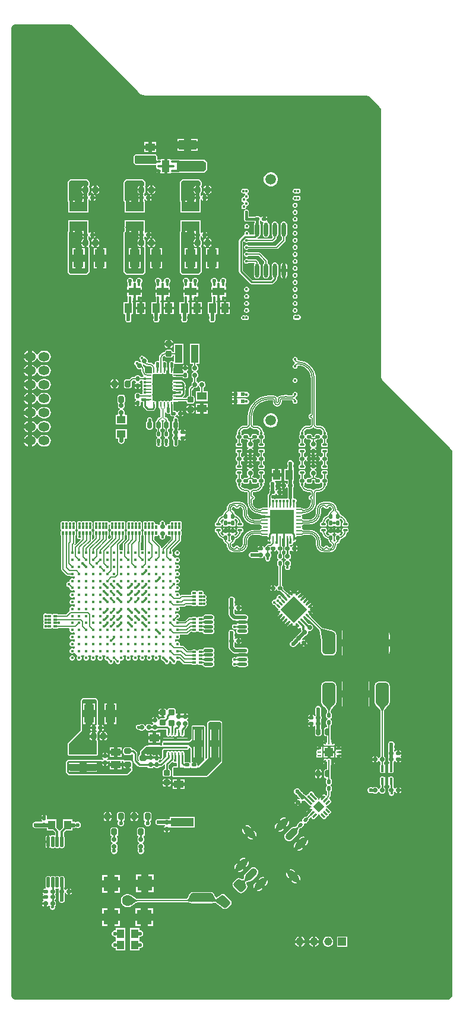
<source format=gtl>
G04*
G04 #@! TF.GenerationSoftware,Altium Limited,Altium Designer,21.7.2 (23)*
G04*
G04 Layer_Physical_Order=1*
G04 Layer_Color=255*
%FSLAX43Y43*%
%MOMM*%
G71*
G04*
G04 #@! TF.SameCoordinates,CDD7AD83-C9AE-4F87-97AC-33ADADA6BBDB*
G04*
G04*
G04 #@! TF.FilePolarity,Positive*
G04*
G01*
G75*
%ADD11C,0.250*%
%ADD13C,0.200*%
%ADD16C,0.254*%
%ADD17C,0.300*%
%ADD20C,1.600*%
%ADD21R,2.000X2.000*%
%ADD22R,1.050X1.300*%
G04:AMPARAMS|DCode=23|XSize=0.61mm|YSize=0.6mm|CornerRadius=0.15mm|HoleSize=0mm|Usage=FLASHONLY|Rotation=180.000|XOffset=0mm|YOffset=0mm|HoleType=Round|Shape=RoundedRectangle|*
%AMROUNDEDRECTD23*
21,1,0.610,0.300,0,0,180.0*
21,1,0.310,0.600,0,0,180.0*
1,1,0.300,-0.155,0.150*
1,1,0.300,0.155,0.150*
1,1,0.300,0.155,-0.150*
1,1,0.300,-0.155,-0.150*
%
%ADD23ROUNDEDRECTD23*%
G04:AMPARAMS|DCode=24|XSize=0.8mm|YSize=1mm|CornerRadius=0.2mm|HoleSize=0mm|Usage=FLASHONLY|Rotation=0.000|XOffset=0mm|YOffset=0mm|HoleType=Round|Shape=RoundedRectangle|*
%AMROUNDEDRECTD24*
21,1,0.800,0.600,0,0,0.0*
21,1,0.400,1.000,0,0,0.0*
1,1,0.400,0.200,-0.300*
1,1,0.400,-0.200,-0.300*
1,1,0.400,-0.200,0.300*
1,1,0.400,0.200,0.300*
%
%ADD24ROUNDEDRECTD24*%
%ADD25R,0.600X0.500*%
G04:AMPARAMS|DCode=26|XSize=0.5mm|YSize=0.6mm|CornerRadius=0.125mm|HoleSize=0mm|Usage=FLASHONLY|Rotation=90.000|XOffset=0mm|YOffset=0mm|HoleType=Round|Shape=RoundedRectangle|*
%AMROUNDEDRECTD26*
21,1,0.500,0.350,0,0,90.0*
21,1,0.250,0.600,0,0,90.0*
1,1,0.250,0.175,0.125*
1,1,0.250,0.175,-0.125*
1,1,0.250,-0.175,-0.125*
1,1,0.250,-0.175,0.125*
%
%ADD26ROUNDEDRECTD26*%
%ADD27O,1.400X0.500*%
%ADD28C,0.450*%
G04:AMPARAMS|DCode=29|XSize=0.375mm|YSize=0.55mm|CornerRadius=0.094mm|HoleSize=0mm|Usage=FLASHONLY|Rotation=270.000|XOffset=0mm|YOffset=0mm|HoleType=Round|Shape=RoundedRectangle|*
%AMROUNDEDRECTD29*
21,1,0.375,0.363,0,0,270.0*
21,1,0.188,0.550,0,0,270.0*
1,1,0.188,-0.181,-0.094*
1,1,0.188,-0.181,0.094*
1,1,0.188,0.181,0.094*
1,1,0.188,0.181,-0.094*
%
%ADD29ROUNDEDRECTD29*%
G04:AMPARAMS|DCode=30|XSize=0.375mm|YSize=0.55mm|CornerRadius=0.094mm|HoleSize=0mm|Usage=FLASHONLY|Rotation=0.000|XOffset=0mm|YOffset=0mm|HoleType=Round|Shape=RoundedRectangle|*
%AMROUNDEDRECTD30*
21,1,0.375,0.363,0,0,0.0*
21,1,0.188,0.550,0,0,0.0*
1,1,0.188,0.094,-0.181*
1,1,0.188,-0.094,-0.181*
1,1,0.188,-0.094,0.181*
1,1,0.188,0.094,0.181*
%
%ADD30ROUNDEDRECTD30*%
G04:AMPARAMS|DCode=31|XSize=0.64mm|YSize=1.02mm|CornerRadius=0.16mm|HoleSize=0mm|Usage=FLASHONLY|Rotation=180.000|XOffset=0mm|YOffset=0mm|HoleType=Round|Shape=RoundedRectangle|*
%AMROUNDEDRECTD31*
21,1,0.640,0.700,0,0,180.0*
21,1,0.320,1.020,0,0,180.0*
1,1,0.320,-0.160,0.350*
1,1,0.320,0.160,0.350*
1,1,0.320,0.160,-0.350*
1,1,0.320,-0.160,-0.350*
%
%ADD31ROUNDEDRECTD31*%
%ADD32R,3.658X3.226*%
G04:AMPARAMS|DCode=33|XSize=1.88mm|YSize=3.226mm|CornerRadius=0.47mm|HoleSize=0mm|Usage=FLASHONLY|Rotation=180.000|XOffset=0mm|YOffset=0mm|HoleType=Round|Shape=RoundedRectangle|*
%AMROUNDEDRECTD33*
21,1,1.880,2.286,0,0,180.0*
21,1,0.940,3.226,0,0,180.0*
1,1,0.940,-0.470,1.143*
1,1,0.940,0.470,1.143*
1,1,0.940,0.470,-1.143*
1,1,0.940,-0.470,-1.143*
%
%ADD33ROUNDEDRECTD33*%
%ADD34R,1.400X1.100*%
%ADD35R,0.980X3.700*%
G04:AMPARAMS|DCode=36|XSize=0.5mm|YSize=0.6mm|CornerRadius=0.125mm|HoleSize=0mm|Usage=FLASHONLY|Rotation=180.000|XOffset=0mm|YOffset=0mm|HoleType=Round|Shape=RoundedRectangle|*
%AMROUNDEDRECTD36*
21,1,0.500,0.350,0,0,180.0*
21,1,0.250,0.600,0,0,180.0*
1,1,0.250,-0.125,0.175*
1,1,0.250,0.125,0.175*
1,1,0.250,0.125,-0.175*
1,1,0.250,-0.125,-0.175*
%
%ADD36ROUNDEDRECTD36*%
G04:AMPARAMS|DCode=37|XSize=0.9mm|YSize=0.8mm|CornerRadius=0.2mm|HoleSize=0mm|Usage=FLASHONLY|Rotation=0.000|XOffset=0mm|YOffset=0mm|HoleType=Round|Shape=RoundedRectangle|*
%AMROUNDEDRECTD37*
21,1,0.900,0.400,0,0,0.0*
21,1,0.500,0.800,0,0,0.0*
1,1,0.400,0.250,-0.200*
1,1,0.400,-0.250,-0.200*
1,1,0.400,-0.250,0.200*
1,1,0.400,0.250,0.200*
%
%ADD37ROUNDEDRECTD37*%
%ADD38R,1.400X2.600*%
%ADD39R,3.700X0.980*%
G04:AMPARAMS|DCode=41|XSize=0.61mm|YSize=0.6mm|CornerRadius=0.15mm|HoleSize=0mm|Usage=FLASHONLY|Rotation=270.000|XOffset=0mm|YOffset=0mm|HoleType=Round|Shape=RoundedRectangle|*
%AMROUNDEDRECTD41*
21,1,0.610,0.300,0,0,270.0*
21,1,0.310,0.600,0,0,270.0*
1,1,0.300,-0.150,-0.155*
1,1,0.300,-0.150,0.155*
1,1,0.300,0.150,0.155*
1,1,0.300,0.150,-0.155*
%
%ADD41ROUNDEDRECTD41*%
G04:AMPARAMS|DCode=42|XSize=0.25mm|YSize=0.8mm|CornerRadius=0.063mm|HoleSize=0mm|Usage=FLASHONLY|Rotation=0.000|XOffset=0mm|YOffset=0mm|HoleType=Round|Shape=RoundedRectangle|*
%AMROUNDEDRECTD42*
21,1,0.250,0.675,0,0,0.0*
21,1,0.125,0.800,0,0,0.0*
1,1,0.125,0.063,-0.338*
1,1,0.125,-0.063,-0.338*
1,1,0.125,-0.063,0.338*
1,1,0.125,0.063,0.338*
%
%ADD42ROUNDEDRECTD42*%
G04:AMPARAMS|DCode=43|XSize=0.25mm|YSize=3.4mm|CornerRadius=0.063mm|HoleSize=0mm|Usage=FLASHONLY|Rotation=90.000|XOffset=0mm|YOffset=0mm|HoleType=Round|Shape=RoundedRectangle|*
%AMROUNDEDRECTD43*
21,1,0.250,3.275,0,0,90.0*
21,1,0.125,3.400,0,0,90.0*
1,1,0.125,1.638,0.063*
1,1,0.125,1.638,-0.063*
1,1,0.125,-1.638,-0.063*
1,1,0.125,-1.638,0.063*
%
%ADD43ROUNDEDRECTD43*%
G04:AMPARAMS|DCode=44|XSize=0.9mm|YSize=0.8mm|CornerRadius=0.2mm|HoleSize=0mm|Usage=FLASHONLY|Rotation=270.000|XOffset=0mm|YOffset=0mm|HoleType=Round|Shape=RoundedRectangle|*
%AMROUNDEDRECTD44*
21,1,0.900,0.400,0,0,270.0*
21,1,0.500,0.800,0,0,270.0*
1,1,0.400,-0.200,-0.250*
1,1,0.400,-0.200,0.250*
1,1,0.400,0.200,0.250*
1,1,0.400,0.200,-0.250*
%
%ADD44ROUNDEDRECTD44*%
G04:AMPARAMS|DCode=45|XSize=0.8mm|YSize=1mm|CornerRadius=0.2mm|HoleSize=0mm|Usage=FLASHONLY|Rotation=90.000|XOffset=0mm|YOffset=0mm|HoleType=Round|Shape=RoundedRectangle|*
%AMROUNDEDRECTD45*
21,1,0.800,0.600,0,0,90.0*
21,1,0.400,1.000,0,0,90.0*
1,1,0.400,0.300,0.200*
1,1,0.400,0.300,-0.200*
1,1,0.400,-0.300,-0.200*
1,1,0.400,-0.300,0.200*
%
%ADD45ROUNDEDRECTD45*%
%ADD46O,0.250X0.750*%
%ADD47O,0.750X0.250*%
G04:AMPARAMS|DCode=48|XSize=0.45mm|YSize=0.3mm|CornerRadius=0.038mm|HoleSize=0mm|Usage=FLASHONLY|Rotation=0.000|XOffset=0mm|YOffset=0mm|HoleType=Round|Shape=RoundedRectangle|*
%AMROUNDEDRECTD48*
21,1,0.450,0.225,0,0,0.0*
21,1,0.375,0.300,0,0,0.0*
1,1,0.075,0.188,-0.113*
1,1,0.075,-0.188,-0.113*
1,1,0.075,-0.188,0.113*
1,1,0.075,0.188,0.113*
%
%ADD48ROUNDEDRECTD48*%
%ADD49R,2.600X1.400*%
%ADD50O,0.250X0.700*%
%ADD51O,0.700X0.250*%
G04:AMPARAMS|DCode=52|XSize=0.25mm|YSize=0.55mm|CornerRadius=0.063mm|HoleSize=0mm|Usage=FLASHONLY|Rotation=180.000|XOffset=0mm|YOffset=0mm|HoleType=Round|Shape=RoundedRectangle|*
%AMROUNDEDRECTD52*
21,1,0.250,0.425,0,0,180.0*
21,1,0.125,0.550,0,0,180.0*
1,1,0.125,-0.063,0.213*
1,1,0.125,0.063,0.213*
1,1,0.125,0.063,-0.213*
1,1,0.125,-0.063,-0.213*
%
%ADD52ROUNDEDRECTD52*%
G04:AMPARAMS|DCode=53|XSize=0.25mm|YSize=0.55mm|CornerRadius=0.063mm|HoleSize=0mm|Usage=FLASHONLY|Rotation=90.000|XOffset=0mm|YOffset=0mm|HoleType=Round|Shape=RoundedRectangle|*
%AMROUNDEDRECTD53*
21,1,0.250,0.425,0,0,90.0*
21,1,0.125,0.550,0,0,90.0*
1,1,0.125,0.213,0.063*
1,1,0.125,0.213,-0.063*
1,1,0.125,-0.213,-0.063*
1,1,0.125,-0.213,0.063*
%
%ADD53ROUNDEDRECTD53*%
G04:AMPARAMS|DCode=54|XSize=1.02mm|YSize=2mm|CornerRadius=0mm|HoleSize=0mm|Usage=FLASHONLY|Rotation=315.000|XOffset=0mm|YOffset=0mm|HoleType=Round|Shape=Round|*
%AMOVALD54*
21,1,0.980,1.020,0.000,0.000,45.0*
1,1,1.020,-0.346,-0.346*
1,1,1.020,0.346,0.346*
%
%ADD54OVALD54*%

G04:AMPARAMS|DCode=55|XSize=1.02mm|YSize=2mm|CornerRadius=0mm|HoleSize=0mm|Usage=FLASHONLY|Rotation=45.000|XOffset=0mm|YOffset=0mm|HoleType=Round|Shape=Round|*
%AMOVALD55*
21,1,0.980,1.020,0.000,0.000,135.0*
1,1,1.020,0.346,-0.346*
1,1,1.020,-0.346,0.346*
%
%ADD55OVALD55*%

G04:AMPARAMS|DCode=56|XSize=1mm|YSize=0.376mm|CornerRadius=0.094mm|HoleSize=0mm|Usage=FLASHONLY|Rotation=90.000|XOffset=0mm|YOffset=0mm|HoleType=Round|Shape=RoundedRectangle|*
%AMROUNDEDRECTD56*
21,1,1.000,0.188,0,0,90.0*
21,1,0.812,0.376,0,0,90.0*
1,1,0.188,0.094,0.406*
1,1,0.188,0.094,-0.406*
1,1,0.188,-0.094,-0.406*
1,1,0.188,-0.094,0.406*
%
%ADD56ROUNDEDRECTD56*%
G04:AMPARAMS|DCode=57|XSize=0.36mm|YSize=0.66mm|CornerRadius=0.09mm|HoleSize=0mm|Usage=FLASHONLY|Rotation=90.000|XOffset=0mm|YOffset=0mm|HoleType=Round|Shape=RoundedRectangle|*
%AMROUNDEDRECTD57*
21,1,0.360,0.480,0,0,90.0*
21,1,0.180,0.660,0,0,90.0*
1,1,0.180,0.240,0.090*
1,1,0.180,0.240,-0.090*
1,1,0.180,-0.240,-0.090*
1,1,0.180,-0.240,0.090*
%
%ADD57ROUNDEDRECTD57*%
%ADD58R,1.300X1.050*%
%ADD59O,0.600X2.000*%
G04:AMPARAMS|DCode=60|XSize=0.45mm|YSize=0.3mm|CornerRadius=0.038mm|HoleSize=0mm|Usage=FLASHONLY|Rotation=90.000|XOffset=0mm|YOffset=0mm|HoleType=Round|Shape=RoundedRectangle|*
%AMROUNDEDRECTD60*
21,1,0.450,0.225,0,0,90.0*
21,1,0.375,0.300,0,0,90.0*
1,1,0.075,0.113,0.188*
1,1,0.075,0.113,-0.188*
1,1,0.075,-0.113,-0.188*
1,1,0.075,-0.113,0.188*
%
%ADD60ROUNDEDRECTD60*%
G04:AMPARAMS|DCode=61|XSize=0.61mm|YSize=0.6mm|CornerRadius=0.15mm|HoleSize=0mm|Usage=FLASHONLY|Rotation=315.000|XOffset=0mm|YOffset=0mm|HoleType=Round|Shape=RoundedRectangle|*
%AMROUNDEDRECTD61*
21,1,0.610,0.300,0,0,315.0*
21,1,0.310,0.600,0,0,315.0*
1,1,0.300,0.003,-0.216*
1,1,0.300,-0.216,0.003*
1,1,0.300,-0.003,0.216*
1,1,0.300,0.216,-0.003*
%
%ADD61ROUNDEDRECTD61*%
%ADD62R,1.020X2.540*%
%ADD63R,1.100X1.400*%
G04:AMPARAMS|DCode=64|XSize=0.3mm|YSize=0.7mm|CornerRadius=0mm|HoleSize=0mm|Usage=FLASHONLY|Rotation=225.000|XOffset=0mm|YOffset=0mm|HoleType=Round|Shape=Round|*
%AMOVALD64*
21,1,0.400,0.300,0.000,0.000,315.0*
1,1,0.300,-0.141,0.141*
1,1,0.300,0.141,-0.141*
%
%ADD64OVALD64*%

G04:AMPARAMS|DCode=65|XSize=0.3mm|YSize=0.7mm|CornerRadius=0mm|HoleSize=0mm|Usage=FLASHONLY|Rotation=135.000|XOffset=0mm|YOffset=0mm|HoleType=Round|Shape=Round|*
%AMOVALD65*
21,1,0.400,0.300,0.000,0.000,225.0*
1,1,0.300,0.141,0.141*
1,1,0.300,-0.141,-0.141*
%
%ADD65OVALD65*%

G04:AMPARAMS|DCode=66|XSize=0.5mm|YSize=0.6mm|CornerRadius=0.125mm|HoleSize=0mm|Usage=FLASHONLY|Rotation=135.000|XOffset=0mm|YOffset=0mm|HoleType=Round|Shape=RoundedRectangle|*
%AMROUNDEDRECTD66*
21,1,0.500,0.350,0,0,135.0*
21,1,0.250,0.600,0,0,135.0*
1,1,0.250,0.035,0.212*
1,1,0.250,0.212,0.035*
1,1,0.250,-0.035,-0.212*
1,1,0.250,-0.212,-0.035*
%
%ADD66ROUNDEDRECTD66*%
G04:AMPARAMS|DCode=67|XSize=0.5mm|YSize=0.6mm|CornerRadius=0.125mm|HoleSize=0mm|Usage=FLASHONLY|Rotation=225.000|XOffset=0mm|YOffset=0mm|HoleType=Round|Shape=RoundedRectangle|*
%AMROUNDEDRECTD67*
21,1,0.500,0.350,0,0,225.0*
21,1,0.250,0.600,0,0,225.0*
1,1,0.250,-0.212,0.035*
1,1,0.250,-0.035,0.212*
1,1,0.250,0.212,-0.035*
1,1,0.250,0.035,-0.212*
%
%ADD67ROUNDEDRECTD67*%
G04:AMPARAMS|DCode=68|XSize=0.75mm|YSize=0.28mm|CornerRadius=0.07mm|HoleSize=0mm|Usage=FLASHONLY|Rotation=135.000|XOffset=0mm|YOffset=0mm|HoleType=Round|Shape=RoundedRectangle|*
%AMROUNDEDRECTD68*
21,1,0.750,0.140,0,0,135.0*
21,1,0.610,0.280,0,0,135.0*
1,1,0.140,-0.166,0.265*
1,1,0.140,0.265,-0.166*
1,1,0.140,0.166,-0.265*
1,1,0.140,-0.265,0.166*
%
%ADD68ROUNDEDRECTD68*%
G04:AMPARAMS|DCode=69|XSize=0.75mm|YSize=0.28mm|CornerRadius=0.07mm|HoleSize=0mm|Usage=FLASHONLY|Rotation=45.000|XOffset=0mm|YOffset=0mm|HoleType=Round|Shape=RoundedRectangle|*
%AMROUNDEDRECTD69*
21,1,0.750,0.140,0,0,45.0*
21,1,0.610,0.280,0,0,45.0*
1,1,0.140,0.265,0.166*
1,1,0.140,-0.166,-0.265*
1,1,0.140,-0.265,-0.166*
1,1,0.140,0.166,0.265*
%
%ADD69ROUNDEDRECTD69*%
G04:AMPARAMS|DCode=70|XSize=1.25mm|YSize=1.7mm|CornerRadius=0.313mm|HoleSize=0mm|Usage=FLASHONLY|Rotation=45.000|XOffset=0mm|YOffset=0mm|HoleType=Round|Shape=RoundedRectangle|*
%AMROUNDEDRECTD70*
21,1,1.250,1.075,0,0,45.0*
21,1,0.625,1.700,0,0,45.0*
1,1,0.625,0.601,-0.159*
1,1,0.625,0.159,-0.601*
1,1,0.625,-0.601,0.159*
1,1,0.625,-0.159,0.601*
%
%ADD70ROUNDEDRECTD70*%
G04:AMPARAMS|DCode=71|XSize=0.45mm|YSize=1.5mm|CornerRadius=0.113mm|HoleSize=0mm|Usage=FLASHONLY|Rotation=0.000|XOffset=0mm|YOffset=0mm|HoleType=Round|Shape=RoundedRectangle|*
%AMROUNDEDRECTD71*
21,1,0.450,1.275,0,0,0.0*
21,1,0.225,1.500,0,0,0.0*
1,1,0.225,0.113,-0.638*
1,1,0.225,-0.113,-0.638*
1,1,0.225,-0.113,0.638*
1,1,0.225,0.113,0.638*
%
%ADD71ROUNDEDRECTD71*%
%ADD72R,3.300X1.270*%
G04:AMPARAMS|DCode=73|XSize=3.3mm|YSize=1.27mm|CornerRadius=0.318mm|HoleSize=0mm|Usage=FLASHONLY|Rotation=0.000|XOffset=0mm|YOffset=0mm|HoleType=Round|Shape=RoundedRectangle|*
%AMROUNDEDRECTD73*
21,1,3.300,0.635,0,0,0.0*
21,1,2.665,1.270,0,0,0.0*
1,1,0.635,1.333,-0.318*
1,1,0.635,-1.333,-0.318*
1,1,0.635,-1.333,0.318*
1,1,0.635,1.333,0.318*
%
%ADD73ROUNDEDRECTD73*%
%ADD76C,0.140*%
%ADD77C,0.400*%
%ADD78C,0.500*%
%ADD146C,0.185*%
%ADD147C,0.120*%
%ADD148C,0.600*%
%ADD149C,4.200*%
%ADD150O,1.600X1.300*%
%ADD151R,3.450X3.450*%
%ADD152R,1.000X1.800*%
%ADD153C,1.150*%
%ADD154R,1.150X1.150*%
%ADD155O,0.500X1.500*%
%ADD156R,1.250X1.250*%
%ADD157C,6.000*%
%ADD158C,1.500*%
%ADD159R,1.800X1.000*%
%ADD160P,3.818X4X180.0*%
%ADD161P,1.626X4X180.0*%
%ADD162C,0.600*%
%ADD163C,0.400*%
%ADD164C,0.700*%
G36*
X58455Y189417D02*
X58653Y189391D01*
X58838Y189314D01*
X58997Y189192D01*
X58997Y189192D01*
Y189192D01*
X59088Y189105D01*
X68455Y179738D01*
X68539Y179644D01*
Y179644D01*
X68637Y179568D01*
X68816Y179431D01*
X69139Y179297D01*
X69485Y179252D01*
Y179258D01*
X69495Y179260D01*
X100865D01*
X100875Y179258D01*
Y179257D01*
X101073Y179231D01*
X101258Y179154D01*
X101417Y179032D01*
X101419Y179029D01*
X102827Y177621D01*
X102833Y177613D01*
X102832Y177612D01*
X102954Y177453D01*
X103031Y177268D01*
X103057Y177070D01*
X103058D01*
X103060Y177060D01*
Y139461D01*
X103052Y139335D01*
X103052Y139335D01*
X103068Y139212D01*
X103097Y138989D01*
X103231Y138666D01*
X103444Y138389D01*
X103448Y138393D01*
X103456Y138387D01*
X112987Y128856D01*
X112993Y128848D01*
X112992Y128847D01*
X113114Y128688D01*
X113191Y128503D01*
X113217Y128305D01*
X113218D01*
X113218Y51000D01*
X113216D01*
X113192Y50815D01*
X113120Y50642D01*
X113007Y50493D01*
X112858Y50380D01*
X112685Y50308D01*
X112500Y50284D01*
Y50282D01*
X51000D01*
Y50284D01*
X50815Y50308D01*
X50642Y50380D01*
X50493Y50493D01*
X50380Y50642D01*
X50308Y50815D01*
X50284Y51000D01*
X50282D01*
Y188700D01*
X50284D01*
X50308Y188885D01*
X50380Y189058D01*
X50493Y189207D01*
X50642Y189320D01*
X50815Y189392D01*
X51000Y189416D01*
Y189418D01*
X58455D01*
Y189417D01*
D02*
G37*
%LPC*%
G36*
X76900Y173074D02*
X75950D01*
Y172724D01*
X76900D01*
Y173074D01*
D02*
G37*
G36*
X74950D02*
X74000D01*
Y172724D01*
X74950D01*
Y173074D01*
D02*
G37*
G36*
X70950Y172578D02*
X70350D01*
Y172128D01*
X70950D01*
Y172578D01*
D02*
G37*
G36*
X69850D02*
X69250D01*
Y172128D01*
X69850D01*
Y172578D01*
D02*
G37*
G36*
X76900Y171724D02*
X75950D01*
Y171374D01*
X76900D01*
Y171724D01*
D02*
G37*
G36*
X74950D02*
X74000D01*
Y171374D01*
X74950D01*
Y171724D01*
D02*
G37*
G36*
X70950Y171628D02*
X70350D01*
Y171178D01*
X70950D01*
Y171628D01*
D02*
G37*
G36*
X69850D02*
X69250D01*
Y171178D01*
X69850D01*
Y171628D01*
D02*
G37*
G36*
X71175Y168300D02*
X71020D01*
X71052Y168252D01*
X71114Y168211D01*
X71175Y168199D01*
Y168300D01*
D02*
G37*
G36*
X73000Y170200D02*
X72550D01*
Y169150D01*
Y168100D01*
X73000D01*
Y168104D01*
X73009Y168119D01*
X73127Y168198D01*
X73137Y168196D01*
X73314D01*
X73325Y168194D01*
X73934D01*
X73950Y168188D01*
X77750D01*
X77865Y168235D01*
X78215Y168585D01*
X78262Y168700D01*
X78262Y169600D01*
X78215Y169715D01*
X77865Y170065D01*
X77750Y170112D01*
X73950D01*
X73934Y170106D01*
X73325D01*
X73314Y170104D01*
X73137D01*
X73127Y170102D01*
X73009Y170181D01*
X73000Y170196D01*
Y170200D01*
D02*
G37*
G36*
X70800Y170862D02*
X68100D01*
X67985Y170815D01*
X67835Y170665D01*
X67788Y170550D01*
Y169650D01*
X67835Y169535D01*
X67985Y169385D01*
X68100Y169338D01*
X70882D01*
X70974Y169277D01*
X70996Y169220D01*
Y169038D01*
X71011Y168964D01*
X71052Y168902D01*
X71059Y168898D01*
Y168752D01*
X71052Y168748D01*
X71020Y168700D01*
X71375D01*
Y168500D01*
X71575D01*
Y168197D01*
X71691Y168119D01*
X71700Y168104D01*
Y168100D01*
X72150D01*
Y169150D01*
Y170200D01*
X71700D01*
Y170179D01*
X71600Y170112D01*
X71167D01*
X71112Y170167D01*
Y170550D01*
X71065Y170665D01*
X70950Y170780D01*
Y170800D01*
X70930D01*
X70915Y170815D01*
X70800Y170862D01*
D02*
G37*
G36*
X87470Y168284D02*
X87206D01*
X86952Y168216D01*
X86724Y168084D01*
X86538Y167898D01*
X86406Y167670D01*
X86338Y167416D01*
Y167152D01*
X86406Y166898D01*
X86538Y166670D01*
X86724Y166484D01*
X86952Y166352D01*
X87206Y166284D01*
X87470D01*
X87724Y166352D01*
X87952Y166484D01*
X88138Y166670D01*
X88270Y166898D01*
X88338Y167152D01*
Y167416D01*
X88270Y167670D01*
X88138Y167898D01*
X87952Y168084D01*
X87724Y168216D01*
X87470Y168284D01*
D02*
G37*
G36*
X78500Y166407D02*
X78500D01*
Y166000D01*
X78857D01*
Y166050D01*
X78830Y166187D01*
X78752Y166302D01*
X78637Y166380D01*
X78500Y166407D01*
D02*
G37*
G36*
X78100D02*
X77963Y166380D01*
X77848Y166302D01*
X77770Y166187D01*
X77743Y166050D01*
Y166000D01*
X78100D01*
Y166407D01*
D02*
G37*
G36*
X70500D02*
X70500D01*
Y166000D01*
X70857D01*
Y166050D01*
X70830Y166187D01*
X70752Y166302D01*
X70637Y166380D01*
X70500Y166407D01*
D02*
G37*
G36*
X62500D02*
X62500D01*
Y166000D01*
X62857D01*
Y166050D01*
X62830Y166187D01*
X62752Y166302D01*
X62637Y166380D01*
X62500Y166407D01*
D02*
G37*
G36*
X70100D02*
X69963Y166380D01*
X69848Y166302D01*
X69770Y166187D01*
X69743Y166050D01*
Y166000D01*
X70100D01*
Y166407D01*
D02*
G37*
G36*
X62100D02*
X61963Y166380D01*
X61848Y166302D01*
X61770Y166187D01*
X61743Y166050D01*
Y166000D01*
X62100D01*
Y166407D01*
D02*
G37*
G36*
X91295Y165950D02*
X91155D01*
X91027Y165897D01*
X91025Y165895D01*
X91023Y165897D01*
X90895Y165950D01*
X90755D01*
X90627Y165897D01*
X90528Y165798D01*
X90475Y165670D01*
Y165530D01*
X90528Y165402D01*
X90627Y165303D01*
X90755Y165250D01*
X90895D01*
X91023Y165303D01*
X91025Y165305D01*
X91027Y165303D01*
X91155Y165250D01*
X91295D01*
X91423Y165303D01*
X91522Y165402D01*
X91575Y165530D01*
Y165670D01*
X91522Y165798D01*
X91423Y165897D01*
X91295Y165950D01*
D02*
G37*
G36*
X83920D02*
X83780D01*
X83652Y165897D01*
X83650Y165895D01*
X83648Y165897D01*
X83520Y165950D01*
X83380D01*
X83252Y165897D01*
X83153Y165798D01*
X83100Y165670D01*
Y165530D01*
X83153Y165402D01*
X83252Y165303D01*
X83380Y165250D01*
X83520D01*
X83598Y165283D01*
X83658Y165248D01*
X83658Y165111D01*
X83560Y165012D01*
X83507Y164883D01*
Y164744D01*
X83417Y164714D01*
X83412D01*
X83283Y164661D01*
X83185Y164562D01*
X83132Y164433D01*
Y164294D01*
X83185Y164166D01*
X83283Y164067D01*
X83412Y164014D01*
X83419D01*
X83507Y163893D01*
Y163754D01*
X83417Y163723D01*
X83412D01*
X83283Y163670D01*
X83185Y163571D01*
X83132Y163443D01*
Y163304D01*
X83185Y163175D01*
X83283Y163076D01*
X83412Y163023D01*
X83551D01*
X83680Y163076D01*
X83778Y163175D01*
X83832Y163304D01*
Y163443D01*
X83921Y163473D01*
X83926D01*
X84055Y163526D01*
X84153Y163625D01*
X84207Y163754D01*
Y163893D01*
X84153Y164021D01*
X84055Y164120D01*
X83926Y164173D01*
X83919D01*
X83832Y164294D01*
Y164433D01*
X83921Y164464D01*
X83926D01*
X84055Y164517D01*
X84153Y164616D01*
X84207Y164744D01*
Y164883D01*
X84153Y165012D01*
X84055Y165111D01*
X83985Y165140D01*
Y165277D01*
X84048Y165303D01*
X84147Y165402D01*
X84200Y165530D01*
Y165670D01*
X84147Y165798D01*
X84048Y165897D01*
X83920Y165950D01*
D02*
G37*
G36*
X70100Y165600D02*
X69743D01*
Y165550D01*
X69770Y165413D01*
X69848Y165298D01*
X69963Y165220D01*
X70100Y165193D01*
Y165600D01*
D02*
G37*
G36*
X62100D02*
X61743D01*
Y165550D01*
X61770Y165413D01*
X61848Y165298D01*
X61963Y165220D01*
X62100Y165193D01*
Y165600D01*
D02*
G37*
G36*
X78100Y165600D02*
X77743D01*
Y165550D01*
X77770Y165413D01*
X77848Y165298D01*
X77963Y165220D01*
X78100Y165193D01*
Y165600D01*
D02*
G37*
G36*
X78857D02*
X78500D01*
Y165193D01*
X78500D01*
X78637Y165220D01*
X78752Y165298D01*
X78830Y165413D01*
X78857Y165550D01*
Y165600D01*
D02*
G37*
G36*
X70857Y165600D02*
X70500D01*
Y165193D01*
X70500D01*
X70637Y165220D01*
X70752Y165298D01*
X70830Y165413D01*
X70857Y165550D01*
Y165600D01*
D02*
G37*
G36*
X62857D02*
X62500D01*
Y165193D01*
X62500D01*
X62637Y165220D01*
X62752Y165298D01*
X62830Y165413D01*
X62857Y165550D01*
Y165600D01*
D02*
G37*
G36*
X91295Y164925D02*
X91155D01*
X91027Y164872D01*
X91025Y164870D01*
X91023Y164872D01*
X90895Y164925D01*
X90755D01*
X90627Y164872D01*
X90528Y164773D01*
X90475Y164645D01*
Y164505D01*
X90528Y164377D01*
X90627Y164278D01*
X90755Y164225D01*
X90895D01*
X91023Y164278D01*
X91025Y164280D01*
X91027Y164278D01*
X91155Y164225D01*
X91295D01*
X91423Y164278D01*
X91522Y164377D01*
X91575Y164505D01*
Y164645D01*
X91522Y164773D01*
X91423Y164872D01*
X91295Y164925D01*
D02*
G37*
G36*
X78100Y165050D02*
Y164850D01*
X78340D01*
X78334Y164882D01*
X78273Y164973D01*
X78182Y165034D01*
X78100Y165050D01*
D02*
G37*
G36*
X62100D02*
Y164850D01*
X62340D01*
X62334Y164882D01*
X62273Y164973D01*
X62182Y165034D01*
X62100Y165050D01*
D02*
G37*
G36*
X70100D02*
Y164850D01*
X70340D01*
X70334Y164882D01*
X70273Y164973D01*
X70182Y165034D01*
X70100Y165050D01*
D02*
G37*
G36*
X78340Y164450D02*
X78100D01*
Y164250D01*
X78182Y164266D01*
X78273Y164327D01*
X78334Y164418D01*
X78340Y164450D01*
D02*
G37*
G36*
X62340D02*
X62100D01*
Y164250D01*
X62182Y164266D01*
X62273Y164327D01*
X62334Y164418D01*
X62340Y164450D01*
D02*
G37*
G36*
X70340Y164450D02*
X70100D01*
Y164250D01*
X70182Y164266D01*
X70273Y164327D01*
X70334Y164418D01*
X70340Y164450D01*
D02*
G37*
G36*
X66800Y167312D02*
X66685Y167265D01*
X66385Y166965D01*
X66338Y166850D01*
Y164247D01*
X66385Y164132D01*
X66450Y164105D01*
Y162547D01*
X69350D01*
Y164247D01*
X69308D01*
Y164378D01*
X69334Y164418D01*
X69335Y164424D01*
X69465D01*
X69466Y164418D01*
X69527Y164327D01*
X69618Y164266D01*
X69700Y164250D01*
Y164650D01*
Y165050D01*
X69618Y165034D01*
X69527Y164973D01*
X69513Y164952D01*
X69358Y164939D01*
X69308Y164992D01*
Y165094D01*
X69318Y165113D01*
X69317Y165115D01*
X69318Y165116D01*
X69308Y165146D01*
Y165268D01*
X69352Y165298D01*
X69430Y165413D01*
X69457Y165550D01*
Y166050D01*
X69430Y166187D01*
X69394Y166240D01*
X69415Y166364D01*
X69459Y166448D01*
X69456Y166464D01*
X69462Y166478D01*
Y166850D01*
X69415Y166965D01*
X69115Y167265D01*
X69000Y167312D01*
X66800Y167312D01*
D02*
G37*
G36*
X77000D02*
X74800Y167312D01*
X74685Y167265D01*
X74685Y167265D01*
X74385Y166965D01*
X74338Y166850D01*
X74338Y164247D01*
X74385Y164132D01*
X74450Y164105D01*
Y162547D01*
X77350D01*
Y164247D01*
X77308D01*
Y164378D01*
X77334Y164418D01*
X77335Y164424D01*
X77465D01*
X77466Y164418D01*
X77527Y164327D01*
X77618Y164266D01*
X77700Y164250D01*
Y164650D01*
Y165050D01*
X77618Y165034D01*
X77527Y164973D01*
X77513Y164952D01*
X77358Y164939D01*
X77308Y164992D01*
Y165094D01*
X77318Y165113D01*
X77317Y165115D01*
X77318Y165116D01*
X77308Y165146D01*
Y165268D01*
X77352Y165298D01*
X77430Y165413D01*
X77457Y165550D01*
Y166050D01*
X77430Y166187D01*
X77394Y166240D01*
X77415Y166364D01*
X77459Y166448D01*
X77456Y166464D01*
X77462Y166478D01*
Y166850D01*
X77415Y166965D01*
X77115Y167265D01*
X77000Y167312D01*
D02*
G37*
G36*
X58800D02*
X58685Y167265D01*
X58385Y166965D01*
X58338Y166850D01*
Y164247D01*
X58385Y164132D01*
X58450Y164105D01*
Y162547D01*
X61350D01*
Y164247D01*
X61308D01*
Y164378D01*
X61334Y164418D01*
X61335Y164424D01*
X61465D01*
X61466Y164418D01*
X61527Y164327D01*
X61618Y164266D01*
X61700Y164250D01*
Y164650D01*
Y165050D01*
X61618Y165034D01*
X61527Y164973D01*
X61513Y164952D01*
X61358Y164939D01*
X61308Y164992D01*
Y165094D01*
X61318Y165113D01*
X61317Y165115D01*
X61318Y165116D01*
X61308Y165146D01*
Y165268D01*
X61352Y165298D01*
X61430Y165413D01*
X61457Y165550D01*
Y166050D01*
X61430Y166187D01*
X61394Y166240D01*
X61415Y166364D01*
X61459Y166448D01*
X61456Y166464D01*
X61462Y166478D01*
Y166850D01*
X61415Y166965D01*
X61115Y167265D01*
X61000Y167312D01*
X58800Y167312D01*
D02*
G37*
G36*
X90870Y163934D02*
X90730D01*
X90602Y163881D01*
X90503Y163782D01*
X90450Y163654D01*
Y163514D01*
X90503Y163386D01*
X90602Y163287D01*
X90730Y163234D01*
X90870D01*
X90998Y163287D01*
X91097Y163386D01*
X91150Y163514D01*
Y163654D01*
X91097Y163782D01*
X90998Y163881D01*
X90870Y163934D01*
D02*
G37*
G36*
Y162934D02*
X90730D01*
X90602Y162881D01*
X90503Y162782D01*
X90450Y162654D01*
Y162514D01*
X90503Y162386D01*
X90602Y162287D01*
X90730Y162234D01*
X90870D01*
X90998Y162287D01*
X91097Y162386D01*
X91150Y162514D01*
Y162654D01*
X91097Y162782D01*
X90998Y162881D01*
X90870Y162934D01*
D02*
G37*
G36*
X86600Y162000D02*
Y161800D01*
X86840D01*
X86834Y161832D01*
X86773Y161923D01*
X86682Y161984D01*
X86600Y162000D01*
D02*
G37*
G36*
X90870Y161934D02*
X90730D01*
X90602Y161881D01*
X90503Y161782D01*
X90450Y161654D01*
Y161514D01*
X90503Y161386D01*
X90602Y161287D01*
X90730Y161234D01*
X90870D01*
X90998Y161287D01*
X91097Y161386D01*
X91150Y161514D01*
Y161654D01*
X91097Y161782D01*
X90998Y161881D01*
X90870Y161934D01*
D02*
G37*
G36*
Y160934D02*
X90730D01*
X90602Y160881D01*
X90503Y160782D01*
X90450Y160654D01*
Y160514D01*
X90503Y160386D01*
X90602Y160287D01*
X90730Y160234D01*
X90870D01*
X90998Y160287D01*
X91097Y160386D01*
X91150Y160514D01*
Y160654D01*
X91097Y160782D01*
X90998Y160881D01*
X90870Y160934D01*
D02*
G37*
G36*
X83970Y160925D02*
X83830D01*
X83702Y160872D01*
X83603Y160773D01*
X83550Y160645D01*
Y160505D01*
X83603Y160377D01*
X83702Y160278D01*
X83830Y160225D01*
X83970D01*
X84098Y160278D01*
X84197Y160377D01*
X84250Y160505D01*
Y160645D01*
X84197Y160773D01*
X84098Y160872D01*
X83970Y160925D01*
D02*
G37*
G36*
X78100Y159750D02*
Y159550D01*
X78340D01*
X78334Y159582D01*
X78273Y159673D01*
X78182Y159734D01*
X78100Y159750D01*
D02*
G37*
G36*
X62100D02*
Y159550D01*
X62340D01*
X62334Y159582D01*
X62273Y159673D01*
X62182Y159734D01*
X62100Y159750D01*
D02*
G37*
G36*
X70100Y159750D02*
Y159550D01*
X70340D01*
X70334Y159582D01*
X70273Y159673D01*
X70182Y159734D01*
X70100Y159750D01*
D02*
G37*
G36*
X90870Y159934D02*
X90730D01*
X90602Y159881D01*
X90503Y159782D01*
X90450Y159654D01*
Y159514D01*
X90503Y159386D01*
X90602Y159287D01*
X90730Y159234D01*
X90870D01*
X90998Y159287D01*
X91097Y159386D01*
X91150Y159514D01*
Y159654D01*
X91097Y159782D01*
X90998Y159881D01*
X90870Y159934D01*
D02*
G37*
G36*
X83850Y162957D02*
X83816Y162950D01*
X83780D01*
X83748Y162937D01*
X83713Y162930D01*
X83684Y162910D01*
X83652Y162897D01*
X83627Y162872D01*
X83598Y162852D01*
X83578Y162823D01*
X83553Y162798D01*
X83540Y162766D01*
X83520Y162737D01*
X83513Y162702D01*
X83500Y162670D01*
Y162634D01*
X83493Y162600D01*
Y161600D01*
X83500Y161566D01*
Y161530D01*
X83513Y161498D01*
X83520Y161463D01*
X83540Y161434D01*
X83553Y161402D01*
X83578Y161377D01*
X83598Y161348D01*
X83627Y161328D01*
X83652Y161303D01*
X83684Y161290D01*
X83713Y161270D01*
X83748Y161263D01*
X83780Y161250D01*
X83816D01*
X83850Y161243D01*
X85041D01*
Y161101D01*
X84971Y160997D01*
X84936Y160821D01*
Y159421D01*
X84815Y159380D01*
X84313D01*
X84242Y159486D01*
X84250Y159505D01*
Y159645D01*
X84197Y159773D01*
X84098Y159872D01*
X83970Y159925D01*
X83830D01*
X83702Y159872D01*
X83603Y159773D01*
X83550Y159645D01*
Y159505D01*
X83556Y159491D01*
X83543Y159359D01*
X83452Y159298D01*
X82852Y158698D01*
X82791Y158607D01*
X82770Y158500D01*
Y154150D01*
X82791Y154043D01*
X82852Y153952D01*
X84402Y152402D01*
X84493Y152341D01*
X84600Y152320D01*
X87450D01*
X87557Y152341D01*
X87648Y152402D01*
X88130Y152883D01*
X88191Y152974D01*
X88212Y153082D01*
Y153223D01*
X88259Y153255D01*
X88359Y153403D01*
X88394Y153579D01*
Y154979D01*
X88359Y155155D01*
X88259Y155303D01*
X88111Y155403D01*
X87935Y155438D01*
X87759Y155403D01*
X87611Y155303D01*
X87511Y155155D01*
X87476Y154979D01*
Y153579D01*
X87511Y153403D01*
X87611Y153255D01*
X87577Y153124D01*
X87334Y152880D01*
X84716D01*
X83330Y154266D01*
Y158375D01*
X83426Y158460D01*
X83560Y158433D01*
X83579Y158386D01*
X83678Y158287D01*
X83806Y158234D01*
X83946D01*
X84074Y158287D01*
X84124Y158337D01*
X87584D01*
X87679Y158356D01*
X87759Y158409D01*
X88110Y158760D01*
X88163Y158840D01*
X88182Y158935D01*
Y159045D01*
X88259Y159097D01*
X88359Y159245D01*
X88394Y159421D01*
Y160821D01*
X88359Y160997D01*
X88259Y161145D01*
X88111Y161245D01*
X87935Y161280D01*
X87759Y161245D01*
X87611Y161145D01*
X87511Y160997D01*
X87476Y160821D01*
Y159421D01*
X87511Y159245D01*
X87611Y159097D01*
X87601Y158950D01*
X87482Y158831D01*
X85492D01*
X85428Y158958D01*
X85437Y158971D01*
X85571Y158997D01*
X85719Y159097D01*
X85819Y159245D01*
X85854Y159421D01*
Y160821D01*
X85819Y160997D01*
X85754Y161093D01*
Y161264D01*
X85773Y161277D01*
X85834Y161368D01*
X85835Y161374D01*
X85965D01*
X85966Y161368D01*
X86027Y161277D01*
X86118Y161216D01*
X86225Y161195D01*
X86289Y161068D01*
X86241Y160997D01*
X86206Y160821D01*
Y159421D01*
X86241Y159245D01*
X86341Y159097D01*
X86489Y158997D01*
X86665Y158962D01*
X86841Y158997D01*
X86989Y159097D01*
X87089Y159245D01*
X87124Y159421D01*
Y160821D01*
X87089Y160997D01*
X86989Y161145D01*
X86885Y161215D01*
X86835Y161361D01*
X86836Y161375D01*
X86840Y161400D01*
X86400D01*
Y161600D01*
X86200D01*
Y162000D01*
X86118Y161984D01*
X86027Y161923D01*
X85966Y161832D01*
X85965Y161826D01*
X85835D01*
X85834Y161832D01*
X85773Y161923D01*
X85682Y161984D01*
X85575Y162005D01*
X85225D01*
X85118Y161984D01*
X85077Y161957D01*
X84207D01*
Y162600D01*
X84200Y162634D01*
Y162670D01*
X84187Y162702D01*
X84180Y162737D01*
X84160Y162766D01*
X84147Y162798D01*
X84122Y162823D01*
X84102Y162852D01*
X84073Y162872D01*
X84048Y162897D01*
X84016Y162910D01*
X83987Y162930D01*
X83952Y162937D01*
X83920Y162950D01*
X83884D01*
X83850Y162957D01*
D02*
G37*
G36*
X69350Y161453D02*
X66450D01*
Y160439D01*
X66442Y160400D01*
X66450Y160361D01*
Y159895D01*
X66385Y159868D01*
X66338Y159753D01*
Y154100D01*
X66385Y153985D01*
X66685Y153685D01*
X66800Y153638D01*
X69000Y153638D01*
X69115Y153685D01*
X69415Y153985D01*
X69462Y154100D01*
X69462Y157522D01*
X69456Y157536D01*
X69459Y157552D01*
X69433Y157592D01*
X69415Y157636D01*
X69394Y157760D01*
X69430Y157813D01*
X69457Y157950D01*
Y158450D01*
X69430Y158587D01*
X69352Y158702D01*
X69308Y158732D01*
Y158854D01*
X69318Y158884D01*
X69317Y158885D01*
X69318Y158887D01*
X69308Y158906D01*
Y159078D01*
X69334Y159118D01*
X69335Y159124D01*
X69465D01*
X69466Y159118D01*
X69527Y159027D01*
X69618Y158966D01*
X69700Y158950D01*
Y159350D01*
Y159750D01*
X69618Y159734D01*
X69527Y159673D01*
X69513Y159652D01*
X69363Y159639D01*
X69350Y159753D01*
X69350D01*
Y161453D01*
D02*
G37*
G36*
X78340Y159150D02*
X78100D01*
Y158950D01*
X78182Y158966D01*
X78273Y159027D01*
X78334Y159118D01*
X78340Y159150D01*
D02*
G37*
G36*
X62340D02*
X62100D01*
Y158950D01*
X62182Y158966D01*
X62273Y159027D01*
X62334Y159118D01*
X62340Y159150D01*
D02*
G37*
G36*
X77350Y161453D02*
X74450D01*
Y160439D01*
X74442Y160400D01*
X74450Y160361D01*
Y159895D01*
X74385Y159868D01*
X74338Y159753D01*
Y154100D01*
X74385Y153985D01*
X74685Y153685D01*
X74800Y153638D01*
X77000Y153638D01*
X77115Y153685D01*
X77415Y153985D01*
X77462Y154100D01*
X77462Y157522D01*
X77456Y157536D01*
X77459Y157552D01*
X77433Y157592D01*
X77415Y157636D01*
X77394Y157760D01*
X77430Y157813D01*
X77457Y157950D01*
Y158450D01*
X77430Y158587D01*
X77352Y158702D01*
X77308Y158732D01*
Y158854D01*
X77318Y158884D01*
X77317Y158885D01*
X77318Y158887D01*
X77308Y158906D01*
Y159078D01*
X77334Y159118D01*
X77335Y159124D01*
X77465D01*
X77466Y159118D01*
X77527Y159027D01*
X77618Y158966D01*
X77700Y158950D01*
Y159350D01*
Y159750D01*
X77618Y159734D01*
X77527Y159673D01*
X77513Y159652D01*
X77363Y159639D01*
X77350Y159753D01*
X77350D01*
Y161453D01*
D02*
G37*
G36*
X61350D02*
X58450D01*
Y160439D01*
X58442Y160400D01*
X58450Y160361D01*
Y159895D01*
X58385Y159868D01*
X58338Y159753D01*
Y154100D01*
X58385Y153985D01*
X58685Y153685D01*
X58800Y153638D01*
X61000Y153638D01*
X61115Y153685D01*
X61415Y153985D01*
X61462Y154100D01*
Y157522D01*
X61456Y157536D01*
X61459Y157552D01*
X61433Y157592D01*
X61415Y157636D01*
X61394Y157760D01*
X61430Y157813D01*
X61457Y157950D01*
Y158450D01*
X61430Y158587D01*
X61352Y158702D01*
X61308Y158732D01*
Y158854D01*
X61318Y158884D01*
X61317Y158885D01*
X61318Y158887D01*
X61308Y158906D01*
Y159078D01*
X61334Y159118D01*
X61335Y159124D01*
X61465D01*
X61466Y159118D01*
X61527Y159027D01*
X61618Y158966D01*
X61700Y158950D01*
Y159350D01*
Y159750D01*
X61618Y159734D01*
X61527Y159673D01*
X61513Y159652D01*
X61363Y159639D01*
X61350Y159753D01*
X61350D01*
Y161453D01*
D02*
G37*
G36*
X70340Y159150D02*
X70100D01*
Y158950D01*
X70182Y158966D01*
X70273Y159027D01*
X70334Y159118D01*
X70340Y159150D01*
D02*
G37*
G36*
X78500Y158807D02*
Y158400D01*
X78857D01*
Y158450D01*
X78830Y158587D01*
X78752Y158702D01*
X78637Y158780D01*
X78500Y158807D01*
D02*
G37*
G36*
X78100D02*
X78100D01*
X77963Y158780D01*
X77848Y158702D01*
X77770Y158587D01*
X77743Y158450D01*
Y158400D01*
X78100D01*
Y158807D01*
D02*
G37*
G36*
X62500D02*
D01*
Y158400D01*
X62857D01*
Y158450D01*
X62830Y158587D01*
X62752Y158702D01*
X62637Y158780D01*
X62500Y158807D01*
D02*
G37*
G36*
X62100D02*
X61963Y158780D01*
X61848Y158702D01*
X61770Y158587D01*
X61743Y158450D01*
Y158400D01*
X62100D01*
Y158807D01*
D02*
G37*
G36*
X70500D02*
X70500D01*
Y158400D01*
X70857D01*
Y158450D01*
X70830Y158587D01*
X70752Y158702D01*
X70637Y158780D01*
X70500Y158807D01*
D02*
G37*
G36*
X70100D02*
X69963Y158780D01*
X69848Y158702D01*
X69770Y158587D01*
X69743Y158450D01*
Y158400D01*
X70100D01*
Y158807D01*
D02*
G37*
G36*
X90870Y158934D02*
X90730D01*
X90602Y158881D01*
X90503Y158782D01*
X90450Y158654D01*
Y158514D01*
X90503Y158386D01*
X90602Y158287D01*
X90730Y158234D01*
X90870D01*
X90998Y158287D01*
X91097Y158386D01*
X91150Y158514D01*
Y158654D01*
X91097Y158782D01*
X90998Y158881D01*
X90870Y158934D01*
D02*
G37*
G36*
X89205Y161280D02*
X89029Y161245D01*
X88881Y161145D01*
X88781Y160997D01*
X88746Y160821D01*
Y159421D01*
X88781Y159245D01*
X88881Y159097D01*
X88958Y159045D01*
Y158707D01*
X88082Y157831D01*
X84124D01*
X84074Y157881D01*
X83946Y157934D01*
X83806D01*
X83678Y157881D01*
X83579Y157782D01*
X83526Y157654D01*
Y157514D01*
X83579Y157386D01*
X83678Y157287D01*
X83806Y157234D01*
X83946D01*
X84074Y157287D01*
X84124Y157337D01*
X88184D01*
X88279Y157356D01*
X88359Y157409D01*
X89380Y158430D01*
X89433Y158510D01*
X89452Y158605D01*
Y159045D01*
X89529Y159097D01*
X89629Y159245D01*
X89664Y159421D01*
Y160821D01*
X89629Y160997D01*
X89529Y161145D01*
X89381Y161245D01*
X89205Y161280D01*
D02*
G37*
G36*
X78857Y158000D02*
X78500D01*
Y157593D01*
X78637Y157620D01*
X78752Y157698D01*
X78830Y157813D01*
X78857Y157950D01*
Y158000D01*
D02*
G37*
G36*
X70100Y158000D02*
X69743D01*
Y157950D01*
X69770Y157813D01*
X69848Y157698D01*
X69963Y157620D01*
X70100Y157593D01*
Y158000D01*
D02*
G37*
G36*
X62857Y158000D02*
X62500D01*
Y157593D01*
X62637Y157620D01*
X62752Y157698D01*
X62830Y157813D01*
X62857Y157950D01*
Y158000D01*
D02*
G37*
G36*
X78100Y158000D02*
X77743D01*
Y157950D01*
X77770Y157813D01*
X77848Y157698D01*
X77963Y157620D01*
X78100Y157593D01*
X78100D01*
Y158000D01*
D02*
G37*
G36*
X70857Y158000D02*
X70500D01*
Y157593D01*
X70500D01*
X70637Y157620D01*
X70752Y157698D01*
X70830Y157813D01*
X70857Y157950D01*
Y158000D01*
D02*
G37*
G36*
X62100Y158000D02*
X61743D01*
Y157950D01*
X61770Y157813D01*
X61848Y157698D01*
X61963Y157620D01*
X62100Y157593D01*
D01*
Y158000D01*
D02*
G37*
G36*
X90870Y157934D02*
X90730D01*
X90602Y157881D01*
X90503Y157782D01*
X90450Y157654D01*
Y157514D01*
X90503Y157386D01*
X90602Y157287D01*
X90730Y157234D01*
X90870D01*
X90998Y157287D01*
X91097Y157386D01*
X91150Y157514D01*
Y157654D01*
X91097Y157782D01*
X90998Y157881D01*
X90870Y157934D01*
D02*
G37*
G36*
X63824Y157450D02*
X63474D01*
Y156500D01*
X63824D01*
Y157450D01*
D02*
G37*
G36*
X62474D02*
X62124D01*
Y156500D01*
X62474D01*
Y157450D01*
D02*
G37*
G36*
X71824Y157450D02*
X71474D01*
Y156500D01*
X71824D01*
Y157450D01*
D02*
G37*
G36*
X79824Y157450D02*
X79474D01*
Y156500D01*
X79824D01*
Y157450D01*
D02*
G37*
G36*
X70474Y157450D02*
X70124D01*
Y156500D01*
X70474D01*
Y157450D01*
D02*
G37*
G36*
X78474Y157450D02*
X78124D01*
Y156500D01*
X78474D01*
Y157450D01*
D02*
G37*
G36*
X90870Y156934D02*
X90730D01*
X90602Y156881D01*
X90503Y156782D01*
X90450Y156654D01*
Y156514D01*
X90503Y156386D01*
X90602Y156287D01*
X90730Y156234D01*
X90870D01*
X90998Y156287D01*
X91097Y156386D01*
X91150Y156514D01*
Y156654D01*
X91097Y156782D01*
X90998Y156881D01*
X90870Y156934D01*
D02*
G37*
G36*
Y155934D02*
X90730D01*
X90602Y155881D01*
X90503Y155782D01*
X90450Y155654D01*
Y155514D01*
X90503Y155386D01*
X90602Y155287D01*
X90730Y155234D01*
X90870D01*
X90998Y155287D01*
X91097Y155386D01*
X91150Y155514D01*
Y155654D01*
X91097Y155782D01*
X90998Y155881D01*
X90870Y155934D01*
D02*
G37*
G36*
X71824Y155500D02*
X71474D01*
Y154550D01*
X71824D01*
Y155500D01*
D02*
G37*
G36*
X70474D02*
X70124D01*
Y154550D01*
X70474D01*
Y155500D01*
D02*
G37*
G36*
X79824D02*
X79474D01*
Y154550D01*
X79824D01*
Y155500D01*
D02*
G37*
G36*
X78474D02*
X78124D01*
Y154550D01*
X78474D01*
Y155500D01*
D02*
G37*
G36*
X63824Y155500D02*
X63474D01*
Y154550D01*
X63824D01*
Y155500D01*
D02*
G37*
G36*
X62474D02*
X62124D01*
Y154550D01*
X62474D01*
Y155500D01*
D02*
G37*
G36*
X89405Y155387D02*
Y154479D01*
X89664D01*
Y154979D01*
X89629Y155155D01*
X89529Y155303D01*
X89405Y155387D01*
D02*
G37*
G36*
X89005Y155387D02*
X88881Y155303D01*
X88781Y155155D01*
X88746Y154979D01*
Y154479D01*
X89005D01*
Y155387D01*
D02*
G37*
G36*
X90870Y154934D02*
X90730D01*
X90602Y154881D01*
X90503Y154782D01*
X90450Y154654D01*
Y154514D01*
X90503Y154386D01*
X90602Y154287D01*
X90730Y154234D01*
X90870D01*
X90998Y154287D01*
X91097Y154386D01*
X91150Y154514D01*
Y154654D01*
X91097Y154782D01*
X90998Y154881D01*
X90870Y154934D01*
D02*
G37*
G36*
Y153934D02*
X90730D01*
X90602Y153881D01*
X90503Y153782D01*
X90450Y153654D01*
Y153514D01*
X90503Y153386D01*
X90602Y153287D01*
X90730Y153234D01*
X90870D01*
X90998Y153287D01*
X91097Y153386D01*
X91150Y153514D01*
Y153654D01*
X91097Y153782D01*
X90998Y153881D01*
X90870Y153934D01*
D02*
G37*
G36*
X89664Y154079D02*
X89405D01*
Y153171D01*
X89529Y153255D01*
X89629Y153403D01*
X89664Y153579D01*
Y154079D01*
D02*
G37*
G36*
X89005D02*
X88746D01*
Y153579D01*
X88781Y153403D01*
X88881Y153255D01*
X89005Y153171D01*
Y154079D01*
D02*
G37*
G36*
X83946Y156934D02*
X83806D01*
X83678Y156881D01*
X83579Y156782D01*
X83526Y156654D01*
Y156514D01*
X83579Y156386D01*
X83678Y156287D01*
X83806Y156234D01*
X83946D01*
X84074Y156287D01*
X84124Y156337D01*
X85614D01*
X86418Y155533D01*
Y155355D01*
X86341Y155303D01*
X86241Y155155D01*
X86206Y154979D01*
Y153579D01*
X86241Y153403D01*
X86341Y153255D01*
X86489Y153155D01*
X86665Y153120D01*
X86841Y153155D01*
X86989Y153255D01*
X87089Y153403D01*
X87124Y153579D01*
Y154979D01*
X87089Y155155D01*
X86989Y155303D01*
X86912Y155355D01*
Y155635D01*
X86893Y155730D01*
X86840Y155810D01*
X85891Y156759D01*
X85811Y156812D01*
X85716Y156831D01*
X84124D01*
X84074Y156881D01*
X83946Y156934D01*
D02*
G37*
G36*
Y155934D02*
X83806D01*
X83678Y155881D01*
X83579Y155782D01*
X83526Y155654D01*
Y155514D01*
X83579Y155386D01*
X83678Y155287D01*
X83806Y155234D01*
X83946D01*
X84074Y155287D01*
X84124Y155337D01*
X84940D01*
X85008Y155210D01*
X84971Y155155D01*
X84936Y154979D01*
Y153579D01*
X84971Y153403D01*
X85071Y153255D01*
X85219Y153155D01*
X85395Y153120D01*
X85571Y153155D01*
X85719Y153255D01*
X85819Y153403D01*
X85854Y153579D01*
Y154979D01*
X85819Y155155D01*
X85719Y155303D01*
X85632Y155362D01*
Y155415D01*
X85613Y155510D01*
X85559Y155590D01*
X85391Y155759D01*
X85311Y155812D01*
X85216Y155831D01*
X84124D01*
X84074Y155881D01*
X83946Y155934D01*
D02*
G37*
G36*
X80640Y153250D02*
X80460D01*
X80295Y153181D01*
X80169Y153055D01*
X80100Y152890D01*
Y152766D01*
X80029Y152675D01*
X79986Y152654D01*
X79814D01*
X79771Y152675D01*
X79700Y152766D01*
Y152890D01*
X79631Y153055D01*
X79505Y153181D01*
X79340Y153250D01*
X79160D01*
X78995Y153181D01*
X78869Y153055D01*
X78800Y152890D01*
Y152710D01*
X78869Y152545D01*
X78944Y152469D01*
Y152275D01*
X78946Y152264D01*
Y152087D01*
X78948Y152077D01*
X78869Y151959D01*
X78854Y151950D01*
X78850D01*
Y151500D01*
X79900D01*
X80950D01*
Y151950D01*
X80946D01*
X80931Y151959D01*
X80852Y152077D01*
X80854Y152087D01*
Y152264D01*
X80856Y152275D01*
Y152469D01*
X80931Y152545D01*
X81000Y152710D01*
Y152890D01*
X80931Y153055D01*
X80805Y153181D01*
X80640Y153250D01*
D02*
G37*
G36*
X76640D02*
X76460D01*
X76295Y153181D01*
X76169Y153055D01*
X76100Y152890D01*
Y152766D01*
X76029Y152675D01*
X75986Y152654D01*
X75814D01*
X75771Y152675D01*
X75700Y152766D01*
Y152890D01*
X75631Y153055D01*
X75505Y153181D01*
X75340Y153250D01*
X75160D01*
X74995Y153181D01*
X74869Y153055D01*
X74800Y152890D01*
Y152710D01*
X74869Y152545D01*
X74944Y152469D01*
Y152275D01*
X74946Y152264D01*
Y152087D01*
X74948Y152077D01*
X74869Y151959D01*
X74854Y151950D01*
X74850D01*
Y151500D01*
X75900D01*
X76950D01*
Y151950D01*
X76946D01*
X76931Y151959D01*
X76852Y152077D01*
X76854Y152087D01*
Y152264D01*
X76856Y152275D01*
Y152469D01*
X76931Y152545D01*
X77000Y152710D01*
Y152890D01*
X76931Y153055D01*
X76805Y153181D01*
X76640Y153250D01*
D02*
G37*
G36*
X72640D02*
X72460D01*
X72295Y153181D01*
X72169Y153055D01*
X72100Y152890D01*
Y152766D01*
X72029Y152675D01*
X71986Y152654D01*
X71814D01*
X71771Y152675D01*
X71700Y152766D01*
Y152890D01*
X71631Y153055D01*
X71505Y153181D01*
X71340Y153250D01*
X71160D01*
X70995Y153181D01*
X70869Y153055D01*
X70800Y152890D01*
Y152710D01*
X70869Y152545D01*
X70944Y152469D01*
Y152275D01*
X70946Y152264D01*
Y152087D01*
X70948Y152077D01*
X70869Y151959D01*
X70854Y151950D01*
X70850D01*
Y151500D01*
X71900D01*
X72950D01*
Y151950D01*
X72946D01*
X72931Y151959D01*
X72852Y152077D01*
X72854Y152087D01*
Y152264D01*
X72856Y152275D01*
Y152469D01*
X72931Y152545D01*
X73000Y152710D01*
Y152890D01*
X72931Y153055D01*
X72805Y153181D01*
X72640Y153250D01*
D02*
G37*
G36*
X68640D02*
X68460D01*
X68295Y153181D01*
X68169Y153055D01*
X68100Y152890D01*
Y152766D01*
X68029Y152675D01*
X67986Y152654D01*
X67814D01*
X67771Y152675D01*
X67700Y152766D01*
Y152890D01*
X67631Y153055D01*
X67505Y153181D01*
X67340Y153250D01*
X67160D01*
X66995Y153181D01*
X66869Y153055D01*
X66800Y152890D01*
Y152710D01*
X66869Y152545D01*
X66944Y152469D01*
Y152275D01*
X66946Y152264D01*
Y152087D01*
X66948Y152077D01*
X66869Y151959D01*
X66854Y151950D01*
X66850D01*
Y151500D01*
X67900D01*
X68950D01*
Y151950D01*
X68946D01*
X68931Y151959D01*
X68852Y152077D01*
X68854Y152087D01*
Y152264D01*
X68856Y152275D01*
Y152469D01*
X68931Y152545D01*
X69000Y152710D01*
Y152890D01*
X68931Y153055D01*
X68805Y153181D01*
X68640Y153250D01*
D02*
G37*
G36*
X90870Y152934D02*
X90730D01*
X90602Y152881D01*
X90503Y152782D01*
X90450Y152654D01*
Y152514D01*
X90503Y152386D01*
X90602Y152287D01*
X90730Y152234D01*
X90870D01*
X90998Y152287D01*
X91097Y152386D01*
X91150Y152514D01*
Y152654D01*
X91097Y152782D01*
X90998Y152881D01*
X90870Y152934D01*
D02*
G37*
G36*
Y151934D02*
X90730D01*
X90602Y151881D01*
X90503Y151782D01*
X90450Y151654D01*
Y151514D01*
X90503Y151386D01*
X90602Y151287D01*
X90730Y151234D01*
X90870D01*
X90998Y151287D01*
X91097Y151386D01*
X91150Y151514D01*
Y151654D01*
X91097Y151782D01*
X90998Y151881D01*
X90870Y151934D01*
D02*
G37*
G36*
X83946D02*
X83806D01*
X83678Y151881D01*
X83579Y151782D01*
X83526Y151654D01*
Y151514D01*
X83579Y151386D01*
X83678Y151287D01*
X83806Y151234D01*
X83946D01*
X84074Y151287D01*
X84173Y151386D01*
X84226Y151514D01*
Y151654D01*
X84173Y151782D01*
X84074Y151881D01*
X83946Y151934D01*
D02*
G37*
G36*
X90870Y150934D02*
X90730D01*
X90602Y150881D01*
X90503Y150782D01*
X90450Y150654D01*
Y150514D01*
X90503Y150386D01*
X90602Y150287D01*
X90730Y150234D01*
X90870D01*
X90998Y150287D01*
X91097Y150386D01*
X91150Y150514D01*
Y150654D01*
X91097Y150782D01*
X90998Y150881D01*
X90870Y150934D01*
D02*
G37*
G36*
X83946D02*
X83806D01*
X83678Y150881D01*
X83579Y150782D01*
X83526Y150654D01*
Y150514D01*
X83579Y150386D01*
X83678Y150287D01*
X83806Y150234D01*
X83946D01*
X84074Y150287D01*
X84173Y150386D01*
X84226Y150514D01*
Y150654D01*
X84173Y150782D01*
X84074Y150881D01*
X83946Y150934D01*
D02*
G37*
G36*
X80851Y150125D02*
X80750D01*
Y149970D01*
X80798Y150002D01*
X80839Y150064D01*
X80851Y150125D01*
D02*
G37*
G36*
X76851Y150125D02*
X76750D01*
Y149970D01*
X76798Y150002D01*
X76839Y150064D01*
X76851Y150125D01*
D02*
G37*
G36*
X68851D02*
X68750D01*
Y149970D01*
X68798Y150002D01*
X68839Y150064D01*
X68851Y150125D01*
D02*
G37*
G36*
X80950Y151100D02*
X79900D01*
X78850D01*
Y150650D01*
X78854D01*
X78869Y150641D01*
X78948Y150523D01*
X78946Y150512D01*
Y150336D01*
X78944Y150325D01*
Y149750D01*
X78311D01*
Y148050D01*
X78510D01*
X78550Y147990D01*
Y147810D01*
X78598Y147695D01*
Y147505D01*
X78550Y147390D01*
Y147210D01*
X78619Y147045D01*
X78745Y146919D01*
X78910Y146850D01*
X79090D01*
X79255Y146919D01*
X79381Y147045D01*
X79450Y147210D01*
Y147390D01*
X79413Y147478D01*
Y147722D01*
X79450Y147810D01*
Y147990D01*
X79490Y148050D01*
X79711D01*
Y149750D01*
X79556D01*
Y149926D01*
X79579Y149944D01*
X79683Y149982D01*
X79700Y149970D01*
Y150325D01*
X80100D01*
Y149970D01*
X80148Y150002D01*
X80152Y150009D01*
X80298D01*
X80302Y150002D01*
X80350Y149970D01*
Y150325D01*
X80550D01*
Y150525D01*
X80853D01*
X80931Y150641D01*
X80946Y150650D01*
X80950D01*
Y151100D01*
D02*
G37*
G36*
X72851Y150125D02*
X72750D01*
Y149970D01*
X72798Y150002D01*
X72839Y150064D01*
X72851Y150125D01*
D02*
G37*
G36*
X72950Y151100D02*
X71900D01*
X70850D01*
Y150650D01*
X70854D01*
X70869Y150641D01*
X70948Y150523D01*
X70946Y150512D01*
Y150336D01*
X70944Y150325D01*
Y149750D01*
X70311D01*
Y148050D01*
X70510D01*
X70550Y147990D01*
Y147810D01*
X70598Y147695D01*
Y147505D01*
X70550Y147390D01*
Y147210D01*
X70619Y147045D01*
X70745Y146919D01*
X70910Y146850D01*
X71090D01*
X71255Y146919D01*
X71381Y147045D01*
X71450Y147210D01*
Y147390D01*
X71413Y147478D01*
Y147722D01*
X71450Y147810D01*
Y147990D01*
X71490Y148050D01*
X71711D01*
Y149750D01*
X71556D01*
Y149926D01*
X71579Y149944D01*
X71683Y149982D01*
X71700Y149970D01*
Y150325D01*
X72100D01*
Y149970D01*
X72148Y150002D01*
X72152Y150009D01*
X72298D01*
X72302Y150002D01*
X72350Y149970D01*
Y150325D01*
X72550D01*
Y150525D01*
X72853D01*
X72931Y150641D01*
X72946Y150650D01*
X72950D01*
Y151100D01*
D02*
G37*
G36*
X76950Y151100D02*
X75900D01*
X74850D01*
Y150650D01*
X74854D01*
X74869Y150641D01*
X74948Y150523D01*
X74946Y150512D01*
Y150336D01*
X74944Y150325D01*
Y149750D01*
X74311D01*
Y148050D01*
X74510D01*
X74550Y147990D01*
Y147810D01*
X74598Y147695D01*
Y147505D01*
X74550Y147390D01*
Y147210D01*
X74619Y147045D01*
X74745Y146919D01*
X74910Y146850D01*
X75090D01*
X75255Y146919D01*
X75381Y147045D01*
X75450Y147210D01*
Y147390D01*
X75413Y147478D01*
Y147722D01*
X75450Y147810D01*
Y147990D01*
X75490Y148050D01*
X75711D01*
Y149750D01*
X75556D01*
Y149926D01*
X75579Y149944D01*
X75683Y149982D01*
X75700Y149970D01*
Y150325D01*
X76100D01*
Y149970D01*
X76148Y150002D01*
X76152Y150009D01*
X76298D01*
X76302Y150002D01*
X76350Y149970D01*
Y150325D01*
X76550D01*
Y150525D01*
X76853D01*
X76931Y150641D01*
X76946Y150650D01*
X76950D01*
Y151100D01*
D02*
G37*
G36*
X68950D02*
X67900D01*
X66850D01*
Y150650D01*
X66854D01*
X66869Y150641D01*
X66948Y150523D01*
X66946Y150512D01*
Y150336D01*
X66944Y150325D01*
Y149750D01*
X66311D01*
Y148050D01*
X66510D01*
X66550Y147990D01*
Y147810D01*
X66598Y147695D01*
Y147505D01*
X66550Y147390D01*
Y147210D01*
X66619Y147045D01*
X66745Y146919D01*
X66910Y146850D01*
X67090D01*
X67255Y146919D01*
X67381Y147045D01*
X67450Y147210D01*
Y147390D01*
X67413Y147478D01*
Y147722D01*
X67450Y147810D01*
Y147990D01*
X67490Y148050D01*
X67711D01*
Y149750D01*
X67556D01*
Y149926D01*
X67579Y149944D01*
X67683Y149982D01*
X67700Y149970D01*
Y150325D01*
X68100D01*
Y149970D01*
X68148Y150002D01*
X68152Y150009D01*
X68298D01*
X68302Y150002D01*
X68350Y149970D01*
Y150325D01*
X68550D01*
Y150525D01*
X68853D01*
X68931Y150641D01*
X68946Y150650D01*
X68950D01*
Y151100D01*
D02*
G37*
G36*
X90870Y149934D02*
X90730D01*
X90602Y149881D01*
X90503Y149782D01*
X90450Y149654D01*
Y149514D01*
X90503Y149386D01*
X90602Y149287D01*
X90730Y149234D01*
X90870D01*
X90998Y149287D01*
X91097Y149386D01*
X91150Y149514D01*
Y149654D01*
X91097Y149782D01*
X90998Y149881D01*
X90870Y149934D01*
D02*
G37*
G36*
X83946D02*
X83806D01*
X83678Y149881D01*
X83579Y149782D01*
X83526Y149654D01*
Y149514D01*
X83579Y149386D01*
X83678Y149287D01*
X83806Y149234D01*
X83946D01*
X84074Y149287D01*
X84173Y149386D01*
X84226Y149514D01*
Y149654D01*
X84173Y149782D01*
X84074Y149881D01*
X83946Y149934D01*
D02*
G37*
G36*
X81489Y149750D02*
X80989D01*
Y149100D01*
X81489D01*
Y149750D01*
D02*
G37*
G36*
X80589D02*
X80089D01*
Y149100D01*
X80589D01*
Y149750D01*
D02*
G37*
G36*
X77489Y149750D02*
X76989D01*
Y149100D01*
X77489D01*
Y149750D01*
D02*
G37*
G36*
X69489D02*
X68989D01*
Y149100D01*
X69489D01*
Y149750D01*
D02*
G37*
G36*
X76589D02*
X76089D01*
Y149100D01*
X76589D01*
Y149750D01*
D02*
G37*
G36*
X68589D02*
X68089D01*
Y149100D01*
X68589D01*
Y149750D01*
D02*
G37*
G36*
X73489D02*
X72989D01*
Y149100D01*
X73489D01*
Y149750D01*
D02*
G37*
G36*
X72589D02*
X72089D01*
Y149100D01*
X72589D01*
Y149750D01*
D02*
G37*
G36*
X90870Y148934D02*
X90730D01*
X90602Y148881D01*
X90503Y148782D01*
X90450Y148654D01*
Y148514D01*
X90503Y148386D01*
X90602Y148287D01*
X90730Y148234D01*
X90870D01*
X90998Y148287D01*
X91097Y148386D01*
X91150Y148514D01*
Y148654D01*
X91097Y148782D01*
X90998Y148881D01*
X90870Y148934D01*
D02*
G37*
G36*
X83946D02*
X83806D01*
X83678Y148881D01*
X83579Y148782D01*
X83526Y148654D01*
Y148514D01*
X83579Y148386D01*
X83678Y148287D01*
X83806Y148234D01*
X83946D01*
X84074Y148287D01*
X84173Y148386D01*
X84226Y148514D01*
Y148654D01*
X84173Y148782D01*
X84074Y148881D01*
X83946Y148934D01*
D02*
G37*
G36*
X81489Y148700D02*
X80989D01*
Y148050D01*
X81489D01*
Y148700D01*
D02*
G37*
G36*
X80589D02*
X80089D01*
Y148050D01*
X80589D01*
Y148700D01*
D02*
G37*
G36*
X77489Y148700D02*
X76989D01*
Y148050D01*
X77489D01*
Y148700D01*
D02*
G37*
G36*
X76589D02*
X76089D01*
Y148050D01*
X76589D01*
Y148700D01*
D02*
G37*
G36*
X73489Y148700D02*
X72989D01*
Y148050D01*
X73489D01*
Y148700D01*
D02*
G37*
G36*
X72589D02*
X72089D01*
Y148050D01*
X72589D01*
Y148700D01*
D02*
G37*
G36*
X69489Y148700D02*
X68989D01*
Y148050D01*
X69489D01*
Y148700D01*
D02*
G37*
G36*
X68589D02*
X68089D01*
Y148050D01*
X68589D01*
Y148700D01*
D02*
G37*
G36*
X91320Y147950D02*
X91180D01*
X91052Y147897D01*
X91050Y147895D01*
X91048Y147897D01*
X90920Y147950D01*
X90780D01*
X90652Y147897D01*
X90553Y147798D01*
X90500Y147670D01*
Y147530D01*
X90553Y147402D01*
X90652Y147303D01*
X90780Y147250D01*
X90920D01*
X91048Y147303D01*
X91050Y147305D01*
X91052Y147303D01*
X91180Y147250D01*
X91320D01*
X91448Y147303D01*
X91547Y147402D01*
X91600Y147530D01*
Y147670D01*
X91547Y147798D01*
X91448Y147897D01*
X91320Y147950D01*
D02*
G37*
G36*
X83920Y147900D02*
X83780D01*
X83652Y147847D01*
X83650Y147845D01*
X83648Y147847D01*
X83520Y147900D01*
X83380D01*
X83252Y147847D01*
X83153Y147748D01*
X83100Y147620D01*
Y147480D01*
X83153Y147352D01*
X83252Y147253D01*
X83380Y147200D01*
X83520D01*
X83648Y147253D01*
X83650Y147255D01*
X83652Y147253D01*
X83780Y147200D01*
X83920D01*
X84048Y147253D01*
X84147Y147352D01*
X84200Y147480D01*
Y147620D01*
X84147Y147748D01*
X84048Y147847D01*
X83920Y147900D01*
D02*
G37*
G36*
X73038Y144357D02*
X72988D01*
Y144000D01*
X73394D01*
X73367Y144137D01*
X73290Y144252D01*
X73174Y144330D01*
X73038Y144357D01*
D02*
G37*
G36*
X72588D02*
X72538D01*
X72401Y144330D01*
X72285Y144252D01*
X72208Y144137D01*
X72181Y144000D01*
X72588D01*
Y144357D01*
D02*
G37*
G36*
X73394Y143600D02*
X72988D01*
Y143243D01*
X73038D01*
X73174Y143270D01*
X73290Y143348D01*
X73367Y143463D01*
X73394Y143600D01*
D02*
G37*
G36*
X72588D02*
X72181D01*
X72208Y143463D01*
X72285Y143348D01*
X72401Y143270D01*
X72538Y143243D01*
X72588D01*
Y143600D01*
D02*
G37*
G36*
X74865Y143829D02*
X73545D01*
Y142656D01*
X73383D01*
X73367Y142737D01*
X73290Y142852D01*
X73174Y142930D01*
X73038Y142957D01*
X72538D01*
X72401Y142930D01*
X72285Y142852D01*
X72208Y142737D01*
X72188Y142635D01*
X72067Y142620D01*
X71850Y142530D01*
X71663Y142387D01*
X71520Y142200D01*
X71430Y141983D01*
X71400Y141750D01*
X71403D01*
Y141408D01*
X71374Y141376D01*
X71295Y141334D01*
X71276Y141332D01*
X71252Y141337D01*
X71220Y141350D01*
X71184D01*
X71150Y141357D01*
X71116Y141350D01*
X71080D01*
X71048Y141337D01*
X71013Y141330D01*
X70984Y141310D01*
X70952Y141297D01*
X70927Y141272D01*
X70898Y141252D01*
X70878Y141223D01*
X70853Y141198D01*
X70840Y141166D01*
X70820Y141137D01*
X70813Y141102D01*
X70800Y141070D01*
Y141034D01*
X70793Y141000D01*
X70793Y141000D01*
Y140916D01*
X70666Y140872D01*
X70658Y140883D01*
X70487Y141014D01*
X70288Y141096D01*
X70075Y141125D01*
Y141122D01*
X69849D01*
X69842Y141129D01*
X69791Y141265D01*
X69807Y141289D01*
X69831Y141406D01*
X69807Y141523D01*
X69741Y141622D01*
X69522Y141841D01*
X69423Y141907D01*
X69306Y141931D01*
X69268Y141923D01*
X69247Y141973D01*
X69148Y142072D01*
X69020Y142125D01*
X68880D01*
X68752Y142072D01*
X68653Y141973D01*
X68600Y141845D01*
Y141705D01*
X68653Y141577D01*
X68752Y141478D01*
X68797Y141459D01*
X68788Y141413D01*
X68811Y141296D01*
X68841Y141250D01*
X68750Y141159D01*
X68704Y141189D01*
X68587Y141212D01*
X68541Y141203D01*
X68522Y141248D01*
X68423Y141347D01*
X68295Y141400D01*
X68155D01*
X68027Y141347D01*
X67928Y141248D01*
X67875Y141120D01*
Y140980D01*
X67928Y140852D01*
X68027Y140753D01*
X68077Y140732D01*
X68069Y140694D01*
X68093Y140577D01*
X68159Y140478D01*
X68378Y140259D01*
X68477Y140193D01*
X68594Y140169D01*
X68711Y140193D01*
X68735Y140209D01*
X68871Y140158D01*
X68878Y140151D01*
Y139925D01*
X68875D01*
X68904Y139712D01*
X68986Y139513D01*
X69117Y139342D01*
X69178Y139295D01*
X69159Y139150D01*
X69152Y139147D01*
X69102Y139097D01*
X68741D01*
X68734Y139132D01*
X68673Y139223D01*
X68582Y139284D01*
X68475Y139305D01*
X68225D01*
X68118Y139284D01*
X68027Y139223D01*
X67966Y139132D01*
X67959Y139097D01*
X67600D01*
X67505Y139078D01*
X67425Y139025D01*
X67156Y138756D01*
X67150Y138757D01*
X66750D01*
X66613Y138730D01*
X66498Y138652D01*
X66420Y138537D01*
X66393Y138400D01*
Y137800D01*
X66420Y137663D01*
X66498Y137548D01*
X66613Y137470D01*
X66750Y137443D01*
X67150D01*
X67287Y137470D01*
X67402Y137548D01*
X67480Y137663D01*
X67507Y137800D01*
Y138400D01*
X67506Y138406D01*
X67702Y138603D01*
X67959D01*
X67966Y138568D01*
X68027Y138477D01*
X68118Y138416D01*
X68124Y138415D01*
Y138285D01*
X68118Y138284D01*
X68027Y138223D01*
X67966Y138132D01*
X67950Y138050D01*
X68750D01*
X68734Y138132D01*
X68673Y138223D01*
X68582Y138284D01*
X68576Y138285D01*
Y138415D01*
X68582Y138416D01*
X68673Y138477D01*
X68734Y138568D01*
X68741Y138603D01*
X68942D01*
X69023Y138476D01*
X69000Y138420D01*
Y138280D01*
X69053Y138152D01*
X69105Y138100D01*
X69053Y138048D01*
X69000Y137920D01*
Y137780D01*
X69053Y137652D01*
X69105Y137600D01*
X69053Y137548D01*
X69000Y137420D01*
Y137280D01*
X69053Y137152D01*
X69105Y137100D01*
X69053Y137048D01*
X69000Y136920D01*
Y136780D01*
X69023Y136724D01*
X68942Y136597D01*
X68741D01*
X68734Y136632D01*
X68673Y136723D01*
X68582Y136784D01*
X68475Y136805D01*
X68225D01*
X68118Y136784D01*
X68027Y136723D01*
X67966Y136632D01*
X67945Y136525D01*
Y136175D01*
X67966Y136068D01*
X68027Y135977D01*
X68118Y135916D01*
X68124Y135915D01*
Y135785D01*
X68118Y135784D01*
X68027Y135723D01*
X67966Y135632D01*
X67950Y135550D01*
X68350D01*
Y135350D01*
X68550D01*
Y134910D01*
X68582Y134916D01*
X68673Y134977D01*
X68734Y135068D01*
X68755Y135175D01*
Y135435D01*
X68773Y135459D01*
X68816Y135488D01*
X68882Y135517D01*
X68898Y135513D01*
X68930Y135500D01*
X68966D01*
X69000Y135493D01*
X69120D01*
Y134950D01*
X69141Y134843D01*
X69202Y134752D01*
X69602Y134352D01*
X69693Y134291D01*
X69800Y134270D01*
X70500D01*
X70607Y134291D01*
X70698Y134352D01*
X70848Y134502D01*
X70909Y134593D01*
X70920Y134645D01*
X70950Y134663D01*
Y135200D01*
Y135640D01*
X70900Y135632D01*
X70814Y135646D01*
X70757Y135684D01*
X70650Y135705D01*
X70594Y135694D01*
X70591Y135696D01*
X70496Y135791D01*
X70494Y135794D01*
X70505Y135850D01*
X70484Y135957D01*
X70446Y136014D01*
X70432Y136100D01*
X70446Y136186D01*
X70484Y136243D01*
X70505Y136350D01*
X70484Y136457D01*
X70423Y136548D01*
Y136652D01*
X70484Y136743D01*
X70505Y136850D01*
X70484Y136957D01*
X70446Y137014D01*
X70432Y137100D01*
X70446Y137186D01*
X70484Y137243D01*
X70505Y137350D01*
X70484Y137457D01*
X70446Y137514D01*
X70432Y137600D01*
X70446Y137686D01*
X70484Y137743D01*
X70505Y137850D01*
X70484Y137957D01*
X70423Y138048D01*
Y138152D01*
X70484Y138243D01*
X70505Y138350D01*
X70484Y138457D01*
X70446Y138514D01*
X70432Y138600D01*
X70446Y138686D01*
X70484Y138743D01*
X70505Y138850D01*
X70484Y138957D01*
X70446Y139014D01*
X70432Y139100D01*
X70446Y139186D01*
X70484Y139243D01*
X70505Y139350D01*
X70494Y139406D01*
X70496Y139409D01*
X70591Y139504D01*
X70594Y139506D01*
X70650Y139495D01*
X70757Y139516D01*
X70814Y139554D01*
X70900Y139568D01*
X70986Y139554D01*
X71043Y139516D01*
X71150Y139495D01*
X71257Y139516D01*
X71314Y139554D01*
X71400Y139568D01*
X71486Y139554D01*
X71543Y139516D01*
X71650Y139495D01*
X71757Y139516D01*
X71848Y139577D01*
X71952D01*
X72043Y139516D01*
X72150Y139495D01*
X72257Y139516D01*
X72314Y139554D01*
X72400Y139568D01*
X72450Y139560D01*
Y140000D01*
X72850D01*
Y139560D01*
X72900Y139568D01*
X72986Y139554D01*
X73043Y139516D01*
X73150Y139495D01*
X73206Y139506D01*
X73209Y139504D01*
X73304Y139409D01*
X73306Y139406D01*
X73295Y139350D01*
X73316Y139243D01*
X73354Y139186D01*
X73368Y139100D01*
X73360Y139050D01*
X73800D01*
X74348D01*
X74362Y139070D01*
X74746D01*
X74747Y139068D01*
X74808Y138977D01*
X74899Y138916D01*
X75006Y138895D01*
X75256D01*
X75363Y138916D01*
X75454Y138977D01*
X75515Y139068D01*
X75536Y139175D01*
Y139525D01*
X75515Y139632D01*
X75454Y139723D01*
X75363Y139784D01*
X75357Y139785D01*
Y139915D01*
X75363Y139916D01*
X75454Y139977D01*
X75515Y140068D01*
X75531Y140150D01*
X74730D01*
X74747Y140068D01*
X74808Y139977D01*
X74899Y139916D01*
X74905Y139915D01*
Y139785D01*
X74899Y139784D01*
X74808Y139723D01*
X74747Y139632D01*
X74746Y139630D01*
X73575D01*
X73519Y139619D01*
X73516Y139621D01*
X73421Y139716D01*
X73419Y139719D01*
X73430Y139775D01*
Y140333D01*
X73452Y140348D01*
X73472Y140377D01*
X73497Y140402D01*
X73510Y140434D01*
X73530Y140463D01*
X73537Y140498D01*
X73550Y140530D01*
Y140566D01*
X73557Y140600D01*
Y140989D01*
X74865D01*
Y143829D01*
D02*
G37*
G36*
X52700Y142787D02*
X52641Y142779D01*
X52447Y142699D01*
X52279Y142571D01*
X52151Y142403D01*
X52108Y142300D01*
X52700D01*
Y142787D01*
D02*
G37*
G36*
X55150Y142807D02*
X54850D01*
X54641Y142779D01*
X54447Y142699D01*
X54279Y142571D01*
X54151Y142403D01*
X54071Y142209D01*
X54064Y142159D01*
X53936D01*
X53929Y142209D01*
X53849Y142403D01*
X53721Y142571D01*
X53553Y142699D01*
X53359Y142779D01*
X53300Y142787D01*
Y142000D01*
Y141213D01*
X53359Y141221D01*
X53553Y141301D01*
X53721Y141429D01*
X53849Y141597D01*
X53929Y141791D01*
X53936Y141841D01*
X54064D01*
X54071Y141791D01*
X54151Y141597D01*
X54279Y141429D01*
X54447Y141301D01*
X54641Y141221D01*
X54850Y141193D01*
X55150D01*
X55359Y141221D01*
X55553Y141301D01*
X55721Y141429D01*
X55849Y141597D01*
X55929Y141791D01*
X55957Y142000D01*
X55929Y142209D01*
X55849Y142403D01*
X55721Y142571D01*
X55553Y142699D01*
X55359Y142779D01*
X55150Y142807D01*
D02*
G37*
G36*
X52700Y141700D02*
X52108D01*
X52151Y141597D01*
X52279Y141429D01*
X52447Y141301D01*
X52641Y141221D01*
X52700Y141213D01*
Y141700D01*
D02*
G37*
G36*
X75331Y140790D02*
Y140550D01*
X75531D01*
X75515Y140632D01*
X75454Y140723D01*
X75363Y140784D01*
X75331Y140790D01*
D02*
G37*
G36*
X74931D02*
X74899Y140784D01*
X74808Y140723D01*
X74747Y140632D01*
X74730Y140550D01*
X74931D01*
Y140790D01*
D02*
G37*
G36*
X52700Y140787D02*
X52641Y140779D01*
X52447Y140699D01*
X52279Y140571D01*
X52151Y140403D01*
X52108Y140300D01*
X52700D01*
Y140787D01*
D02*
G37*
G36*
X55150Y140807D02*
X54850D01*
X54641Y140779D01*
X54447Y140699D01*
X54279Y140571D01*
X54151Y140403D01*
X54071Y140209D01*
X54064Y140159D01*
X53936D01*
X53929Y140209D01*
X53849Y140403D01*
X53721Y140571D01*
X53553Y140699D01*
X53359Y140779D01*
X53300Y140787D01*
Y140000D01*
Y139213D01*
X53359Y139221D01*
X53553Y139301D01*
X53721Y139429D01*
X53849Y139597D01*
X53929Y139791D01*
X53936Y139841D01*
X54064D01*
X54071Y139791D01*
X54151Y139597D01*
X54279Y139429D01*
X54447Y139301D01*
X54641Y139221D01*
X54850Y139193D01*
X55150D01*
X55359Y139221D01*
X55553Y139301D01*
X55721Y139429D01*
X55849Y139597D01*
X55929Y139791D01*
X55957Y140000D01*
X55929Y140209D01*
X55849Y140403D01*
X55721Y140571D01*
X55553Y140699D01*
X55359Y140779D01*
X55150Y140807D01*
D02*
G37*
G36*
X52700Y139700D02*
X52108D01*
X52151Y139597D01*
X52279Y139429D01*
X52447Y139301D01*
X52641Y139221D01*
X52700Y139213D01*
Y139700D01*
D02*
G37*
G36*
X65250Y138757D02*
Y138300D01*
X65607D01*
Y138400D01*
X65580Y138537D01*
X65502Y138652D01*
X65387Y138730D01*
X65250Y138757D01*
D02*
G37*
G36*
X64850D02*
X64713Y138730D01*
X64598Y138652D01*
X64520Y138537D01*
X64493Y138400D01*
Y138300D01*
X64850D01*
Y138757D01*
D02*
G37*
G36*
X52700Y138787D02*
X52641Y138779D01*
X52447Y138699D01*
X52279Y138571D01*
X52151Y138403D01*
X52108Y138300D01*
X52700D01*
Y138787D01*
D02*
G37*
G36*
X90870Y138934D02*
X90730D01*
X90602Y138881D01*
X90503Y138782D01*
X90450Y138654D01*
Y138514D01*
X90503Y138386D01*
X90602Y138287D01*
X90730Y138234D01*
X90870D01*
X90998Y138287D01*
X91097Y138386D01*
X91150Y138514D01*
Y138654D01*
X91097Y138782D01*
X90998Y138881D01*
X90870Y138934D01*
D02*
G37*
G36*
X55150Y138807D02*
X54850D01*
X54641Y138779D01*
X54447Y138699D01*
X54279Y138571D01*
X54151Y138403D01*
X54071Y138209D01*
X54064Y138159D01*
X53936D01*
X53929Y138209D01*
X53849Y138403D01*
X53721Y138571D01*
X53553Y138699D01*
X53359Y138779D01*
X53300Y138787D01*
Y138000D01*
Y137213D01*
X53359Y137221D01*
X53553Y137301D01*
X53721Y137429D01*
X53849Y137597D01*
X53929Y137791D01*
X53936Y137841D01*
X54064D01*
X54071Y137791D01*
X54151Y137597D01*
X54279Y137429D01*
X54447Y137301D01*
X54641Y137221D01*
X54850Y137193D01*
X55150D01*
X55359Y137221D01*
X55553Y137301D01*
X55721Y137429D01*
X55849Y137597D01*
X55929Y137791D01*
X55957Y138000D01*
X55929Y138209D01*
X55849Y138403D01*
X55721Y138571D01*
X55553Y138699D01*
X55359Y138779D01*
X55150Y138807D01*
D02*
G37*
G36*
X77155Y143829D02*
X75835D01*
Y140989D01*
X76253D01*
Y140795D01*
X76228Y140791D01*
X76129Y140724D01*
X76063Y140625D01*
X76039Y140508D01*
Y140208D01*
X76063Y140091D01*
X76129Y139992D01*
X76228Y139925D01*
X76282Y139915D01*
Y139785D01*
X76228Y139775D01*
X76129Y139708D01*
X76063Y139609D01*
X76039Y139492D01*
Y139192D01*
X76063Y139075D01*
X76129Y138976D01*
X76228Y138909D01*
X76253Y138905D01*
Y138441D01*
X76233Y138437D01*
X76134Y138371D01*
X76067Y138272D01*
X76044Y138155D01*
Y137894D01*
X75925Y137775D01*
X75922Y137778D01*
X75746Y137549D01*
X75636Y137283D01*
X75598Y136996D01*
X75603D01*
Y136407D01*
X75600D01*
X75463Y136380D01*
X75348Y136302D01*
X75270Y136187D01*
X75253Y136097D01*
X74824D01*
X74772Y136224D01*
X75048Y136501D01*
X75109Y136592D01*
X75130Y136699D01*
Y137135D01*
X75147Y137152D01*
X75200Y137280D01*
Y137420D01*
X75147Y137548D01*
X75130Y137565D01*
Y137635D01*
X75147Y137652D01*
X75200Y137780D01*
Y137920D01*
X75147Y138048D01*
X75130Y138065D01*
Y138100D01*
X75109Y138207D01*
X75048Y138298D01*
X74798Y138548D01*
X74707Y138609D01*
X74600Y138630D01*
X74362D01*
X74348Y138650D01*
X73800D01*
X73360D01*
X73368Y138600D01*
X73354Y138514D01*
X73316Y138457D01*
X73295Y138350D01*
X73316Y138243D01*
X73354Y138186D01*
X73368Y138100D01*
X73354Y138014D01*
X73316Y137957D01*
X73295Y137850D01*
X73316Y137743D01*
X73354Y137686D01*
X73368Y137600D01*
X73354Y137514D01*
X73316Y137457D01*
X73295Y137350D01*
X73316Y137243D01*
X73354Y137186D01*
X73368Y137100D01*
X73360Y137050D01*
X73800D01*
Y136650D01*
X73377D01*
Y136548D01*
X73316Y136457D01*
X73295Y136350D01*
X73316Y136243D01*
X73354Y136186D01*
X73368Y136100D01*
X73354Y136014D01*
X73316Y135957D01*
X73295Y135850D01*
X73306Y135794D01*
X73304Y135791D01*
X73209Y135696D01*
X73206Y135694D01*
X73150Y135705D01*
X73043Y135684D01*
X72986Y135646D01*
X72900Y135632D01*
X72814Y135646D01*
X72757Y135684D01*
X72650Y135705D01*
X72543Y135684D01*
X72486Y135646D01*
X72400Y135632D01*
X72314Y135646D01*
X72257Y135684D01*
X72150Y135705D01*
X72043Y135684D01*
X71952Y135623D01*
X71848D01*
X71757Y135684D01*
X71650Y135705D01*
X71543Y135684D01*
X71486Y135646D01*
X71400Y135632D01*
X71350Y135640D01*
Y135200D01*
Y134734D01*
X71419Y134707D01*
X71430Y134700D01*
X71436Y134694D01*
X71455Y134599D01*
X71464Y134585D01*
X71513Y134513D01*
X71571Y134474D01*
Y133470D01*
X71550Y133351D01*
X71377Y133317D01*
X71231Y133219D01*
X71133Y133073D01*
X71099Y132900D01*
X71069Y132892D01*
X71069Y132892D01*
X70967Y132823D01*
X70898Y132721D01*
X70874Y132600D01*
Y131900D01*
X70898Y131779D01*
X70967Y131676D01*
X71069Y131608D01*
X71103Y131601D01*
Y131374D01*
X71027Y131323D01*
X70966Y131232D01*
X70945Y131125D01*
Y130775D01*
X70966Y130668D01*
X71027Y130577D01*
X71118Y130516D01*
X71124Y130515D01*
Y130385D01*
X71118Y130384D01*
X71027Y130323D01*
X70966Y130232D01*
X70945Y130125D01*
Y129775D01*
X70966Y129668D01*
X71025Y129580D01*
X71000Y129520D01*
Y129380D01*
X71053Y129252D01*
X71152Y129153D01*
X71280Y129100D01*
X71420D01*
X71548Y129153D01*
X71647Y129252D01*
X71700Y129380D01*
Y129520D01*
X71675Y129580D01*
X71734Y129668D01*
X71755Y129775D01*
Y130125D01*
X71734Y130232D01*
X71673Y130323D01*
X71582Y130384D01*
X71576Y130385D01*
Y130515D01*
X71582Y130516D01*
X71673Y130577D01*
X71734Y130668D01*
X71755Y130775D01*
Y131125D01*
X71734Y131232D01*
X71673Y131323D01*
X71597Y131374D01*
Y131601D01*
X71631Y131608D01*
X71733Y131676D01*
X71802Y131779D01*
X71826Y131900D01*
Y132600D01*
X71802Y132721D01*
X71754Y132792D01*
X71752Y132798D01*
X71749Y132809D01*
X71761Y132910D01*
X71774Y132949D01*
X71871Y133014D01*
X71929D01*
X72026Y132949D01*
X72039Y132910D01*
X72051Y132809D01*
X72048Y132798D01*
X72046Y132792D01*
X71998Y132721D01*
X71974Y132600D01*
Y131900D01*
X71998Y131779D01*
X72066Y131677D01*
X72169Y131608D01*
X72203Y131601D01*
Y131374D01*
X72127Y131323D01*
X72066Y131232D01*
X72045Y131125D01*
Y130775D01*
X72066Y130668D01*
X72127Y130577D01*
X72218Y130516D01*
X72224Y130515D01*
Y130385D01*
X72218Y130384D01*
X72127Y130323D01*
X72066Y130232D01*
X72045Y130125D01*
Y129775D01*
X72066Y129668D01*
X72125Y129580D01*
X72100Y129520D01*
Y129380D01*
X72153Y129252D01*
X72252Y129153D01*
X72380Y129100D01*
X72520D01*
X72648Y129153D01*
X72747Y129252D01*
X72800Y129380D01*
Y129520D01*
X72775Y129580D01*
X72834Y129668D01*
X72855Y129775D01*
Y130125D01*
X72834Y130232D01*
X72773Y130323D01*
X72682Y130384D01*
X72676Y130385D01*
Y130515D01*
X72682Y130516D01*
X72773Y130577D01*
X72834Y130668D01*
X72855Y130775D01*
Y131125D01*
X72834Y131232D01*
X72773Y131323D01*
X72697Y131374D01*
Y131601D01*
X72731Y131608D01*
X72834Y131677D01*
X72902Y131779D01*
X72926Y131900D01*
Y132600D01*
X72902Y132721D01*
X72834Y132824D01*
X72731Y132892D01*
X72731Y132892D01*
X72701Y132900D01*
X72667Y133073D01*
X72569Y133219D01*
X72423Y133317D01*
X72250Y133351D01*
X72229Y133470D01*
Y133970D01*
X72340Y133998D01*
X72356Y133999D01*
X72378Y133977D01*
X72398Y133948D01*
X72427Y133928D01*
X72452Y133903D01*
X72484Y133890D01*
X72513Y133870D01*
X72548Y133863D01*
X72580Y133850D01*
X72616D01*
X72650Y133843D01*
X72684Y133850D01*
X72720D01*
X72752Y133863D01*
X72787Y133870D01*
X72816Y133890D01*
X72848Y133903D01*
X72878Y133906D01*
X72987Y133813D01*
Y133744D01*
X73008Y133637D01*
X73069Y133546D01*
X73160Y133485D01*
X73268Y133464D01*
X73503D01*
X73594Y133382D01*
X73612Y133343D01*
X73609Y133327D01*
X73584Y133310D01*
X73552Y133297D01*
X73527Y133272D01*
X73498Y133252D01*
X73478Y133223D01*
X73453Y133198D01*
X73440Y133166D01*
X73420Y133137D01*
X73413Y133102D01*
X73400Y133070D01*
Y133034D01*
X73393Y133000D01*
Y132841D01*
X73367Y132824D01*
X73298Y132721D01*
X73274Y132600D01*
Y131900D01*
X73298Y131779D01*
X73367Y131677D01*
X73393Y131659D01*
Y131534D01*
X73377Y131523D01*
X73316Y131432D01*
X73295Y131325D01*
Y131075D01*
X73316Y130968D01*
X73377Y130877D01*
X73393Y130866D01*
Y130734D01*
X73377Y130723D01*
X73316Y130632D01*
X73295Y130525D01*
Y130275D01*
X73316Y130168D01*
X73377Y130077D01*
X73393Y130066D01*
Y129500D01*
X73400Y129466D01*
Y129430D01*
X73413Y129398D01*
X73420Y129363D01*
X73440Y129334D01*
X73453Y129302D01*
X73478Y129277D01*
X73498Y129248D01*
X73527Y129228D01*
X73552Y129203D01*
X73584Y129190D01*
X73613Y129170D01*
X73648Y129163D01*
X73680Y129150D01*
X73716D01*
X73750Y129143D01*
X73784Y129150D01*
X73820D01*
X73852Y129163D01*
X73887Y129170D01*
X73916Y129190D01*
X73948Y129203D01*
X73973Y129228D01*
X74002Y129248D01*
X74022Y129277D01*
X74047Y129302D01*
X74060Y129334D01*
X74080Y129363D01*
X74087Y129398D01*
X74100Y129430D01*
Y129466D01*
X74107Y129500D01*
Y130066D01*
X74123Y130077D01*
X74184Y130168D01*
X74185Y130174D01*
X74315D01*
X74316Y130168D01*
X74377Y130077D01*
X74468Y130016D01*
X74550Y130000D01*
Y130400D01*
X74750D01*
Y130600D01*
X75190D01*
X75184Y130632D01*
X75123Y130723D01*
X75123Y130724D01*
Y130876D01*
X75123Y130877D01*
X75184Y130968D01*
X75190Y131000D01*
X74750D01*
Y131200D01*
X74550D01*
Y131600D01*
X74468Y131584D01*
X74377Y131523D01*
X74316Y131432D01*
X74315Y131426D01*
X74185D01*
X74184Y131432D01*
X74123Y131523D01*
X74107Y131534D01*
Y131659D01*
X74133Y131677D01*
X74202Y131779D01*
X74226Y131900D01*
Y132600D01*
X74202Y132721D01*
X74133Y132824D01*
X74107Y132841D01*
Y133000D01*
X74100Y133034D01*
Y133070D01*
X74087Y133102D01*
X74080Y133137D01*
X74060Y133166D01*
X74047Y133198D01*
X74022Y133223D01*
X74002Y133252D01*
X73973Y133272D01*
X73948Y133297D01*
X73916Y133310D01*
X73887Y133330D01*
X73852Y133337D01*
X73820Y133350D01*
X73784D01*
X73765Y133354D01*
X73712Y133469D01*
X73725Y133485D01*
X73738Y133494D01*
X73816Y133546D01*
X73877Y133637D01*
X73878Y133643D01*
X74007D01*
X74008Y133637D01*
X74069Y133546D01*
X74160Y133485D01*
X74243Y133469D01*
Y133869D01*
Y134270D01*
X74160Y134253D01*
X74069Y134192D01*
X74008Y134101D01*
X74007Y134095D01*
X73878D01*
X73877Y134101D01*
X73816Y134192D01*
X73725Y134253D01*
X73618Y134275D01*
X73430D01*
Y135425D01*
X73419Y135481D01*
X73421Y135484D01*
X73516Y135579D01*
X73519Y135581D01*
X73575Y135570D01*
X74025D01*
X74132Y135591D01*
X74150Y135603D01*
X75253D01*
X75270Y135513D01*
X75348Y135398D01*
X75463Y135320D01*
X75600Y135293D01*
X76100D01*
X76237Y135320D01*
X76352Y135398D01*
X76430Y135513D01*
X76457Y135650D01*
Y136050D01*
X76430Y136187D01*
X76352Y136302D01*
X76237Y136380D01*
X76100Y136407D01*
X76097D01*
Y136996D01*
X76095Y137006D01*
X76140Y137230D01*
X76267Y137420D01*
X76275Y137425D01*
X76389Y137539D01*
X76650D01*
X76767Y137563D01*
X76866Y137629D01*
X76933Y137728D01*
X76943Y137782D01*
X77073D01*
X77083Y137728D01*
X77150Y137629D01*
X77249Y137563D01*
X77269Y137559D01*
Y137039D01*
X76650D01*
Y135639D01*
X78350D01*
Y137039D01*
X77763D01*
Y137559D01*
X77783Y137563D01*
X77882Y137629D01*
X77949Y137728D01*
X77972Y137845D01*
Y138155D01*
X77949Y138272D01*
X77882Y138371D01*
X77783Y138437D01*
X77666Y138461D01*
X77366D01*
X77249Y138437D01*
X77150Y138371D01*
X77083Y138272D01*
X77073Y138218D01*
X76943D01*
X76933Y138272D01*
X76866Y138371D01*
X76767Y138437D01*
X76747Y138441D01*
Y138905D01*
X76772Y138909D01*
X76871Y138976D01*
X76937Y139075D01*
X76961Y139192D01*
Y139492D01*
X76937Y139609D01*
X76871Y139708D01*
X76772Y139775D01*
X76718Y139785D01*
Y139915D01*
X76772Y139925D01*
X76871Y139992D01*
X76937Y140091D01*
X76961Y140208D01*
Y140508D01*
X76937Y140625D01*
X76871Y140724D01*
X76772Y140791D01*
X76747Y140795D01*
Y140989D01*
X77155D01*
Y143829D01*
D02*
G37*
G36*
X65607Y137900D02*
X65250D01*
Y137443D01*
X65387Y137470D01*
X65502Y137548D01*
X65580Y137663D01*
X65607Y137800D01*
Y137900D01*
D02*
G37*
G36*
X64850D02*
X64493D01*
Y137800D01*
X64520Y137663D01*
X64598Y137548D01*
X64713Y137470D01*
X64850Y137443D01*
Y137900D01*
D02*
G37*
G36*
X68750Y137650D02*
X68550D01*
Y137410D01*
X68582Y137416D01*
X68673Y137477D01*
X68734Y137568D01*
X68750Y137650D01*
D02*
G37*
G36*
X68150D02*
X67950D01*
X67966Y137568D01*
X68027Y137477D01*
X68118Y137416D01*
X68150Y137410D01*
Y137650D01*
D02*
G37*
G36*
X52700Y137700D02*
X52108D01*
X52151Y137597D01*
X52279Y137429D01*
X52447Y137301D01*
X52641Y137221D01*
X52700Y137213D01*
Y137700D01*
D02*
G37*
G36*
X82100Y137000D02*
X81850D01*
Y136800D01*
X82100D01*
Y137000D01*
D02*
G37*
G36*
X90870Y136950D02*
X90730D01*
X90602Y136897D01*
X90503Y136798D01*
X90450Y136670D01*
Y136578D01*
X90441Y136524D01*
X90344Y136454D01*
X89735D01*
X89719Y136479D01*
X89646Y136528D01*
X89560Y136545D01*
X89320D01*
X89234Y136528D01*
X89161Y136479D01*
X89145Y136454D01*
X88800D01*
Y136462D01*
X88558Y136414D01*
X88353Y136277D01*
X88323Y136233D01*
X88196D01*
X88167Y136277D01*
X87962Y136414D01*
X87720Y136462D01*
Y136454D01*
X87070D01*
Y136459D01*
X86596Y136422D01*
X86134Y136311D01*
X85695Y136129D01*
X85289Y135881D01*
X84928Y135572D01*
X84619Y135211D01*
X84371Y134805D01*
X84189Y134366D01*
X84078Y133904D01*
X84041Y133430D01*
X84046D01*
Y132295D01*
X84047Y132290D01*
X84005Y132190D01*
X83942Y132164D01*
X83900Y132172D01*
X83650D01*
Y132177D01*
X83365Y132139D01*
X83099Y132029D01*
X82871Y131854D01*
X82696Y131626D01*
X82586Y131360D01*
X82585Y131355D01*
X82503Y131273D01*
X82450Y131145D01*
Y131005D01*
X82480Y130934D01*
X82427Y130898D01*
X82366Y130807D01*
X82345Y130700D01*
Y130450D01*
X82366Y130343D01*
X82427Y130252D01*
X82518Y130191D01*
X82553Y130184D01*
Y129743D01*
X82466Y129726D01*
X82387Y129673D01*
X82334Y129594D01*
X82315Y129500D01*
Y129320D01*
X82334Y129226D01*
X82387Y129147D01*
X82466Y129094D01*
X82560Y129075D01*
X83040D01*
X83134Y129094D01*
X83213Y129147D01*
X83266Y129226D01*
X83285Y129320D01*
Y129500D01*
X83266Y129594D01*
X83213Y129673D01*
X83134Y129726D01*
X83047Y129743D01*
Y130184D01*
X83082Y130191D01*
X83173Y130252D01*
X83234Y130343D01*
X83235Y130349D01*
X83365D01*
X83366Y130343D01*
X83427Y130252D01*
X83518Y130191D01*
X83625Y130170D01*
X83906D01*
X83975Y130100D01*
X84055Y130047D01*
X84100Y130038D01*
X84117Y129966D01*
X84113Y129906D01*
X84029Y129849D01*
X83963Y129750D01*
X83939Y129633D01*
Y129333D01*
X83963Y129216D01*
X84029Y129117D01*
X84128Y129050D01*
X84182Y129040D01*
Y128910D01*
X84128Y128900D01*
X84029Y128833D01*
X83963Y128734D01*
X83949Y128667D01*
X84851D01*
X84837Y128734D01*
X84771Y128833D01*
X84672Y128900D01*
X84618Y128910D01*
Y129040D01*
X84672Y129050D01*
X84771Y129117D01*
X84837Y129216D01*
X84861Y129333D01*
Y129633D01*
X84837Y129750D01*
X84771Y129849D01*
X84687Y129906D01*
X84683Y129966D01*
X84700Y130038D01*
X84745Y130047D01*
X84825Y130100D01*
X84894Y130170D01*
X85175D01*
X85282Y130191D01*
X85373Y130252D01*
X85434Y130343D01*
X85435Y130349D01*
X85565D01*
X85566Y130343D01*
X85627Y130252D01*
X85718Y130191D01*
X85753Y130184D01*
Y129743D01*
X85666Y129726D01*
X85587Y129673D01*
X85534Y129594D01*
X85515Y129500D01*
Y129320D01*
X85534Y129226D01*
X85587Y129147D01*
X85666Y129094D01*
X85760Y129075D01*
X86240D01*
X86334Y129094D01*
X86413Y129147D01*
X86466Y129226D01*
X86485Y129320D01*
Y129500D01*
X86466Y129594D01*
X86413Y129673D01*
X86334Y129726D01*
X86247Y129743D01*
Y130184D01*
X86282Y130191D01*
X86373Y130252D01*
X86434Y130343D01*
X86455Y130450D01*
Y130700D01*
X86434Y130807D01*
X86373Y130898D01*
X86320Y130934D01*
X86350Y131005D01*
Y131145D01*
X86297Y131273D01*
X86215Y131355D01*
X86214Y131360D01*
X86104Y131626D01*
X85929Y131854D01*
X85701Y132029D01*
X85435Y132139D01*
X85150Y132177D01*
Y132172D01*
X84900D01*
X84858Y132164D01*
X84795Y132190D01*
X84753Y132290D01*
X84754Y132295D01*
Y133430D01*
X84752Y133439D01*
X84796Y133882D01*
X84928Y134317D01*
X85142Y134718D01*
X85431Y135069D01*
X85782Y135358D01*
X86183Y135572D01*
X86618Y135704D01*
X87061Y135748D01*
X87070Y135746D01*
X87636D01*
Y135519D01*
X87628D01*
X87676Y135278D01*
X87813Y135072D01*
X88018Y134935D01*
X88260Y134887D01*
X88502Y134935D01*
X88707Y135072D01*
X88844Y135278D01*
X88892Y135519D01*
X88884D01*
Y135746D01*
X90344D01*
X90441Y135676D01*
X90450Y135622D01*
Y135530D01*
X90503Y135402D01*
X90602Y135303D01*
X90730Y135250D01*
X90870D01*
X90998Y135303D01*
X91097Y135402D01*
X91150Y135530D01*
Y135670D01*
X91097Y135798D01*
X90998Y135897D01*
X90921Y135929D01*
X90858Y136023D01*
X90841Y136057D01*
Y136165D01*
X90855Y136175D01*
X90920Y136271D01*
X90998Y136303D01*
X91097Y136402D01*
X91150Y136530D01*
Y136670D01*
X91097Y136798D01*
X90998Y136897D01*
X90870Y136950D01*
D02*
G37*
G36*
X52700Y136787D02*
X52641Y136779D01*
X52447Y136699D01*
X52279Y136571D01*
X52151Y136403D01*
X52108Y136300D01*
X52700D01*
Y136787D01*
D02*
G37*
G36*
X82850Y137000D02*
X82750D01*
X82723Y137000D01*
X82500D01*
Y136600D01*
Y136200D01*
X82723D01*
X82750Y136200D01*
X82850D01*
X82877Y136200D01*
X83750D01*
Y136200D01*
X83803Y136235D01*
X83806Y136234D01*
X83946D01*
X84074Y136287D01*
X84173Y136386D01*
X84226Y136514D01*
Y136654D01*
X84173Y136782D01*
X84074Y136881D01*
X83946Y136934D01*
X83806D01*
X83750Y136972D01*
Y137000D01*
X82877D01*
X82850Y137000D01*
D02*
G37*
G36*
X82100Y136400D02*
X81850D01*
Y136200D01*
X82100D01*
Y136400D01*
D02*
G37*
G36*
X55150Y136807D02*
X54850D01*
X54641Y136779D01*
X54447Y136699D01*
X54279Y136571D01*
X54151Y136403D01*
X54071Y136209D01*
X54064Y136159D01*
X53936D01*
X53929Y136209D01*
X53849Y136403D01*
X53721Y136571D01*
X53553Y136699D01*
X53359Y136779D01*
X53300Y136787D01*
Y136000D01*
Y135213D01*
X53359Y135221D01*
X53553Y135301D01*
X53721Y135429D01*
X53849Y135597D01*
X53929Y135791D01*
X53936Y135841D01*
X54064D01*
X54071Y135791D01*
X54151Y135597D01*
X54279Y135429D01*
X54447Y135301D01*
X54641Y135221D01*
X54850Y135193D01*
X55150D01*
X55359Y135221D01*
X55553Y135301D01*
X55721Y135429D01*
X55849Y135597D01*
X55929Y135791D01*
X55957Y136000D01*
X55929Y136209D01*
X55849Y136403D01*
X55721Y136571D01*
X55553Y136699D01*
X55359Y136779D01*
X55150Y136807D01*
D02*
G37*
G36*
X82100Y136000D02*
X81850D01*
Y135800D01*
X82100D01*
Y136000D01*
D02*
G37*
G36*
X82850Y136000D02*
X82750D01*
X82723Y136000D01*
X82500D01*
Y135600D01*
Y135200D01*
X82723D01*
X82750Y135200D01*
X82850D01*
X82877Y135200D01*
X83750D01*
Y135200D01*
X83803Y135235D01*
X83806Y135234D01*
X83946D01*
X84074Y135287D01*
X84173Y135386D01*
X84226Y135514D01*
Y135654D01*
X84173Y135782D01*
X84074Y135881D01*
X83946Y135934D01*
X83806D01*
X83750Y135972D01*
Y136000D01*
X82877D01*
X82850Y136000D01*
D02*
G37*
G36*
X52700Y135700D02*
X52108D01*
X52151Y135597D01*
X52279Y135429D01*
X52447Y135301D01*
X52641Y135221D01*
X52700Y135213D01*
Y135700D01*
D02*
G37*
G36*
X82100Y135400D02*
X81850D01*
Y135200D01*
X82100D01*
Y135400D01*
D02*
G37*
G36*
X68150Y135150D02*
X67950D01*
X67966Y135068D01*
X68027Y134977D01*
X68118Y134916D01*
X68150Y134910D01*
Y135150D01*
D02*
G37*
G36*
X78350Y135261D02*
X77750D01*
Y134811D01*
X78350D01*
Y135261D01*
D02*
G37*
G36*
X77250D02*
X76650D01*
Y134811D01*
X77250D01*
Y135261D01*
D02*
G37*
G36*
X76100Y135007D02*
X76050D01*
Y134650D01*
X76457D01*
X76430Y134787D01*
X76352Y134902D01*
X76237Y134980D01*
X76100Y135007D01*
D02*
G37*
G36*
X75650D02*
X75600D01*
X75463Y134980D01*
X75348Y134902D01*
X75270Y134787D01*
X75243Y134650D01*
X75650D01*
Y135007D01*
D02*
G37*
G36*
X52700Y134787D02*
X52641Y134779D01*
X52447Y134699D01*
X52279Y134571D01*
X52151Y134403D01*
X52108Y134300D01*
X52700D01*
Y134787D01*
D02*
G37*
G36*
X55150Y134807D02*
X54850D01*
X54641Y134779D01*
X54447Y134699D01*
X54279Y134571D01*
X54151Y134403D01*
X54071Y134209D01*
X54064Y134159D01*
X53936D01*
X53929Y134209D01*
X53849Y134403D01*
X53721Y134571D01*
X53553Y134699D01*
X53359Y134779D01*
X53300Y134787D01*
Y134000D01*
Y133213D01*
X53359Y133221D01*
X53553Y133301D01*
X53721Y133429D01*
X53849Y133597D01*
X53929Y133791D01*
X53936Y133841D01*
X54064D01*
X54071Y133791D01*
X54151Y133597D01*
X54279Y133429D01*
X54447Y133301D01*
X54641Y133221D01*
X54850Y133193D01*
X55150D01*
X55359Y133221D01*
X55553Y133301D01*
X55721Y133429D01*
X55849Y133597D01*
X55929Y133791D01*
X55957Y134000D01*
X55929Y134209D01*
X55849Y134403D01*
X55721Y134571D01*
X55553Y134699D01*
X55359Y134779D01*
X55150Y134807D01*
D02*
G37*
G36*
X74643Y134270D02*
Y134069D01*
X74883D01*
X74877Y134101D01*
X74816Y134192D01*
X74725Y134253D01*
X74643Y134270D01*
D02*
G37*
G36*
X76457Y134250D02*
X76050D01*
Y133893D01*
X76100D01*
X76237Y133920D01*
X76352Y133998D01*
X76430Y134113D01*
X76457Y134250D01*
Y134250D01*
D02*
G37*
G36*
X75650D02*
X75243D01*
Y134250D01*
X75270Y134113D01*
X75348Y133998D01*
X75463Y133920D01*
X75600Y133893D01*
X75650D01*
Y134250D01*
D02*
G37*
G36*
X78350Y134311D02*
X77750D01*
Y133861D01*
X78350D01*
Y134311D01*
D02*
G37*
G36*
X77250D02*
X76650D01*
Y133861D01*
X77250D01*
Y134311D01*
D02*
G37*
G36*
X74883Y133669D02*
X74643D01*
Y133469D01*
X74725Y133485D01*
X74816Y133546D01*
X74877Y133637D01*
X74883Y133669D01*
D02*
G37*
G36*
X52700Y133700D02*
X52108D01*
X52151Y133597D01*
X52279Y133429D01*
X52447Y133301D01*
X52641Y133221D01*
X52700Y133213D01*
Y133700D01*
D02*
G37*
G36*
X66200Y136557D02*
X65800D01*
X65663Y136530D01*
X65548Y136452D01*
X65470Y136337D01*
X65443Y136200D01*
Y135600D01*
X65470Y135463D01*
X65548Y135348D01*
X65592Y135318D01*
X65563Y135275D01*
X65539Y135158D01*
Y134858D01*
X65563Y134741D01*
X65629Y134642D01*
X65728Y134575D01*
X65782Y134565D01*
Y134435D01*
X65728Y134425D01*
X65629Y134358D01*
X65563Y134259D01*
X65539Y134142D01*
Y133842D01*
X65545Y133812D01*
X65448Y133685D01*
X65200D01*
Y132335D01*
X66800D01*
Y133685D01*
X66552D01*
X66455Y133812D01*
X66461Y133842D01*
Y134142D01*
X66437Y134259D01*
X66371Y134358D01*
X66272Y134425D01*
X66218Y134435D01*
Y134565D01*
X66272Y134575D01*
X66371Y134642D01*
X66437Y134741D01*
X66461Y134858D01*
Y135158D01*
X66437Y135275D01*
X66408Y135318D01*
X66452Y135348D01*
X66530Y135463D01*
X66557Y135600D01*
Y136200D01*
X66530Y136337D01*
X66452Y136452D01*
X66337Y136530D01*
X66200Y136557D01*
D02*
G37*
G36*
X52700Y132787D02*
X52641Y132779D01*
X52447Y132699D01*
X52279Y132571D01*
X52151Y132403D01*
X52108Y132300D01*
X52700D01*
Y132787D01*
D02*
G37*
G36*
X90870Y141950D02*
X90730D01*
X90602Y141897D01*
X90503Y141798D01*
X90450Y141670D01*
Y141530D01*
X90503Y141402D01*
X90602Y141303D01*
X90680Y141271D01*
X90743Y141177D01*
X90761Y141146D01*
Y141054D01*
X90743Y141023D01*
X90680Y140929D01*
X90602Y140897D01*
X90503Y140798D01*
X90450Y140670D01*
Y140530D01*
X90503Y140402D01*
X90602Y140303D01*
X90730Y140250D01*
X90870D01*
X90998Y140303D01*
X91097Y140402D01*
X91150Y140530D01*
Y140622D01*
X91151Y140626D01*
X91234Y140722D01*
X91259Y140738D01*
X91536Y140710D01*
X91888Y140604D01*
X92212Y140430D01*
X92497Y140197D01*
X92730Y139912D01*
X92904Y139588D01*
X93010Y139236D01*
X93046Y138872D01*
X93046Y138870D01*
Y134000D01*
Y133828D01*
X92923Y133804D01*
X92803Y133723D01*
X92722Y133602D01*
X92694Y133460D01*
Y133460D01*
Y133460D01*
X92694D01*
X92722Y133318D01*
X92803Y133197D01*
X92923Y133116D01*
X93046Y133092D01*
Y132295D01*
X93047Y132290D01*
X93005Y132190D01*
X92942Y132164D01*
X92900Y132172D01*
X92650D01*
Y132177D01*
X92365Y132139D01*
X92099Y132029D01*
X91871Y131854D01*
X91696Y131626D01*
X91586Y131360D01*
X91585Y131355D01*
X91503Y131273D01*
X91450Y131145D01*
Y131005D01*
X91480Y130934D01*
X91427Y130898D01*
X91366Y130807D01*
X91345Y130700D01*
Y130450D01*
X91366Y130343D01*
X91427Y130252D01*
X91518Y130191D01*
X91553Y130184D01*
Y129743D01*
X91466Y129726D01*
X91387Y129673D01*
X91334Y129594D01*
X91315Y129500D01*
Y129320D01*
X91334Y129226D01*
X91387Y129147D01*
X91466Y129094D01*
X91560Y129075D01*
X92040D01*
X92134Y129094D01*
X92213Y129147D01*
X92266Y129226D01*
X92285Y129320D01*
Y129500D01*
X92266Y129594D01*
X92213Y129673D01*
X92134Y129726D01*
X92047Y129743D01*
Y130184D01*
X92082Y130191D01*
X92173Y130252D01*
X92234Y130343D01*
X92235Y130349D01*
X92365D01*
X92366Y130343D01*
X92427Y130252D01*
X92518Y130191D01*
X92625Y130170D01*
X92906D01*
X92975Y130100D01*
X93055Y130047D01*
X93100Y130038D01*
X93117Y129966D01*
X93113Y129906D01*
X93029Y129849D01*
X92963Y129750D01*
X92939Y129633D01*
Y129333D01*
X92963Y129216D01*
X93029Y129117D01*
X93128Y129050D01*
X93182Y129040D01*
Y128910D01*
X93128Y128900D01*
X93029Y128833D01*
X92963Y128734D01*
X92949Y128667D01*
X93851D01*
X93837Y128734D01*
X93771Y128833D01*
X93672Y128900D01*
X93618Y128910D01*
Y129040D01*
X93672Y129050D01*
X93771Y129117D01*
X93837Y129216D01*
X93861Y129333D01*
Y129633D01*
X93837Y129750D01*
X93771Y129849D01*
X93687Y129906D01*
X93683Y129966D01*
X93700Y130038D01*
X93745Y130047D01*
X93825Y130100D01*
X93894Y130170D01*
X94175D01*
X94282Y130191D01*
X94373Y130252D01*
X94434Y130343D01*
X94435Y130349D01*
X94565D01*
X94566Y130343D01*
X94627Y130252D01*
X94718Y130191D01*
X94753Y130184D01*
Y129743D01*
X94666Y129726D01*
X94587Y129673D01*
X94534Y129594D01*
X94515Y129500D01*
Y129320D01*
X94534Y129226D01*
X94587Y129147D01*
X94666Y129094D01*
X94760Y129075D01*
X95240D01*
X95334Y129094D01*
X95413Y129147D01*
X95466Y129226D01*
X95485Y129320D01*
Y129500D01*
X95466Y129594D01*
X95413Y129673D01*
X95334Y129726D01*
X95247Y129743D01*
Y130184D01*
X95282Y130191D01*
X95373Y130252D01*
X95434Y130343D01*
X95455Y130450D01*
Y130700D01*
X95434Y130807D01*
X95373Y130898D01*
X95320Y130934D01*
X95350Y131005D01*
Y131145D01*
X95297Y131273D01*
X95215Y131355D01*
X95214Y131360D01*
X95104Y131626D01*
X94929Y131854D01*
X94701Y132029D01*
X94435Y132139D01*
X94150Y132177D01*
Y132172D01*
X93900D01*
X93858Y132164D01*
X93795Y132190D01*
X93753Y132290D01*
X93754Y132295D01*
Y132675D01*
Y137375D01*
Y138870D01*
X93762D01*
X93713Y139376D01*
X93565Y139862D01*
X93326Y140310D01*
X93003Y140703D01*
X92610Y141026D01*
X92162Y141265D01*
X91676Y141413D01*
X91256Y141454D01*
X91160Y141523D01*
X91150Y141581D01*
Y141670D01*
X91097Y141798D01*
X90998Y141897D01*
X90870Y141950D01*
D02*
G37*
G36*
X55150Y132807D02*
X54850D01*
X54641Y132779D01*
X54447Y132699D01*
X54279Y132571D01*
X54151Y132403D01*
X54071Y132209D01*
X54064Y132159D01*
X53936D01*
X53929Y132209D01*
X53849Y132403D01*
X53721Y132571D01*
X53553Y132699D01*
X53359Y132779D01*
X53300Y132787D01*
Y132000D01*
Y131213D01*
X53359Y131221D01*
X53553Y131301D01*
X53721Y131429D01*
X53849Y131597D01*
X53929Y131791D01*
X53936Y131841D01*
X54064D01*
X54071Y131791D01*
X54151Y131597D01*
X54279Y131429D01*
X54447Y131301D01*
X54641Y131221D01*
X54850Y131193D01*
X55150D01*
X55359Y131221D01*
X55553Y131301D01*
X55721Y131429D01*
X55849Y131597D01*
X55929Y131791D01*
X55957Y132000D01*
X55929Y132209D01*
X55849Y132403D01*
X55721Y132571D01*
X55553Y132699D01*
X55359Y132779D01*
X55150Y132807D01*
D02*
G37*
G36*
X87470Y133884D02*
X87206D01*
X86952Y133816D01*
X86724Y133684D01*
X86538Y133498D01*
X86406Y133270D01*
X86338Y133016D01*
Y132752D01*
X86406Y132498D01*
X86538Y132270D01*
X86724Y132084D01*
X86952Y131952D01*
X87206Y131884D01*
X87470D01*
X87724Y131952D01*
X87952Y132084D01*
X88138Y132270D01*
X88270Y132498D01*
X88338Y132752D01*
Y133016D01*
X88270Y133270D01*
X88138Y133498D01*
X87952Y133684D01*
X87724Y133816D01*
X87470Y133884D01*
D02*
G37*
G36*
X70050Y133357D02*
X70016Y133350D01*
X69980D01*
X69948Y133337D01*
X69913Y133330D01*
X69884Y133310D01*
X69852Y133297D01*
X69827Y133272D01*
X69798Y133252D01*
X69778Y133223D01*
X69753Y133198D01*
X69740Y133166D01*
X69720Y133137D01*
X69713Y133102D01*
X69700Y133070D01*
Y133034D01*
X69693Y133000D01*
Y132841D01*
X69666Y132823D01*
X69598Y132721D01*
X69574Y132600D01*
Y131900D01*
X69598Y131779D01*
X69666Y131676D01*
X69769Y131608D01*
X69890Y131584D01*
X70210D01*
X70331Y131608D01*
X70434Y131676D01*
X70502Y131779D01*
X70526Y131900D01*
Y132600D01*
X70502Y132721D01*
X70434Y132823D01*
X70407Y132841D01*
Y133000D01*
X70400Y133034D01*
Y133070D01*
X70387Y133102D01*
X70380Y133137D01*
X70360Y133166D01*
X70347Y133198D01*
X70322Y133223D01*
X70302Y133252D01*
X70273Y133272D01*
X70248Y133297D01*
X70216Y133310D01*
X70187Y133330D01*
X70152Y133337D01*
X70120Y133350D01*
X70084D01*
X70050Y133357D01*
D02*
G37*
G36*
X74950Y131600D02*
Y131400D01*
X75190D01*
X75184Y131432D01*
X75123Y131523D01*
X75032Y131584D01*
X74950Y131600D01*
D02*
G37*
G36*
X52700Y131700D02*
X52108D01*
X52151Y131597D01*
X52279Y131429D01*
X52447Y131301D01*
X52641Y131221D01*
X52700Y131213D01*
Y131700D01*
D02*
G37*
G36*
X52700Y130787D02*
X52641Y130779D01*
X52447Y130699D01*
X52279Y130571D01*
X52151Y130403D01*
X52108Y130300D01*
X52700D01*
Y130787D01*
D02*
G37*
G36*
X55150Y130807D02*
X54850D01*
X54641Y130779D01*
X54447Y130699D01*
X54279Y130571D01*
X54151Y130403D01*
X54071Y130209D01*
X54064Y130159D01*
X53936D01*
X53929Y130209D01*
X53849Y130403D01*
X53721Y130571D01*
X53553Y130699D01*
X53359Y130779D01*
X53300Y130787D01*
Y130000D01*
Y129213D01*
X53359Y129221D01*
X53553Y129301D01*
X53721Y129429D01*
X53849Y129597D01*
X53929Y129791D01*
X53936Y129841D01*
X54064D01*
X54071Y129791D01*
X54151Y129597D01*
X54279Y129429D01*
X54447Y129301D01*
X54641Y129221D01*
X54850Y129193D01*
X55150D01*
X55359Y129221D01*
X55553Y129301D01*
X55721Y129429D01*
X55849Y129597D01*
X55929Y129791D01*
X55957Y130000D01*
X55929Y130209D01*
X55849Y130403D01*
X55721Y130571D01*
X55553Y130699D01*
X55359Y130779D01*
X55150Y130807D01*
D02*
G37*
G36*
X75190Y130200D02*
X74950D01*
Y130000D01*
X75032Y130016D01*
X75123Y130077D01*
X75184Y130168D01*
X75190Y130200D01*
D02*
G37*
G36*
X66800Y131665D02*
X65200D01*
Y130315D01*
X65541D01*
Y130000D01*
X65550Y129956D01*
Y129910D01*
X65567Y129869D01*
X65576Y129824D01*
X65601Y129787D01*
X65619Y129745D01*
X65650Y129713D01*
X65676Y129676D01*
X65713Y129650D01*
X65745Y129619D01*
X65787Y129601D01*
X65824Y129576D01*
X65869Y129567D01*
X65910Y129550D01*
X65956D01*
X66000Y129541D01*
X66044Y129550D01*
X66090D01*
X66131Y129567D01*
X66176Y129576D01*
X66213Y129601D01*
X66255Y129619D01*
X66287Y129650D01*
X66324Y129676D01*
X66350Y129713D01*
X66381Y129745D01*
X66399Y129787D01*
X66424Y129824D01*
X66433Y129869D01*
X66450Y129910D01*
Y129956D01*
X66459Y130000D01*
Y130315D01*
X66800D01*
Y131665D01*
D02*
G37*
G36*
X52700Y129700D02*
X52108D01*
X52151Y129597D01*
X52279Y129429D01*
X52447Y129301D01*
X52641Y129221D01*
X52700Y129213D01*
Y129700D01*
D02*
G37*
G36*
X93851Y128267D02*
X93600D01*
Y128020D01*
X93672Y128034D01*
X93771Y128101D01*
X93837Y128200D01*
X93851Y128267D01*
D02*
G37*
G36*
X93200D02*
X92949D01*
X92963Y128200D01*
X93029Y128101D01*
X93128Y128034D01*
X93200Y128020D01*
Y128267D01*
D02*
G37*
G36*
X84851Y128267D02*
X84600D01*
Y128020D01*
X84672Y128034D01*
X84771Y128101D01*
X84837Y128200D01*
X84851Y128267D01*
D02*
G37*
G36*
X84200D02*
X83949D01*
X83963Y128200D01*
X84029Y128101D01*
X84128Y128034D01*
X84200Y128020D01*
Y128267D01*
D02*
G37*
G36*
X95240Y128875D02*
X94760D01*
X94666Y128856D01*
X94587Y128803D01*
X94534Y128724D01*
X94515Y128630D01*
Y128450D01*
X94534Y128356D01*
X94587Y128277D01*
X94666Y128224D01*
X94753Y128207D01*
Y127816D01*
X94718Y127809D01*
X94627Y127748D01*
X94566Y127657D01*
X94565Y127651D01*
X94435D01*
X94434Y127657D01*
X94373Y127748D01*
X94282Y127809D01*
X94200Y127825D01*
Y127425D01*
Y127025D01*
X94282Y127041D01*
X94373Y127102D01*
X94434Y127193D01*
X94435Y127199D01*
X94565D01*
X94566Y127193D01*
X94627Y127102D01*
X94718Y127041D01*
X94753Y127034D01*
Y126643D01*
X94666Y126626D01*
X94587Y126573D01*
X94534Y126494D01*
X94515Y126400D01*
Y126220D01*
X94534Y126126D01*
X94587Y126047D01*
X94666Y125994D01*
X94760Y125975D01*
X95240D01*
X95334Y125994D01*
X95413Y126047D01*
X95466Y126126D01*
X95485Y126220D01*
Y126400D01*
X95466Y126494D01*
X95413Y126573D01*
X95334Y126626D01*
X95247Y126643D01*
Y127034D01*
X95282Y127041D01*
X95373Y127102D01*
X95434Y127193D01*
X95455Y127300D01*
Y127550D01*
X95434Y127657D01*
X95373Y127748D01*
X95282Y127809D01*
X95247Y127816D01*
Y128207D01*
X95334Y128224D01*
X95413Y128277D01*
X95466Y128356D01*
X95485Y128450D01*
Y128630D01*
X95466Y128724D01*
X95413Y128803D01*
X95334Y128856D01*
X95240Y128875D01*
D02*
G37*
G36*
X86240Y128875D02*
X85760D01*
X85666Y128856D01*
X85587Y128803D01*
X85534Y128724D01*
X85515Y128630D01*
Y128450D01*
X85534Y128356D01*
X85587Y128277D01*
X85666Y128224D01*
X85753Y128207D01*
Y127816D01*
X85718Y127809D01*
X85627Y127748D01*
X85566Y127657D01*
X85565Y127651D01*
X85435D01*
X85434Y127657D01*
X85373Y127748D01*
X85282Y127809D01*
X85200Y127825D01*
Y127425D01*
Y127025D01*
X85282Y127041D01*
X85373Y127102D01*
X85434Y127193D01*
X85435Y127199D01*
X85565D01*
X85566Y127193D01*
X85627Y127102D01*
X85718Y127041D01*
X85753Y127034D01*
Y126643D01*
X85666Y126626D01*
X85587Y126573D01*
X85534Y126494D01*
X85515Y126400D01*
Y126220D01*
X85534Y126126D01*
X85587Y126047D01*
X85666Y125994D01*
X85760Y125975D01*
X86240D01*
X86334Y125994D01*
X86413Y126047D01*
X86466Y126126D01*
X86485Y126220D01*
Y126400D01*
X86466Y126494D01*
X86413Y126573D01*
X86334Y126626D01*
X86247Y126643D01*
Y127034D01*
X86282Y127041D01*
X86373Y127102D01*
X86434Y127193D01*
X86455Y127300D01*
Y127550D01*
X86434Y127657D01*
X86373Y127748D01*
X86282Y127809D01*
X86247Y127816D01*
Y128207D01*
X86334Y128224D01*
X86413Y128277D01*
X86466Y128356D01*
X86485Y128450D01*
Y128630D01*
X86466Y128724D01*
X86413Y128803D01*
X86334Y128856D01*
X86240Y128875D01*
D02*
G37*
G36*
X93000Y127825D02*
Y127625D01*
X93240D01*
X93234Y127657D01*
X93173Y127748D01*
X93082Y127809D01*
X93000Y127825D01*
D02*
G37*
G36*
X84000Y127825D02*
Y127625D01*
X84240D01*
X84234Y127657D01*
X84173Y127748D01*
X84082Y127809D01*
X84000Y127825D01*
D02*
G37*
G36*
X93800D02*
X93718Y127809D01*
X93627Y127748D01*
X93566Y127657D01*
X93560Y127625D01*
X93800D01*
Y127825D01*
D02*
G37*
G36*
X84800D02*
X84718Y127809D01*
X84627Y127748D01*
X84566Y127657D01*
X84560Y127625D01*
X84800D01*
Y127825D01*
D02*
G37*
G36*
X92040Y128875D02*
X91560D01*
X91466Y128856D01*
X91387Y128803D01*
X91334Y128724D01*
X91315Y128630D01*
Y128450D01*
X91334Y128356D01*
X91387Y128277D01*
X91466Y128224D01*
X91553Y128207D01*
Y127816D01*
X91518Y127809D01*
X91427Y127748D01*
X91366Y127657D01*
X91345Y127550D01*
Y127300D01*
X91366Y127193D01*
X91427Y127102D01*
X91518Y127041D01*
X91553Y127034D01*
Y126643D01*
X91466Y126626D01*
X91387Y126573D01*
X91334Y126494D01*
X91315Y126400D01*
Y126220D01*
X91334Y126126D01*
X91387Y126047D01*
X91466Y125994D01*
X91560Y125975D01*
X92040D01*
X92134Y125994D01*
X92213Y126047D01*
X92266Y126126D01*
X92285Y126220D01*
Y126400D01*
X92266Y126494D01*
X92213Y126573D01*
X92134Y126626D01*
X92047Y126643D01*
Y127034D01*
X92082Y127041D01*
X92173Y127102D01*
X92234Y127193D01*
X92235Y127199D01*
X92365D01*
X92366Y127193D01*
X92427Y127102D01*
X92518Y127041D01*
X92600Y127025D01*
Y127425D01*
Y127825D01*
X92518Y127809D01*
X92427Y127748D01*
X92366Y127657D01*
X92365Y127651D01*
X92235D01*
X92234Y127657D01*
X92173Y127748D01*
X92082Y127809D01*
X92047Y127816D01*
Y128207D01*
X92134Y128224D01*
X92213Y128277D01*
X92266Y128356D01*
X92285Y128450D01*
Y128630D01*
X92266Y128724D01*
X92213Y128803D01*
X92134Y128856D01*
X92040Y128875D01*
D02*
G37*
G36*
X84240Y127225D02*
X84000D01*
Y127025D01*
X84082Y127041D01*
X84173Y127102D01*
X84234Y127193D01*
X84240Y127225D01*
D02*
G37*
G36*
X93800D02*
X93560D01*
X93566Y127193D01*
X93627Y127102D01*
X93718Y127041D01*
X93800Y127025D01*
Y127225D01*
D02*
G37*
G36*
X83040Y128875D02*
X82560D01*
X82466Y128856D01*
X82387Y128803D01*
X82334Y128724D01*
X82315Y128630D01*
Y128450D01*
X82334Y128356D01*
X82387Y128277D01*
X82466Y128224D01*
X82553Y128207D01*
Y127816D01*
X82518Y127809D01*
X82427Y127748D01*
X82366Y127657D01*
X82345Y127550D01*
Y127300D01*
X82366Y127193D01*
X82427Y127102D01*
X82518Y127041D01*
X82553Y127034D01*
Y126643D01*
X82466Y126626D01*
X82387Y126573D01*
X82334Y126494D01*
X82315Y126400D01*
Y126220D01*
X82334Y126126D01*
X82387Y126047D01*
X82466Y125994D01*
X82560Y125975D01*
X83040D01*
X83134Y125994D01*
X83213Y126047D01*
X83266Y126126D01*
X83285Y126220D01*
Y126400D01*
X83266Y126494D01*
X83213Y126573D01*
X83134Y126626D01*
X83047Y126643D01*
Y127034D01*
X83082Y127041D01*
X83173Y127102D01*
X83234Y127193D01*
X83235Y127199D01*
X83365D01*
X83366Y127193D01*
X83427Y127102D01*
X83518Y127041D01*
X83600Y127025D01*
Y127425D01*
Y127825D01*
X83518Y127809D01*
X83427Y127748D01*
X83366Y127657D01*
X83365Y127651D01*
X83235D01*
X83234Y127657D01*
X83173Y127748D01*
X83082Y127809D01*
X83047Y127816D01*
Y128207D01*
X83134Y128224D01*
X83213Y128277D01*
X83266Y128356D01*
X83285Y128450D01*
Y128630D01*
X83266Y128724D01*
X83213Y128803D01*
X83134Y128856D01*
X83040Y128875D01*
D02*
G37*
G36*
X93240Y127225D02*
X93000D01*
Y127025D01*
X93082Y127041D01*
X93173Y127102D01*
X93234Y127193D01*
X93240Y127225D01*
D02*
G37*
G36*
X84800Y127225D02*
X84560D01*
X84566Y127193D01*
X84627Y127102D01*
X84718Y127041D01*
X84800Y127025D01*
Y127225D01*
D02*
G37*
G36*
X84600Y126830D02*
Y126583D01*
X84851D01*
X84837Y126650D01*
X84771Y126749D01*
X84672Y126816D01*
X84600Y126830D01*
D02*
G37*
G36*
X84200D02*
X84128Y126816D01*
X84029Y126749D01*
X83963Y126650D01*
X83949Y126583D01*
X84200D01*
Y126830D01*
D02*
G37*
G36*
X93600D02*
Y126583D01*
X93851D01*
X93837Y126650D01*
X93771Y126749D01*
X93672Y126816D01*
X93600Y126830D01*
D02*
G37*
G36*
X93200Y126830D02*
X93128Y126816D01*
X93029Y126749D01*
X92963Y126650D01*
X92949Y126583D01*
X93200D01*
Y126830D01*
D02*
G37*
G36*
X88847Y125965D02*
X88397D01*
Y125365D01*
X88847D01*
Y125965D01*
D02*
G37*
G36*
X87897D02*
X87447D01*
Y125365D01*
X87897D01*
Y125965D01*
D02*
G37*
G36*
X90240Y127200D02*
X90060D01*
X89895Y127131D01*
X89769Y127005D01*
X89700Y126840D01*
Y126660D01*
X89742Y126559D01*
Y126341D01*
X89700Y126240D01*
Y126060D01*
X89602Y125965D01*
X89225D01*
Y124265D01*
X89742D01*
Y123885D01*
X89716Y123846D01*
X89715Y123840D01*
X89585D01*
X89584Y123846D01*
X89523Y123937D01*
X89432Y123997D01*
X89350Y124014D01*
Y123613D01*
Y123213D01*
X89432Y123229D01*
X89523Y123290D01*
X89537Y123311D01*
X89692Y123325D01*
X89742Y123271D01*
Y121892D01*
X89724Y121796D01*
X89618Y121775D01*
X89580D01*
X89452Y121722D01*
X89400Y121670D01*
X89348Y121722D01*
X89220Y121775D01*
X89080D01*
X88952Y121722D01*
X88900Y121670D01*
X88848Y121722D01*
X88720Y121775D01*
X88580D01*
X88452Y121722D01*
X88400Y121670D01*
X88348Y121722D01*
X88220Y121775D01*
X88080D01*
X87952Y121722D01*
X87900Y121670D01*
X87848Y121722D01*
X87720Y121775D01*
X87580D01*
X87557Y121765D01*
X87430Y121850D01*
Y122115D01*
X87560Y122245D01*
X87588D01*
X87600Y122242D01*
X87612Y122245D01*
X87775D01*
X87882Y122266D01*
X87973Y122327D01*
X88034Y122418D01*
X88035Y122424D01*
X88165D01*
X88166Y122418D01*
X88227Y122327D01*
X88318Y122266D01*
X88400Y122250D01*
Y122650D01*
Y123050D01*
X88318Y123034D01*
X88227Y122973D01*
X88213Y122952D01*
X88058Y122939D01*
X88008Y122992D01*
Y123034D01*
X88050Y123135D01*
Y123315D01*
X88008Y123416D01*
Y123634D01*
X88050Y123735D01*
Y123915D01*
X87981Y124080D01*
X87923Y124138D01*
X87976Y124265D01*
X88847D01*
Y124865D01*
X88147D01*
X87447D01*
Y124265D01*
X87380Y124226D01*
X87345Y124206D01*
X87345Y124206D01*
X87219Y124080D01*
X87150Y123915D01*
Y123735D01*
X87192Y123634D01*
Y123416D01*
X87150Y123315D01*
Y123135D01*
X87192Y123034D01*
Y122922D01*
X87166Y122882D01*
X87145Y122775D01*
Y122644D01*
X87141Y122638D01*
X87136Y122613D01*
X86952Y122429D01*
X86891Y122338D01*
X86870Y122231D01*
Y121050D01*
Y120566D01*
X86851Y120531D01*
X86794Y120474D01*
X86759Y120455D01*
X86275D01*
X86168Y120434D01*
X86145Y120419D01*
X86025Y120400D01*
X85916Y120379D01*
X85909Y120374D01*
X85823Y120317D01*
X85814Y120303D01*
X85690Y120280D01*
Y120280D01*
X85690Y120280D01*
X85448Y120312D01*
X85222Y120405D01*
X85029Y120554D01*
X84880Y120747D01*
X84787Y120973D01*
X84755Y121215D01*
X84754D01*
Y121525D01*
X84856Y121545D01*
X84972Y121623D01*
X85050Y121738D01*
X85077Y121875D01*
X85050Y122012D01*
X84972Y122127D01*
X84856Y122205D01*
X84754Y122225D01*
Y122555D01*
X84753Y122560D01*
X84795Y122660D01*
X84858Y122686D01*
X84900Y122678D01*
X85150D01*
Y122673D01*
X85435Y122711D01*
X85701Y122821D01*
X85929Y122996D01*
X86104Y123224D01*
X86214Y123490D01*
X86215Y123495D01*
X86297Y123577D01*
X86350Y123705D01*
Y123845D01*
X86320Y123916D01*
X86373Y123952D01*
X86434Y124043D01*
X86455Y124150D01*
Y124400D01*
X86434Y124507D01*
X86373Y124598D01*
X86282Y124659D01*
X86247Y124666D01*
Y125107D01*
X86334Y125124D01*
X86413Y125177D01*
X86466Y125256D01*
X86485Y125350D01*
Y125530D01*
X86466Y125624D01*
X86413Y125703D01*
X86334Y125756D01*
X86240Y125775D01*
X85760D01*
X85666Y125756D01*
X85587Y125703D01*
X85534Y125624D01*
X85515Y125530D01*
Y125350D01*
X85534Y125256D01*
X85587Y125177D01*
X85666Y125124D01*
X85753Y125107D01*
Y124666D01*
X85718Y124659D01*
X85627Y124598D01*
X85566Y124507D01*
X85565Y124501D01*
X85435D01*
X85434Y124507D01*
X85373Y124598D01*
X85282Y124659D01*
X85175Y124680D01*
X84894D01*
X84825Y124750D01*
X84745Y124803D01*
X84700Y124812D01*
X84683Y124884D01*
X84687Y124944D01*
X84771Y125001D01*
X84837Y125100D01*
X84861Y125217D01*
Y125517D01*
X84837Y125634D01*
X84771Y125733D01*
X84672Y125800D01*
X84618Y125810D01*
Y125940D01*
X84672Y125950D01*
X84771Y126017D01*
X84837Y126116D01*
X84851Y126183D01*
X84400D01*
X83949D01*
X83963Y126116D01*
X84029Y126017D01*
X84128Y125950D01*
X84182Y125940D01*
Y125810D01*
X84128Y125800D01*
X84029Y125733D01*
X83963Y125634D01*
X83939Y125517D01*
Y125217D01*
X83963Y125100D01*
X84029Y125001D01*
X84113Y124944D01*
X84117Y124884D01*
X84100Y124812D01*
X84055Y124803D01*
X83975Y124750D01*
X83906Y124680D01*
X83625D01*
X83518Y124659D01*
X83427Y124598D01*
X83366Y124507D01*
X83365Y124501D01*
X83235D01*
X83234Y124507D01*
X83173Y124598D01*
X83082Y124659D01*
X83047Y124666D01*
Y125107D01*
X83134Y125124D01*
X83213Y125177D01*
X83266Y125256D01*
X83285Y125350D01*
Y125530D01*
X83266Y125624D01*
X83213Y125703D01*
X83134Y125756D01*
X83040Y125775D01*
X82560D01*
X82466Y125756D01*
X82387Y125703D01*
X82334Y125624D01*
X82315Y125530D01*
Y125350D01*
X82334Y125256D01*
X82387Y125177D01*
X82466Y125124D01*
X82553Y125107D01*
Y124666D01*
X82518Y124659D01*
X82427Y124598D01*
X82366Y124507D01*
X82345Y124400D01*
Y124150D01*
X82366Y124043D01*
X82427Y123952D01*
X82480Y123916D01*
X82450Y123845D01*
Y123705D01*
X82503Y123577D01*
X82585Y123495D01*
X82586Y123490D01*
X82696Y123224D01*
X82871Y122996D01*
X83099Y122821D01*
X83365Y122711D01*
X83650Y122673D01*
Y122678D01*
X83900D01*
X83942Y122686D01*
X84005Y122660D01*
X84047Y122560D01*
X84046Y122555D01*
X84046Y122555D01*
Y121215D01*
X84042D01*
X84074Y120894D01*
X84168Y120584D01*
X84320Y120299D01*
X84525Y120050D01*
X84774Y119845D01*
X85059Y119693D01*
X85368Y119599D01*
X85690Y119567D01*
Y119567D01*
X85811Y119552D01*
X85823Y119533D01*
X85909Y119476D01*
X85916Y119471D01*
X85990Y119456D01*
X86031Y119375D01*
X86525D01*
Y118975D01*
X86031D01*
X85990Y118894D01*
X85916Y118879D01*
X85909Y118874D01*
X85823Y118817D01*
X85798Y118779D01*
X84960D01*
Y118780D01*
X84721Y118811D01*
X84497Y118904D01*
X84306Y119051D01*
X84159Y119242D01*
X84066Y119466D01*
X84035Y119705D01*
X84034D01*
Y120125D01*
X84040D01*
X84001Y120423D01*
X83886Y120700D01*
X83703Y120938D01*
X83465Y121121D01*
X83188Y121236D01*
X82890Y121275D01*
Y121269D01*
X82065D01*
Y121274D01*
X81800Y121239D01*
X81553Y121137D01*
X81341Y120974D01*
X81178Y120762D01*
X81076Y120515D01*
X81041Y120250D01*
X81046D01*
Y120115D01*
X80927Y120092D01*
X80781Y119994D01*
X80683Y119848D01*
X80649Y119675D01*
X80577Y119598D01*
X80577Y119598D01*
X80566Y119582D01*
X80516Y119507D01*
X80496Y119407D01*
X80248Y119304D01*
X79978Y119097D01*
X79771Y118827D01*
X79641Y118512D01*
X79632Y118445D01*
X79610D01*
X79516Y118426D01*
X79437Y118373D01*
X79384Y118294D01*
X79365Y118200D01*
Y118020D01*
X79384Y117926D01*
X79437Y117847D01*
X79516Y117794D01*
X79610Y117775D01*
X80090D01*
X80184Y117794D01*
X80263Y117847D01*
X80316Y117926D01*
X80335Y118020D01*
Y118200D01*
X80316Y118294D01*
X80263Y118373D01*
X80184Y118426D01*
X80161Y118468D01*
X80206Y118576D01*
X80333Y118742D01*
X80444Y118827D01*
X80572Y118851D01*
X80665Y118782D01*
X80666Y118719D01*
X80664Y118656D01*
X80577Y118598D01*
X80516Y118507D01*
X80495Y118400D01*
Y118050D01*
X80516Y117943D01*
X80577Y117852D01*
X80668Y117791D01*
X80775Y117770D01*
X81025D01*
X81132Y117791D01*
X81223Y117852D01*
X81259Y117905D01*
X81330Y117875D01*
X81470D01*
X81541Y117905D01*
X81577Y117852D01*
X81668Y117791D01*
X81775Y117770D01*
X82025D01*
X82132Y117791D01*
X82223Y117852D01*
X82284Y117943D01*
X82305Y118050D01*
Y118400D01*
X82284Y118507D01*
X82223Y118598D01*
X82136Y118656D01*
X82134Y118719D01*
X82135Y118782D01*
X82228Y118851D01*
X82356Y118827D01*
X82467Y118742D01*
X82594Y118576D01*
X82639Y118468D01*
X82616Y118426D01*
X82537Y118373D01*
X82484Y118294D01*
X82465Y118200D01*
Y118020D01*
X82484Y117926D01*
X82537Y117847D01*
X82616Y117794D01*
X82710Y117775D01*
X83190D01*
X83284Y117794D01*
X83363Y117847D01*
X83416Y117926D01*
X83435Y118020D01*
Y118200D01*
X83416Y118294D01*
X83363Y118373D01*
X83284Y118426D01*
X83190Y118445D01*
X83168D01*
X83159Y118512D01*
X83029Y118827D01*
X82822Y119097D01*
X82552Y119304D01*
X82304Y119407D01*
X82284Y119507D01*
X82234Y119582D01*
X82223Y119598D01*
X82223Y119598D01*
X82151Y119675D01*
X82117Y119848D01*
X82019Y119994D01*
X81873Y120092D01*
X81754Y120115D01*
Y120250D01*
X81757D01*
X81780Y120368D01*
X81815Y120421D01*
X81888Y120492D01*
X81896Y120498D01*
X81912Y120507D01*
X81953Y120525D01*
X82007Y120546D01*
X82012Y120547D01*
X82053Y120552D01*
X82134Y120561D01*
X82158Y120561D01*
X82170Y120502D01*
X82247Y120387D01*
X82363Y120309D01*
X82500Y120282D01*
X82636Y120309D01*
X82752Y120387D01*
X82826Y120498D01*
X82928Y120550D01*
X82973Y120544D01*
X83089Y120506D01*
X83198Y120433D01*
X83293Y120292D01*
X83326Y120125D01*
X83326D01*
Y119705D01*
X83322D01*
X83354Y119385D01*
X83447Y119078D01*
X83598Y118795D01*
X83802Y118547D01*
X84050Y118343D01*
X84333Y118192D01*
X84640Y118099D01*
X84960Y118067D01*
Y118071D01*
X85798D01*
X85823Y118033D01*
X85909Y117976D01*
X85916Y117971D01*
X85990Y117956D01*
X86038Y117861D01*
X86044Y117824D01*
X86016Y117782D01*
X85995Y117675D01*
X86016Y117568D01*
X86044Y117526D01*
X86038Y117489D01*
X85990Y117394D01*
X85916Y117379D01*
X85909Y117374D01*
X85823Y117317D01*
X85798Y117279D01*
X84960D01*
Y117283D01*
X84640Y117251D01*
X84333Y117158D01*
X84050Y117007D01*
X83802Y116803D01*
X83598Y116555D01*
X83447Y116272D01*
X83354Y115965D01*
X83322Y115645D01*
X83326D01*
Y115225D01*
X83326D01*
X83293Y115058D01*
X83198Y114917D01*
X83089Y114844D01*
X82973Y114806D01*
X82928Y114800D01*
X82826Y114852D01*
X82752Y114963D01*
X82636Y115041D01*
X82500Y115068D01*
X82363Y115041D01*
X82247Y114963D01*
X82170Y114848D01*
X82158Y114789D01*
X82134Y114789D01*
X82053Y114798D01*
X82012Y114803D01*
X82007Y114804D01*
X81953Y114825D01*
X81912Y114843D01*
X81896Y114852D01*
X81888Y114858D01*
X81815Y114929D01*
X81780Y114982D01*
X81757Y115100D01*
X81754D01*
Y115235D01*
X81873Y115258D01*
X82019Y115356D01*
X82117Y115502D01*
X82151Y115675D01*
X82223Y115752D01*
X82223Y115752D01*
X82234Y115768D01*
X82284Y115843D01*
X82304Y115943D01*
X82552Y116046D01*
X82822Y116253D01*
X83029Y116523D01*
X83159Y116838D01*
X83168Y116905D01*
X83190D01*
X83284Y116924D01*
X83363Y116977D01*
X83416Y117056D01*
X83435Y117150D01*
Y117330D01*
X83416Y117424D01*
X83363Y117503D01*
X83284Y117556D01*
X83190Y117575D01*
X82710D01*
X82616Y117556D01*
X82537Y117503D01*
X82484Y117424D01*
X82465Y117330D01*
Y117150D01*
X82484Y117056D01*
X82537Y116977D01*
X82616Y116924D01*
X82639Y116882D01*
X82594Y116774D01*
X82467Y116608D01*
X82356Y116523D01*
X82228Y116499D01*
X82135Y116568D01*
X82134Y116631D01*
X82136Y116694D01*
X82223Y116752D01*
X82284Y116843D01*
X82300Y116925D01*
X81500D01*
X81516Y116843D01*
X81577Y116752D01*
X81668Y116691D01*
X81674Y116690D01*
Y116560D01*
X81668Y116559D01*
X81577Y116498D01*
X81516Y116407D01*
X81495Y116300D01*
Y115950D01*
X81516Y115843D01*
X81538Y115810D01*
X81545Y115773D01*
X81519Y115663D01*
X81507Y115645D01*
X81498Y115639D01*
X81400Y115595D01*
X81302Y115639D01*
X81293Y115645D01*
X81281Y115663D01*
X81255Y115773D01*
X81262Y115810D01*
X81284Y115843D01*
X81305Y115950D01*
Y116300D01*
X81284Y116407D01*
X81223Y116498D01*
X81132Y116559D01*
X81126Y116560D01*
Y116690D01*
X81132Y116691D01*
X81223Y116752D01*
X81284Y116843D01*
X81300Y116925D01*
X80900D01*
X80500D01*
X80516Y116843D01*
X80577Y116752D01*
X80664Y116694D01*
X80666Y116631D01*
X80665Y116568D01*
X80572Y116499D01*
X80444Y116523D01*
X80333Y116608D01*
X80206Y116774D01*
X80161Y116882D01*
X80184Y116924D01*
X80263Y116977D01*
X80316Y117056D01*
X80335Y117150D01*
Y117330D01*
X80316Y117424D01*
X80263Y117503D01*
X80184Y117556D01*
X80090Y117575D01*
X79610D01*
X79516Y117556D01*
X79437Y117503D01*
X79384Y117424D01*
X79365Y117330D01*
Y117150D01*
X79384Y117056D01*
X79437Y116977D01*
X79516Y116924D01*
X79610Y116905D01*
X79632D01*
X79641Y116838D01*
X79771Y116523D01*
X79978Y116253D01*
X80248Y116046D01*
X80496Y115943D01*
X80516Y115843D01*
X80566Y115768D01*
X80577Y115752D01*
X80577Y115752D01*
X80649Y115675D01*
X80683Y115502D01*
X80781Y115356D01*
X80927Y115258D01*
X81046Y115235D01*
Y115100D01*
X81041D01*
X81076Y114835D01*
X81178Y114588D01*
X81341Y114376D01*
X81553Y114213D01*
X81800Y114111D01*
X82065Y114076D01*
Y114081D01*
X82890D01*
Y114075D01*
X83188Y114114D01*
X83465Y114229D01*
X83703Y114412D01*
X83886Y114650D01*
X84001Y114927D01*
X84040Y115225D01*
X84034D01*
Y115645D01*
X84035D01*
X84066Y115884D01*
X84159Y116108D01*
X84306Y116299D01*
X84497Y116446D01*
X84721Y116539D01*
X84960Y116570D01*
Y116571D01*
X85798D01*
X85823Y116533D01*
X85909Y116476D01*
X85916Y116471D01*
X86025Y116450D01*
X86145Y116431D01*
X86168Y116416D01*
X86275Y116395D01*
X86759D01*
X86794Y116376D01*
X86851Y116319D01*
X86870Y116284D01*
Y116250D01*
X87150D01*
Y115850D01*
X86870D01*
Y115800D01*
X86891Y115693D01*
X86952Y115602D01*
X87043Y115541D01*
X87150Y115520D01*
X87257Y115541D01*
X87326Y115435D01*
X87330Y115424D01*
X87210Y115305D01*
X87007D01*
X86913Y115286D01*
X86833Y115232D01*
X86725Y115125D01*
X86672Y115045D01*
X86661Y114993D01*
X86618Y114984D01*
X86527Y114923D01*
X86466Y114832D01*
X86465Y114826D01*
X86335D01*
X86334Y114832D01*
X86273Y114923D01*
X86182Y114984D01*
X86100Y115000D01*
Y114600D01*
X85900D01*
Y114400D01*
X85460D01*
X85466Y114368D01*
X85527Y114277D01*
X85499Y114142D01*
X85490Y114131D01*
X85442Y114118D01*
X85365Y114150D01*
X85185D01*
X85084Y114108D01*
X84866D01*
X84765Y114150D01*
X84585D01*
X84420Y114081D01*
X84294Y113955D01*
X84225Y113790D01*
Y113610D01*
X84294Y113445D01*
X84420Y113319D01*
X84585Y113250D01*
X84765D01*
X84866Y113292D01*
X85084D01*
X85185Y113250D01*
X85365D01*
X85466Y113292D01*
X85581D01*
X85625Y113263D01*
X85742Y113239D01*
X86042D01*
X86159Y113263D01*
X86258Y113329D01*
X86325Y113428D01*
X86335Y113482D01*
X86465D01*
X86475Y113428D01*
X86542Y113329D01*
X86584Y113301D01*
X86550Y113220D01*
Y113080D01*
X86603Y112952D01*
X86702Y112853D01*
X86830Y112800D01*
X86970D01*
X87098Y112853D01*
X87197Y112952D01*
X87250Y113080D01*
Y113220D01*
X87220Y113293D01*
X87274Y113329D01*
X87341Y113428D01*
X87364Y113545D01*
Y113855D01*
X87341Y113972D01*
X87286Y114054D01*
X87282Y114106D01*
X87302Y114205D01*
X87355Y114232D01*
X87368Y114223D01*
X87450Y114207D01*
Y114607D01*
X87850D01*
Y114207D01*
X87932Y114223D01*
X88023Y114284D01*
X88084Y114375D01*
X88085Y114381D01*
X88215D01*
X88216Y114375D01*
X88277Y114284D01*
X88368Y114223D01*
X88395Y114218D01*
Y113937D01*
X88327Y113891D01*
X88266Y113800D01*
X88245Y113693D01*
Y113343D01*
X88266Y113235D01*
X88327Y113144D01*
X88418Y113084D01*
X88424Y113082D01*
Y112953D01*
X88418Y112952D01*
X88327Y112891D01*
X88266Y112800D01*
X88245Y112693D01*
Y112343D01*
X88266Y112235D01*
X88327Y112144D01*
X88395Y112099D01*
Y109364D01*
X88368Y109359D01*
X88277Y109298D01*
X88216Y109207D01*
X88215Y109201D01*
X88085D01*
X88084Y109207D01*
X88023Y109298D01*
X87932Y109359D01*
X87850Y109375D01*
Y108975D01*
Y108575D01*
X87932Y108591D01*
X88023Y108652D01*
X88084Y108743D01*
X88085Y108749D01*
X88215D01*
X88216Y108743D01*
X88277Y108652D01*
X88368Y108591D01*
X88475Y108570D01*
X88695D01*
X89248Y108017D01*
X89233Y107968D01*
X89442Y107759D01*
X89459Y107733D01*
X89600Y107592D01*
X89326Y107317D01*
X89185Y107459D01*
X89159Y107476D01*
X88926Y107709D01*
X88914Y107709D01*
X88900Y107720D01*
X88847Y107848D01*
X88748Y107947D01*
X88620Y108000D01*
X88480D01*
X88352Y107947D01*
X88253Y107848D01*
X88200Y107720D01*
Y107580D01*
X88215Y107544D01*
X88102Y107497D01*
X88003Y107398D01*
X87956Y107285D01*
X87920Y107300D01*
X87780D01*
X87652Y107247D01*
X87553Y107148D01*
X87500Y107020D01*
Y106880D01*
X87553Y106752D01*
X87652Y106653D01*
X87780Y106600D01*
X87849D01*
X87966Y106483D01*
X87979Y106418D01*
X88045Y106319D01*
X88328Y106036D01*
X88401Y105987D01*
X88412Y105936D01*
Y105898D01*
X88401Y105846D01*
X88328Y105797D01*
X88328Y105797D01*
X88544Y105581D01*
X88403Y105439D01*
X88544Y105298D01*
X88242Y104996D01*
X88261Y104992D01*
X88309Y104944D01*
X88313Y104925D01*
X88615Y105227D01*
X88897Y104944D01*
X88595Y104642D01*
X88615Y104639D01*
X88662Y104591D01*
X88666Y104572D01*
X88968Y104874D01*
X89251Y104591D01*
X88949Y104289D01*
X88968Y104285D01*
X89016Y104237D01*
X89020Y104218D01*
X89322Y104520D01*
X89605Y104237D01*
X89303Y103935D01*
X89322Y103932D01*
X89369Y103884D01*
X89373Y103865D01*
X89675Y104167D01*
X89958Y103884D01*
X89656Y103582D01*
X89675Y103578D01*
X89723Y103530D01*
X89727Y103511D01*
X90029Y103813D01*
X90170Y103672D01*
X90312Y103813D01*
X90528Y103597D01*
X90577Y103670D01*
X90629Y103681D01*
X90666D01*
X90718Y103670D01*
X90767Y103597D01*
X90983Y103813D01*
X91266Y103530D01*
X91050Y103314D01*
X91050Y103314D01*
X91149Y103248D01*
X91266Y103224D01*
X91383Y103248D01*
X91483Y103314D01*
X91629Y103312D01*
X91668Y103284D01*
Y103024D01*
X91668Y103024D01*
X91691Y102907D01*
X91718Y102866D01*
X91713Y102860D01*
X91646Y102761D01*
X91636Y102709D01*
X91241Y102314D01*
X91194Y102304D01*
X91103Y102244D01*
X90927Y102067D01*
X90866Y101976D01*
X90857Y101930D01*
X90777Y101850D01*
X90676Y101808D01*
X90549Y101682D01*
X90507Y101580D01*
X90353Y101426D01*
X90251Y101384D01*
X90125Y101257D01*
X90056Y101092D01*
Y100913D01*
X90125Y100747D01*
X90251Y100621D01*
X90417Y100552D01*
X90596D01*
X90761Y100621D01*
X90888Y100747D01*
X90930Y100849D01*
X91084Y101003D01*
X91185Y101045D01*
X91312Y101172D01*
X91354Y101274D01*
X91433Y101353D01*
X91480Y101362D01*
X91485Y101365D01*
X91576Y101274D01*
X91573Y101269D01*
X91552Y101161D01*
X91573Y101054D01*
X91620Y100984D01*
X91903Y101268D01*
X92186Y101551D01*
X92116Y101597D01*
X92009Y101619D01*
X91901Y101597D01*
X91896Y101594D01*
X91805Y101685D01*
X91808Y101691D01*
X91817Y101737D01*
X92213Y102132D01*
X92265Y102143D01*
X92364Y102209D01*
X92576Y102421D01*
X92643Y102520D01*
X92666Y102637D01*
X92643Y102754D01*
X92612Y102800D01*
X92704Y102891D01*
X92749Y102861D01*
X92866Y102838D01*
X92983Y102861D01*
X93083Y102927D01*
X93295Y103139D01*
X93361Y103239D01*
X93384Y103356D01*
X93361Y103473D01*
X93295Y103572D01*
X93076Y103791D01*
X92977Y103857D01*
X92860Y103881D01*
X92754Y103859D01*
X92428Y104185D01*
X92433Y104203D01*
X92207Y104428D01*
X92190Y104454D01*
X92048Y104595D01*
X92323Y104870D01*
X92464Y104728D01*
X92489Y104711D01*
X92699Y104502D01*
X92748Y104517D01*
X94263Y103002D01*
X94513Y101535D01*
Y100002D01*
X94561Y99760D01*
X94698Y99555D01*
X94903Y99418D01*
X95145Y99370D01*
X96085D01*
X96327Y99418D01*
X96532Y99555D01*
X96669Y99760D01*
X96717Y100002D01*
Y102288D01*
X96669Y102530D01*
X96532Y102735D01*
X96327Y102872D01*
X96270Y102883D01*
X96248Y102900D01*
X94669Y103317D01*
X93108Y104877D01*
X93123Y104926D01*
X92914Y105136D01*
X92897Y105161D01*
X92755Y105302D01*
X92893Y105439D01*
X92751Y105581D01*
X92968Y105797D01*
X92968Y105797D01*
X92894Y105846D01*
X92883Y105898D01*
Y105936D01*
X92894Y105987D01*
X92968Y106036D01*
X92751Y106253D01*
X92893Y106394D01*
X92751Y106535D01*
X93053Y106838D01*
X93034Y106841D01*
X92986Y106889D01*
X92983Y106908D01*
X92681Y106606D01*
X92398Y106889D01*
X92700Y107191D01*
X92681Y107195D01*
X92633Y107243D01*
X92629Y107262D01*
X92327Y106960D01*
X92044Y107243D01*
X92346Y107545D01*
X92327Y107548D01*
X92279Y107596D01*
X92275Y107615D01*
X91973Y107313D01*
X91691Y107596D01*
X91993Y107898D01*
X91973Y107902D01*
X91926Y107950D01*
X91922Y107969D01*
X91620Y107667D01*
X91337Y107950D01*
X91639Y108252D01*
X91620Y108256D01*
X91572Y108303D01*
X91568Y108322D01*
X91266Y108020D01*
X91125Y108162D01*
X90983Y108020D01*
X90767Y108237D01*
X90718Y108163D01*
X90666Y108153D01*
X90629D01*
X90577Y108163D01*
X90528Y108237D01*
X90312Y108020D01*
X90170Y108162D01*
X90033Y108025D01*
X89892Y108166D01*
X89866Y108183D01*
X89657Y108392D01*
X89608Y108377D01*
X89105Y108880D01*
Y109100D01*
X89084Y109207D01*
X89023Y109298D01*
X88932Y109359D01*
X88905Y109364D01*
Y112099D01*
X88973Y112144D01*
X89034Y112235D01*
X89055Y112343D01*
Y112693D01*
X89034Y112800D01*
X88973Y112891D01*
X88882Y112952D01*
X88876Y112953D01*
Y113082D01*
X88882Y113084D01*
X88973Y113144D01*
X89034Y113235D01*
X89055Y113343D01*
Y113693D01*
X89034Y113800D01*
X88973Y113891D01*
X88905Y113937D01*
Y114218D01*
X88932Y114223D01*
X89023Y114284D01*
X89084Y114375D01*
X89105Y114482D01*
Y114732D01*
X89084Y114840D01*
X89023Y114931D01*
X88932Y114992D01*
X88905Y114997D01*
Y115480D01*
X88950Y115504D01*
Y116050D01*
X89350D01*
Y115477D01*
X89370Y115463D01*
Y114960D01*
X89352Y114948D01*
X89291Y114857D01*
X89270Y114750D01*
Y114500D01*
X89291Y114393D01*
X89352Y114302D01*
X89443Y114241D01*
X89445Y114241D01*
Y113935D01*
X89354Y113874D01*
X89288Y113775D01*
X89264Y113658D01*
Y113358D01*
X89288Y113241D01*
X89354Y113142D01*
X89453Y113075D01*
X89507Y113065D01*
Y112935D01*
X89453Y112925D01*
X89354Y112858D01*
X89288Y112759D01*
X89264Y112642D01*
Y112342D01*
X89288Y112225D01*
X89354Y112126D01*
X89424Y112079D01*
X89375Y111962D01*
Y111822D01*
X89428Y111694D01*
X89527Y111595D01*
X89655Y111542D01*
X89795D01*
X89923Y111595D01*
X90022Y111694D01*
X90075Y111822D01*
Y111962D01*
X90026Y112079D01*
X90096Y112126D01*
X90162Y112225D01*
X90186Y112342D01*
Y112642D01*
X90162Y112759D01*
X90096Y112858D01*
X89997Y112925D01*
X89943Y112935D01*
Y113065D01*
X89997Y113075D01*
X90096Y113142D01*
X90162Y113241D01*
X90186Y113358D01*
Y113658D01*
X90162Y113775D01*
X90096Y113874D01*
X90005Y113935D01*
Y114241D01*
X90007Y114241D01*
X90098Y114302D01*
X90159Y114393D01*
X90160Y114399D01*
X90290D01*
X90291Y114393D01*
X90352Y114302D01*
X90443Y114241D01*
X90525Y114225D01*
Y114625D01*
Y115025D01*
X90443Y115009D01*
X90352Y114948D01*
X90291Y114857D01*
X90290Y114851D01*
X90160D01*
X90159Y114857D01*
X90098Y114948D01*
X90047Y114983D01*
X90065Y115048D01*
X90100Y115100D01*
X90220D01*
X90348Y115153D01*
X90447Y115252D01*
X90500Y115380D01*
Y115428D01*
X90625Y115525D01*
X90650Y115520D01*
X90757Y115541D01*
X90848Y115602D01*
X90909Y115693D01*
X90930Y115800D01*
Y115850D01*
X90650D01*
Y116250D01*
X90930D01*
Y116284D01*
X90949Y116319D01*
X91006Y116376D01*
X91041Y116395D01*
X91525D01*
X91632Y116416D01*
X91655Y116431D01*
X91775Y116450D01*
X91884Y116471D01*
X91891Y116476D01*
X91977Y116533D01*
X92002Y116571D01*
X92840D01*
Y116570D01*
X93079Y116539D01*
X93303Y116446D01*
X93494Y116299D01*
X93641Y116108D01*
X93734Y115884D01*
X93765Y115645D01*
X93766D01*
Y115225D01*
X93760D01*
X93799Y114927D01*
X93914Y114650D01*
X94097Y114412D01*
X94335Y114229D01*
X94612Y114114D01*
X94910Y114075D01*
Y114081D01*
X95735D01*
Y114076D01*
X96000Y114111D01*
X96247Y114213D01*
X96459Y114376D01*
X96622Y114588D01*
X96724Y114835D01*
X96759Y115100D01*
X96754D01*
Y115235D01*
X96873Y115258D01*
X97019Y115356D01*
X97117Y115502D01*
X97151Y115675D01*
X97223Y115752D01*
X97223Y115752D01*
X97234Y115768D01*
X97284Y115843D01*
X97304Y115943D01*
X97552Y116046D01*
X97822Y116253D01*
X98029Y116523D01*
X98159Y116838D01*
X98168Y116905D01*
X98190D01*
X98284Y116924D01*
X98363Y116977D01*
X98416Y117056D01*
X98435Y117150D01*
Y117330D01*
X98416Y117424D01*
X98363Y117503D01*
X98284Y117556D01*
X98190Y117575D01*
X97710D01*
X97616Y117556D01*
X97537Y117503D01*
X97484Y117424D01*
X97465Y117330D01*
Y117150D01*
X97484Y117056D01*
X97537Y116977D01*
X97616Y116924D01*
X97639Y116882D01*
X97594Y116774D01*
X97467Y116608D01*
X97356Y116523D01*
X97228Y116499D01*
X97135Y116568D01*
X97134Y116631D01*
X97136Y116694D01*
X97223Y116752D01*
X97284Y116843D01*
X97300Y116925D01*
X96900D01*
X96500D01*
X96516Y116843D01*
X96577Y116752D01*
X96668Y116691D01*
X96674Y116690D01*
Y116560D01*
X96668Y116559D01*
X96577Y116498D01*
X96516Y116407D01*
X96495Y116300D01*
Y115950D01*
X96516Y115843D01*
X96538Y115810D01*
X96545Y115773D01*
X96519Y115663D01*
X96507Y115645D01*
X96498Y115639D01*
X96400Y115595D01*
X96302Y115639D01*
X96293Y115645D01*
X96281Y115663D01*
X96255Y115773D01*
X96262Y115810D01*
X96284Y115843D01*
X96305Y115950D01*
Y116300D01*
X96284Y116407D01*
X96223Y116498D01*
X96132Y116559D01*
X96126Y116560D01*
Y116690D01*
X96132Y116691D01*
X96223Y116752D01*
X96284Y116843D01*
X96300Y116925D01*
X95500D01*
X95516Y116843D01*
X95577Y116752D01*
X95664Y116694D01*
X95666Y116631D01*
X95665Y116568D01*
X95572Y116499D01*
X95444Y116523D01*
X95333Y116608D01*
X95206Y116774D01*
X95161Y116882D01*
X95184Y116924D01*
X95263Y116977D01*
X95316Y117056D01*
X95335Y117150D01*
Y117330D01*
X95316Y117424D01*
X95263Y117503D01*
X95184Y117556D01*
X95090Y117575D01*
X94610D01*
X94516Y117556D01*
X94437Y117503D01*
X94384Y117424D01*
X94365Y117330D01*
Y117150D01*
X94384Y117056D01*
X94437Y116977D01*
X94516Y116924D01*
X94610Y116905D01*
X94632D01*
X94641Y116838D01*
X94771Y116523D01*
X94978Y116253D01*
X95248Y116046D01*
X95496Y115943D01*
X95516Y115843D01*
X95566Y115768D01*
X95577Y115752D01*
X95577Y115752D01*
X95649Y115675D01*
X95683Y115502D01*
X95781Y115356D01*
X95927Y115258D01*
X96046Y115235D01*
Y115100D01*
X96043D01*
X96020Y114982D01*
X95985Y114929D01*
X95912Y114858D01*
X95904Y114852D01*
X95888Y114843D01*
X95847Y114825D01*
X95793Y114804D01*
X95788Y114803D01*
X95747Y114798D01*
X95666Y114789D01*
X95642Y114789D01*
X95630Y114848D01*
X95553Y114963D01*
X95437Y115041D01*
X95300Y115068D01*
X95164Y115041D01*
X95048Y114963D01*
X94974Y114852D01*
X94872Y114800D01*
X94827Y114806D01*
X94711Y114844D01*
X94602Y114917D01*
X94507Y115058D01*
X94474Y115225D01*
X94474D01*
Y115645D01*
X94478D01*
X94446Y115965D01*
X94353Y116272D01*
X94202Y116555D01*
X93998Y116803D01*
X93750Y117007D01*
X93467Y117158D01*
X93160Y117251D01*
X92840Y117283D01*
Y117279D01*
X92002D01*
X91977Y117317D01*
X91891Y117374D01*
X91884Y117379D01*
X91810Y117394D01*
X91762Y117489D01*
X91756Y117526D01*
X91784Y117568D01*
X91805Y117675D01*
X91784Y117782D01*
X91756Y117824D01*
X91762Y117861D01*
X91810Y117956D01*
X91884Y117971D01*
X91891Y117976D01*
X91977Y118033D01*
X92002Y118071D01*
X92840D01*
Y118067D01*
X93160Y118099D01*
X93467Y118192D01*
X93750Y118343D01*
X93998Y118547D01*
X94202Y118795D01*
X94353Y119078D01*
X94446Y119385D01*
X94478Y119705D01*
X94474D01*
Y120125D01*
X94474D01*
X94507Y120292D01*
X94602Y120433D01*
X94711Y120506D01*
X94827Y120544D01*
X94872Y120550D01*
X94974Y120498D01*
X95048Y120387D01*
X95164Y120309D01*
X95300Y120282D01*
X95437Y120309D01*
X95553Y120387D01*
X95630Y120502D01*
X95642Y120561D01*
X95666Y120561D01*
X95747Y120552D01*
X95788Y120547D01*
X95793Y120546D01*
X95847Y120525D01*
X95888Y120507D01*
X95904Y120498D01*
X95912Y120492D01*
X95985Y120421D01*
X96020Y120368D01*
X96043Y120250D01*
X96046D01*
Y120115D01*
X95927Y120092D01*
X95781Y119994D01*
X95683Y119848D01*
X95649Y119675D01*
X95577Y119598D01*
X95577Y119598D01*
X95566Y119582D01*
X95516Y119507D01*
X95496Y119407D01*
X95248Y119304D01*
X94978Y119097D01*
X94771Y118827D01*
X94641Y118512D01*
X94632Y118445D01*
X94610D01*
X94516Y118426D01*
X94437Y118373D01*
X94384Y118294D01*
X94365Y118200D01*
Y118020D01*
X94384Y117926D01*
X94437Y117847D01*
X94516Y117794D01*
X94610Y117775D01*
X95090D01*
X95184Y117794D01*
X95263Y117847D01*
X95316Y117926D01*
X95335Y118020D01*
Y118200D01*
X95316Y118294D01*
X95263Y118373D01*
X95184Y118426D01*
X95161Y118468D01*
X95206Y118576D01*
X95333Y118742D01*
X95444Y118827D01*
X95572Y118851D01*
X95665Y118782D01*
X95666Y118719D01*
X95664Y118656D01*
X95577Y118598D01*
X95516Y118507D01*
X95495Y118400D01*
Y118050D01*
X95516Y117943D01*
X95577Y117852D01*
X95668Y117791D01*
X95775Y117770D01*
X96025D01*
X96132Y117791D01*
X96223Y117852D01*
X96259Y117905D01*
X96330Y117875D01*
X96470D01*
X96541Y117905D01*
X96577Y117852D01*
X96668Y117791D01*
X96775Y117770D01*
X97025D01*
X97132Y117791D01*
X97223Y117852D01*
X97284Y117943D01*
X97305Y118050D01*
Y118400D01*
X97284Y118507D01*
X97223Y118598D01*
X97136Y118656D01*
X97134Y118719D01*
X97135Y118782D01*
X97228Y118851D01*
X97356Y118827D01*
X97467Y118742D01*
X97594Y118576D01*
X97639Y118468D01*
X97616Y118426D01*
X97537Y118373D01*
X97484Y118294D01*
X97465Y118200D01*
Y118020D01*
X97484Y117926D01*
X97537Y117847D01*
X97616Y117794D01*
X97710Y117775D01*
X98190D01*
X98284Y117794D01*
X98363Y117847D01*
X98416Y117926D01*
X98435Y118020D01*
Y118200D01*
X98416Y118294D01*
X98363Y118373D01*
X98284Y118426D01*
X98190Y118445D01*
X98168D01*
X98159Y118512D01*
X98029Y118827D01*
X97822Y119097D01*
X97552Y119304D01*
X97304Y119407D01*
X97284Y119507D01*
X97234Y119582D01*
X97223Y119598D01*
X97223Y119598D01*
X97151Y119675D01*
X97117Y119848D01*
X97019Y119994D01*
X96873Y120092D01*
X96754Y120115D01*
Y120250D01*
X96759D01*
X96724Y120515D01*
X96622Y120762D01*
X96459Y120974D01*
X96247Y121137D01*
X96000Y121239D01*
X95735Y121274D01*
Y121269D01*
X94910D01*
Y121275D01*
X94612Y121236D01*
X94335Y121121D01*
X94097Y120938D01*
X93914Y120700D01*
X93799Y120423D01*
X93760Y120125D01*
X93766D01*
Y119705D01*
X93765D01*
X93734Y119466D01*
X93641Y119242D01*
X93494Y119051D01*
X93303Y118904D01*
X93079Y118811D01*
X92840Y118780D01*
Y118779D01*
X92002D01*
X91977Y118817D01*
X91891Y118874D01*
X91884Y118879D01*
X91810Y118894D01*
X91762Y118989D01*
X91756Y119026D01*
X91784Y119068D01*
X91805Y119175D01*
X91784Y119282D01*
X91756Y119324D01*
X91762Y119361D01*
X91810Y119456D01*
X91884Y119471D01*
X91891Y119476D01*
X91977Y119533D01*
X91989Y119552D01*
X92110Y119567D01*
Y119567D01*
X92432Y119599D01*
X92741Y119693D01*
X93026Y119845D01*
X93275Y120050D01*
X93480Y120299D01*
X93632Y120584D01*
X93726Y120894D01*
X93758Y121215D01*
X93754D01*
Y122555D01*
X93754Y122555D01*
X93754D01*
X93801Y122663D01*
X93858Y122686D01*
X93900Y122678D01*
X94150D01*
Y122673D01*
X94435Y122711D01*
X94701Y122821D01*
X94929Y122996D01*
X95104Y123224D01*
X95214Y123490D01*
X95215Y123495D01*
X95297Y123577D01*
X95350Y123705D01*
Y123845D01*
X95320Y123916D01*
X95373Y123952D01*
X95434Y124043D01*
X95455Y124150D01*
Y124400D01*
X95434Y124507D01*
X95373Y124598D01*
X95282Y124659D01*
X95247Y124666D01*
Y125107D01*
X95334Y125124D01*
X95413Y125177D01*
X95466Y125256D01*
X95485Y125350D01*
Y125530D01*
X95466Y125624D01*
X95413Y125703D01*
X95334Y125756D01*
X95240Y125775D01*
X94760D01*
X94666Y125756D01*
X94587Y125703D01*
X94534Y125624D01*
X94515Y125530D01*
Y125350D01*
X94534Y125256D01*
X94587Y125177D01*
X94666Y125124D01*
X94753Y125107D01*
Y124666D01*
X94718Y124659D01*
X94627Y124598D01*
X94566Y124507D01*
X94565Y124501D01*
X94435D01*
X94434Y124507D01*
X94373Y124598D01*
X94282Y124659D01*
X94175Y124680D01*
X93894D01*
X93825Y124750D01*
X93745Y124803D01*
X93700Y124812D01*
X93683Y124884D01*
X93687Y124944D01*
X93771Y125001D01*
X93837Y125100D01*
X93861Y125217D01*
Y125517D01*
X93837Y125634D01*
X93771Y125733D01*
X93672Y125800D01*
X93618Y125810D01*
Y125940D01*
X93672Y125950D01*
X93771Y126017D01*
X93837Y126116D01*
X93851Y126183D01*
X93400D01*
X92949D01*
X92963Y126116D01*
X93029Y126017D01*
X93128Y125950D01*
X93182Y125940D01*
Y125810D01*
X93128Y125800D01*
X93029Y125733D01*
X92963Y125634D01*
X92939Y125517D01*
Y125217D01*
X92963Y125100D01*
X93029Y125001D01*
X93113Y124944D01*
X93117Y124884D01*
X93100Y124812D01*
X93055Y124803D01*
X92975Y124750D01*
X92906Y124680D01*
X92625D01*
X92518Y124659D01*
X92427Y124598D01*
X92366Y124507D01*
X92365Y124501D01*
X92235D01*
X92234Y124507D01*
X92173Y124598D01*
X92082Y124659D01*
X92047Y124666D01*
Y125107D01*
X92134Y125124D01*
X92213Y125177D01*
X92266Y125256D01*
X92285Y125350D01*
Y125530D01*
X92266Y125624D01*
X92213Y125703D01*
X92134Y125756D01*
X92040Y125775D01*
X91560D01*
X91466Y125756D01*
X91387Y125703D01*
X91334Y125624D01*
X91315Y125530D01*
Y125350D01*
X91334Y125256D01*
X91387Y125177D01*
X91466Y125124D01*
X91553Y125107D01*
Y124666D01*
X91518Y124659D01*
X91427Y124598D01*
X91366Y124507D01*
X91345Y124400D01*
Y124150D01*
X91366Y124043D01*
X91427Y123952D01*
X91480Y123916D01*
X91450Y123845D01*
Y123705D01*
X91503Y123577D01*
X91585Y123495D01*
X91586Y123490D01*
X91696Y123224D01*
X91871Y122996D01*
X92099Y122821D01*
X92365Y122711D01*
X92650Y122673D01*
Y122678D01*
X92900D01*
X92942Y122686D01*
X93005Y122660D01*
X93047Y122560D01*
X93046Y122555D01*
Y122225D01*
X92944Y122205D01*
X92828Y122127D01*
X92750Y122012D01*
X92723Y121875D01*
X92750Y121738D01*
X92828Y121623D01*
X92944Y121545D01*
X93046Y121525D01*
Y121215D01*
X93045D01*
X93013Y120973D01*
X92920Y120747D01*
X92771Y120554D01*
X92578Y120405D01*
X92352Y120312D01*
X92110Y120280D01*
X92110Y120280D01*
Y120280D01*
X91987Y120301D01*
X91977Y120317D01*
X91891Y120374D01*
X91884Y120379D01*
X91775Y120400D01*
X91655Y120419D01*
X91632Y120434D01*
X91525Y120455D01*
X91041D01*
X91006Y120474D01*
X90949Y120531D01*
X90930Y120566D01*
Y121050D01*
X90909Y121157D01*
X90897Y121175D01*
Y121177D01*
X90947Y121227D01*
X91000Y121355D01*
Y121495D01*
X90947Y121623D01*
X90848Y121722D01*
X90720Y121775D01*
X90682D01*
X90576Y121796D01*
X90558Y121892D01*
Y123342D01*
X90584Y123381D01*
X90605Y123488D01*
Y123738D01*
X90584Y123846D01*
X90558Y123885D01*
Y124265D01*
X90625D01*
Y125965D01*
X90625D01*
X90585Y126025D01*
X90600Y126060D01*
Y126240D01*
X90558Y126341D01*
Y126559D01*
X90600Y126660D01*
Y126840D01*
X90531Y127005D01*
X90405Y127131D01*
X90240Y127200D01*
D02*
G37*
G36*
X88950Y124014D02*
X88868Y123997D01*
X88777Y123937D01*
X88716Y123846D01*
X88710Y123813D01*
X88950D01*
Y124014D01*
D02*
G37*
G36*
Y123413D02*
X88710D01*
X88716Y123381D01*
X88777Y123290D01*
X88868Y123229D01*
X88950Y123213D01*
Y123413D01*
D02*
G37*
G36*
X88800Y123050D02*
Y122850D01*
X89040D01*
X89034Y122882D01*
X88973Y122973D01*
X88882Y123034D01*
X88800Y123050D01*
D02*
G37*
G36*
X89040Y122450D02*
X88800D01*
Y122250D01*
X88882Y122266D01*
X88973Y122327D01*
X89034Y122418D01*
X89040Y122450D01*
D02*
G37*
G36*
X71945Y118608D02*
X71805D01*
X71677Y118555D01*
X71578Y118456D01*
X71525Y118328D01*
Y118188D01*
X71541Y118149D01*
X71504Y118124D01*
X71438Y118025D01*
X71414Y117908D01*
X71287Y117906D01*
X71273Y117976D01*
X71219Y118057D01*
X71139Y118111D01*
X71044Y118130D01*
X70917D01*
X70856Y118130D01*
X70800Y118248D01*
Y118270D01*
X70747Y118398D01*
X70648Y118497D01*
X70520Y118550D01*
X70380D01*
X70252Y118497D01*
X70200Y118445D01*
X70148Y118497D01*
X70020Y118550D01*
X69880D01*
X69752Y118497D01*
X69700Y118445D01*
X69648Y118497D01*
X69520Y118550D01*
X69380D01*
X69252Y118497D01*
X69153Y118398D01*
X69100Y118270D01*
Y118130D01*
X69150Y118011D01*
X69127Y117976D01*
X69108Y117881D01*
Y117519D01*
X69127Y117424D01*
X69181Y117343D01*
X69213Y117321D01*
Y117179D01*
X69181Y117157D01*
X69127Y117076D01*
X69108Y116981D01*
Y116619D01*
X69127Y116524D01*
X69181Y116443D01*
X69203Y116428D01*
Y114436D01*
X69097Y114366D01*
X69075Y114375D01*
X68925D01*
X68874Y114354D01*
X68747Y114439D01*
Y115448D01*
X68775Y115475D01*
X68828Y115555D01*
X68847Y115650D01*
Y116428D01*
X68869Y116443D01*
X68923Y116524D01*
X68942Y116619D01*
Y116981D01*
X68923Y117076D01*
X68869Y117157D01*
X68837Y117179D01*
Y117321D01*
X68869Y117343D01*
X68923Y117424D01*
X68942Y117519D01*
Y117881D01*
X68923Y117976D01*
X68900Y118011D01*
X68950Y118130D01*
Y118270D01*
X68897Y118398D01*
X68798Y118497D01*
X68670Y118550D01*
X68530D01*
X68402Y118497D01*
X68350Y118445D01*
X68298Y118497D01*
X68170Y118550D01*
X68030D01*
X67902Y118497D01*
X67850Y118445D01*
X67798Y118497D01*
X67670Y118550D01*
X67530D01*
X67402Y118497D01*
X67350Y118445D01*
X67298Y118497D01*
X67170Y118550D01*
X67030D01*
X66902Y118497D01*
X66803Y118398D01*
X66750Y118270D01*
Y118130D01*
X66800Y118011D01*
X66777Y117976D01*
X66758Y117881D01*
Y117519D01*
X66777Y117424D01*
X66831Y117343D01*
X66863Y117321D01*
Y117179D01*
X66831Y117157D01*
X66777Y117076D01*
X66758Y116981D01*
Y116619D01*
X66777Y116524D01*
X66831Y116443D01*
X66853Y116428D01*
Y116002D01*
X66325Y115475D01*
X66272Y115395D01*
X66253Y115300D01*
Y114439D01*
X66126Y114354D01*
X66075Y114375D01*
X65925D01*
X65874Y114354D01*
X65747Y114439D01*
Y115098D01*
X66425Y115775D01*
X66478Y115855D01*
X66497Y115950D01*
Y116428D01*
X66519Y116443D01*
X66573Y116524D01*
X66592Y116619D01*
Y116981D01*
X66573Y117076D01*
X66519Y117157D01*
X66487Y117179D01*
Y117321D01*
X66519Y117343D01*
X66573Y117424D01*
X66592Y117519D01*
Y117881D01*
X66573Y117976D01*
X66550Y118011D01*
X66600Y118130D01*
Y118270D01*
X66547Y118398D01*
X66448Y118497D01*
X66320Y118550D01*
X66180D01*
X66052Y118497D01*
X66000Y118445D01*
X65948Y118497D01*
X65820Y118550D01*
X65680D01*
X65552Y118497D01*
X65500Y118445D01*
X65448Y118497D01*
X65320Y118550D01*
X65180D01*
X65052Y118497D01*
X65000Y118445D01*
X64948Y118497D01*
X64820Y118550D01*
X64680D01*
X64552Y118497D01*
X64453Y118398D01*
X64400Y118270D01*
Y118130D01*
X64450Y118011D01*
X64427Y117976D01*
X64408Y117881D01*
Y117519D01*
X64427Y117424D01*
X64481Y117343D01*
X64513Y117321D01*
Y117179D01*
X64481Y117157D01*
X64427Y117076D01*
X64408Y116981D01*
Y116619D01*
X64427Y116524D01*
X64481Y116443D01*
X64503Y116428D01*
Y116202D01*
X64274Y115974D01*
X64147Y116027D01*
Y116428D01*
X64169Y116443D01*
X64223Y116524D01*
X64242Y116619D01*
Y116981D01*
X64223Y117076D01*
X64169Y117157D01*
X64137Y117179D01*
Y117321D01*
X64169Y117343D01*
X64223Y117424D01*
X64242Y117519D01*
Y117881D01*
X64223Y117976D01*
X64200Y118011D01*
X64250Y118130D01*
Y118270D01*
X64197Y118398D01*
X64098Y118497D01*
X63970Y118550D01*
X63830D01*
X63702Y118497D01*
X63650Y118445D01*
X63598Y118497D01*
X63470Y118550D01*
X63330D01*
X63202Y118497D01*
X63150Y118445D01*
X63098Y118497D01*
X62970Y118550D01*
X62830D01*
X62702Y118497D01*
X62650Y118445D01*
X62598Y118497D01*
X62470Y118550D01*
X62330D01*
X62202Y118497D01*
X62103Y118398D01*
X62050Y118270D01*
Y118130D01*
X62100Y118011D01*
X62077Y117976D01*
X62058Y117881D01*
Y117519D01*
X62077Y117424D01*
X62131Y117343D01*
X62163Y117321D01*
Y117179D01*
X62131Y117157D01*
X62077Y117076D01*
X62058Y116981D01*
Y116619D01*
X62077Y116524D01*
X62131Y116443D01*
X62153Y116428D01*
Y116152D01*
X61915Y115914D01*
X61797Y115963D01*
Y116428D01*
X61819Y116443D01*
X61873Y116524D01*
X61892Y116619D01*
Y116981D01*
X61873Y117076D01*
X61819Y117157D01*
X61787Y117179D01*
Y117321D01*
X61819Y117343D01*
X61873Y117424D01*
X61892Y117519D01*
Y117881D01*
X61873Y117976D01*
X61850Y118011D01*
X61900Y118130D01*
Y118270D01*
X61847Y118398D01*
X61748Y118497D01*
X61620Y118550D01*
X61480D01*
X61352Y118497D01*
X61300Y118445D01*
X61248Y118497D01*
X61120Y118550D01*
X60980D01*
X60852Y118497D01*
X60800Y118445D01*
X60748Y118497D01*
X60620Y118550D01*
X60480D01*
X60352Y118497D01*
X60300Y118445D01*
X60248Y118497D01*
X60120Y118550D01*
X59980D01*
X59852Y118497D01*
X59753Y118398D01*
X59700Y118270D01*
Y118130D01*
X59750Y118011D01*
X59727Y117976D01*
X59708Y117881D01*
Y117519D01*
X59727Y117424D01*
X59781Y117343D01*
X59813Y117321D01*
Y117179D01*
X59781Y117157D01*
X59727Y117076D01*
X59708Y116981D01*
Y116619D01*
X59727Y116524D01*
X59750Y116489D01*
X59700Y116370D01*
Y116230D01*
X59753Y116102D01*
X59852Y116003D01*
X59980Y115950D01*
X60120D01*
X60122Y115951D01*
X60193Y115843D01*
X59471Y115121D01*
X59333Y115162D01*
X59330Y115180D01*
X59375Y115225D01*
X59428Y115305D01*
X59447Y115400D01*
Y116428D01*
X59469Y116443D01*
X59523Y116524D01*
X59542Y116619D01*
Y116981D01*
X59523Y117076D01*
X59469Y117157D01*
X59437Y117179D01*
Y117321D01*
X59469Y117343D01*
X59523Y117424D01*
X59542Y117519D01*
Y117881D01*
X59523Y117976D01*
X59500Y118011D01*
X59550Y118130D01*
Y118270D01*
X59497Y118398D01*
X59398Y118497D01*
X59270Y118550D01*
X59130D01*
X59002Y118497D01*
X58950Y118445D01*
X58898Y118497D01*
X58770Y118550D01*
X58630D01*
X58502Y118497D01*
X58450Y118445D01*
X58398Y118497D01*
X58270Y118550D01*
X58130D01*
X58002Y118497D01*
X57950Y118445D01*
X57898Y118497D01*
X57770Y118550D01*
X57630D01*
X57502Y118497D01*
X57403Y118398D01*
X57350Y118270D01*
Y118130D01*
X57400Y118011D01*
X57377Y117976D01*
X57358Y117881D01*
Y117519D01*
X57377Y117424D01*
X57431Y117343D01*
X57463Y117321D01*
Y117179D01*
X57431Y117157D01*
X57377Y117076D01*
X57358Y116981D01*
Y116619D01*
X57377Y116524D01*
X57431Y116443D01*
X57453Y116428D01*
Y111675D01*
X57472Y111580D01*
X57525Y111500D01*
X58200Y110825D01*
X58280Y110772D01*
X58375Y110753D01*
X58717D01*
X58788Y110682D01*
X58925Y110625D01*
X59075D01*
X59212Y110682D01*
X59223Y110693D01*
X59350Y110640D01*
Y110360D01*
X59223Y110307D01*
X59212Y110318D01*
X59075Y110375D01*
X58925D01*
X58788Y110318D01*
X58682Y110212D01*
X58625Y110075D01*
Y109965D01*
X58596Y109905D01*
X58519Y109850D01*
X58430D01*
X58302Y109797D01*
X58203Y109698D01*
X58150Y109570D01*
Y109430D01*
X58203Y109302D01*
X58302Y109203D01*
X58430Y109150D01*
X58500D01*
X58625Y109025D01*
Y108925D01*
X58682Y108788D01*
X58788Y108682D01*
X58925Y108625D01*
X59075D01*
X59212Y108682D01*
X59223Y108693D01*
X59350Y108640D01*
Y108360D01*
X59223Y108307D01*
X59212Y108318D01*
X59075Y108375D01*
X58925D01*
X58788Y108318D01*
X58682Y108212D01*
X58625Y108075D01*
Y107925D01*
X58682Y107788D01*
X58788Y107682D01*
X58925Y107625D01*
X59075D01*
X59212Y107682D01*
X59223Y107693D01*
X59350Y107640D01*
Y107360D01*
X59223Y107307D01*
X59212Y107318D01*
X59075Y107375D01*
X58925D01*
X58788Y107318D01*
X58682Y107212D01*
X58625Y107075D01*
Y106925D01*
X58682Y106788D01*
X58788Y106682D01*
X58925Y106625D01*
X59075D01*
X59212Y106682D01*
X59223Y106693D01*
X59350Y106640D01*
Y106360D01*
X59223Y106307D01*
X59212Y106318D01*
X59075Y106375D01*
X58925D01*
X58788Y106318D01*
X58682Y106212D01*
X58625Y106075D01*
Y105925D01*
X58653Y105859D01*
X58650Y105752D01*
X58597Y105693D01*
X58569Y105675D01*
X58142Y105247D01*
X56972D01*
X56957Y105269D01*
X56876Y105323D01*
X56781Y105342D01*
X56419D01*
X56324Y105323D01*
X56243Y105269D01*
X56221Y105237D01*
X56079D01*
X56057Y105269D01*
X55976Y105323D01*
X55881Y105342D01*
X55519D01*
X55424Y105323D01*
X55389Y105300D01*
X55270Y105350D01*
X55130D01*
X55002Y105297D01*
X54903Y105198D01*
X54850Y105070D01*
Y104930D01*
X54903Y104802D01*
X54955Y104750D01*
X54903Y104698D01*
X54850Y104570D01*
Y104430D01*
X54903Y104302D01*
X54955Y104250D01*
X54903Y104198D01*
X54850Y104070D01*
Y103930D01*
X54903Y103802D01*
X54955Y103750D01*
X54903Y103698D01*
X54850Y103570D01*
Y103430D01*
X54903Y103302D01*
X55002Y103203D01*
X55130Y103150D01*
X55270D01*
X55389Y103200D01*
X55424Y103177D01*
X55519Y103158D01*
X55881D01*
X55976Y103177D01*
X56057Y103231D01*
X56079Y103263D01*
X56221D01*
X56243Y103231D01*
X56324Y103177D01*
X56419Y103158D01*
X56781D01*
X56876Y103177D01*
X56957Y103231D01*
X56972Y103253D01*
X58561D01*
X58646Y103126D01*
X58625Y103075D01*
Y102925D01*
X58682Y102788D01*
X58788Y102682D01*
X58925Y102625D01*
X59075D01*
X59212Y102682D01*
X59223Y102693D01*
X59350Y102640D01*
Y102360D01*
X59223Y102307D01*
X59212Y102318D01*
X59075Y102375D01*
X58925D01*
X58788Y102318D01*
X58682Y102212D01*
X58625Y102075D01*
Y101925D01*
X58682Y101788D01*
X58788Y101682D01*
X58925Y101625D01*
X59075D01*
X59212Y101682D01*
X59223Y101693D01*
X59350Y101640D01*
Y101360D01*
X59223Y101307D01*
X59212Y101318D01*
X59075Y101375D01*
X58925D01*
X58788Y101318D01*
X58682Y101212D01*
X58625Y101075D01*
Y100925D01*
X58682Y100788D01*
X58788Y100682D01*
X58925Y100625D01*
X59075D01*
X59212Y100682D01*
X59223Y100693D01*
X59350Y100640D01*
Y100360D01*
X59223Y100307D01*
X59212Y100318D01*
X59075Y100375D01*
X58925D01*
X58788Y100318D01*
X58682Y100212D01*
X58625Y100075D01*
Y99925D01*
X58682Y99788D01*
X58788Y99682D01*
X58925Y99625D01*
X59075D01*
X59212Y99682D01*
X59225Y99695D01*
X59350Y99700D01*
X59650Y99400D01*
X59690D01*
X59743Y99273D01*
X59682Y99212D01*
X59625Y99075D01*
Y98925D01*
X59682Y98788D01*
X59788Y98682D01*
X59925Y98625D01*
X60075D01*
X60212Y98682D01*
X60318Y98788D01*
X60375Y98925D01*
Y99075D01*
X60318Y99212D01*
X60257Y99273D01*
X60310Y99400D01*
X60690D01*
X60743Y99273D01*
X60682Y99212D01*
X60625Y99075D01*
Y98925D01*
X60682Y98788D01*
X60788Y98682D01*
X60925Y98625D01*
X61075D01*
X61212Y98682D01*
X61318Y98788D01*
X61375Y98925D01*
Y99075D01*
X61318Y99212D01*
X61257Y99273D01*
X61310Y99400D01*
X61690D01*
X61743Y99273D01*
X61682Y99212D01*
X61625Y99075D01*
Y98925D01*
X61682Y98788D01*
X61788Y98682D01*
X61925Y98625D01*
X62075D01*
X62212Y98682D01*
X62318Y98788D01*
X62375Y98925D01*
Y99075D01*
X62318Y99212D01*
X62257Y99273D01*
X62310Y99400D01*
X62690D01*
X62743Y99273D01*
X62682Y99212D01*
X62625Y99075D01*
Y98925D01*
X62682Y98788D01*
X62788Y98682D01*
X62925Y98625D01*
X63075D01*
X63212Y98682D01*
X63318Y98788D01*
X63375Y98925D01*
Y99075D01*
X63318Y99212D01*
X63257Y99273D01*
X63310Y99400D01*
X63690D01*
X63743Y99273D01*
X63682Y99212D01*
X63625Y99075D01*
Y98925D01*
X63682Y98788D01*
X63788Y98682D01*
X63925Y98625D01*
X64025D01*
X64150Y98500D01*
Y98430D01*
X64203Y98302D01*
X64302Y98203D01*
X64430Y98150D01*
X64570D01*
X64698Y98203D01*
X64797Y98302D01*
X64850Y98430D01*
Y98519D01*
X64905Y98596D01*
X64965Y98625D01*
X65025D01*
X65150Y98500D01*
Y98430D01*
X65203Y98302D01*
X65302Y98203D01*
X65430Y98150D01*
X65570D01*
X65698Y98203D01*
X65797Y98302D01*
X65850Y98430D01*
Y98519D01*
X65905Y98596D01*
X65965Y98625D01*
X66075D01*
X66212Y98682D01*
X66318Y98788D01*
X66375Y98925D01*
Y99075D01*
X66318Y99212D01*
X66257Y99273D01*
X66310Y99400D01*
X66690D01*
X66743Y99273D01*
X66682Y99212D01*
X66625Y99075D01*
Y98925D01*
X66682Y98788D01*
X66788Y98682D01*
X66925Y98625D01*
X67075D01*
X67212Y98682D01*
X67318Y98788D01*
X67375Y98925D01*
Y99075D01*
X67318Y99212D01*
X67257Y99273D01*
X67310Y99400D01*
X67690D01*
X67743Y99273D01*
X67682Y99212D01*
X67625Y99075D01*
Y98925D01*
X67682Y98788D01*
X67788Y98682D01*
X67925Y98625D01*
X68075D01*
X68212Y98682D01*
X68318Y98788D01*
X68375Y98925D01*
Y99075D01*
X68318Y99212D01*
X68257Y99273D01*
X68310Y99400D01*
X68690D01*
X68743Y99273D01*
X68682Y99212D01*
X68625Y99075D01*
Y98925D01*
X68682Y98788D01*
X68788Y98682D01*
X68925Y98625D01*
X69075D01*
X69212Y98682D01*
X69318Y98788D01*
X69375Y98925D01*
Y99075D01*
X69318Y99212D01*
X69257Y99273D01*
X69310Y99400D01*
X69690D01*
X69743Y99273D01*
X69682Y99212D01*
X69625Y99075D01*
Y98925D01*
X69682Y98788D01*
X69788Y98682D01*
X69925Y98625D01*
X70075D01*
X70212Y98682D01*
X70318Y98788D01*
X70375Y98925D01*
Y99075D01*
X70318Y99212D01*
X70257Y99273D01*
X70310Y99400D01*
X70690D01*
X70743Y99273D01*
X70682Y99212D01*
X70625Y99075D01*
Y98925D01*
X70682Y98788D01*
X70788Y98682D01*
X70925Y98625D01*
X71075D01*
X71212Y98682D01*
X71318Y98788D01*
X71375Y98925D01*
Y99075D01*
X71318Y99212D01*
X71257Y99273D01*
X71310Y99400D01*
X71690D01*
X71743Y99273D01*
X71682Y99212D01*
X71625Y99075D01*
Y98925D01*
X71682Y98788D01*
X71788Y98682D01*
X71925Y98625D01*
X71978D01*
X72150Y98453D01*
Y98430D01*
X72203Y98302D01*
X72302Y98203D01*
X72430Y98150D01*
X72570D01*
X72698Y98203D01*
X72797Y98302D01*
X72850Y98430D01*
Y98519D01*
X72879Y98559D01*
X73022Y98582D01*
X73150Y98453D01*
Y98430D01*
X73203Y98302D01*
X73302Y98203D01*
X73430Y98150D01*
X73570D01*
X73698Y98203D01*
X73797Y98302D01*
X73850Y98430D01*
Y98519D01*
X73905Y98596D01*
X73965Y98625D01*
X74075D01*
X74212Y98682D01*
X74265Y98735D01*
X74825Y98175D01*
X74905Y98122D01*
X75000Y98103D01*
X76028D01*
X76043Y98081D01*
X76124Y98027D01*
X76219Y98008D01*
X76581D01*
X76676Y98027D01*
X76757Y98081D01*
X76779Y98113D01*
X76921D01*
X76943Y98081D01*
X77024Y98027D01*
X77119Y98008D01*
X77481D01*
X77486Y98009D01*
X77619Y97970D01*
X77653Y97925D01*
X77712Y97837D01*
X77844Y97748D01*
X78000Y97717D01*
X78900D01*
X79056Y97748D01*
X79188Y97837D01*
X79277Y97969D01*
X79308Y98125D01*
X79277Y98281D01*
X79188Y98413D01*
Y98487D01*
X79277Y98619D01*
X79308Y98775D01*
X79277Y98931D01*
X79188Y99063D01*
Y99137D01*
X79277Y99269D01*
X79308Y99425D01*
X79277Y99581D01*
X79188Y99713D01*
Y99787D01*
X79277Y99919D01*
X79308Y100075D01*
X79277Y100231D01*
X79188Y100363D01*
X79056Y100452D01*
X78900Y100483D01*
X78000D01*
X77844Y100452D01*
X77712Y100363D01*
X77653Y100275D01*
X77619Y100230D01*
X77486Y100191D01*
X77481Y100192D01*
X77119D01*
X77024Y100173D01*
X76943Y100119D01*
X76921Y100087D01*
X76779D01*
X76757Y100119D01*
X76676Y100173D01*
X76581Y100192D01*
X76219D01*
X76124Y100173D01*
X76043Y100119D01*
X76028Y100097D01*
X75502D01*
X74925Y100675D01*
X74845Y100728D01*
X74750Y100747D01*
X74439D01*
X74354Y100874D01*
X74375Y100925D01*
Y101075D01*
X74318Y101212D01*
X74212Y101318D01*
X74075Y101375D01*
X73925D01*
X73788Y101318D01*
X73777Y101307D01*
X73650Y101360D01*
Y101640D01*
X73777Y101693D01*
X73788Y101682D01*
X73925Y101625D01*
X74075D01*
X74212Y101682D01*
X74318Y101788D01*
X74375Y101925D01*
Y102075D01*
X74323Y102201D01*
X74343Y102258D01*
X74382Y102328D01*
X75375D01*
X75470Y102347D01*
X75550Y102400D01*
X75916Y102766D01*
X76043Y102781D01*
X76124Y102727D01*
X76219Y102708D01*
X76581D01*
X76676Y102727D01*
X76757Y102781D01*
X76779Y102813D01*
X76921D01*
X76943Y102781D01*
X77024Y102727D01*
X77119Y102708D01*
X77481D01*
X77486Y102709D01*
X77619Y102670D01*
X77653Y102625D01*
X77712Y102537D01*
X77844Y102448D01*
X78000Y102417D01*
X78900D01*
X79056Y102448D01*
X79188Y102537D01*
X79277Y102669D01*
X79308Y102825D01*
X79277Y102981D01*
X79188Y103113D01*
Y103187D01*
X79277Y103319D01*
X79308Y103475D01*
X79277Y103631D01*
X79188Y103763D01*
Y103837D01*
X79277Y103969D01*
X79308Y104125D01*
X79277Y104281D01*
X79188Y104413D01*
Y104487D01*
X79277Y104619D01*
X79308Y104775D01*
X79277Y104931D01*
X79188Y105063D01*
X79056Y105152D01*
X78900Y105183D01*
X78000D01*
X77844Y105152D01*
X77712Y105063D01*
X77653Y104975D01*
X77619Y104930D01*
X77486Y104891D01*
X77481Y104892D01*
X77119D01*
X77024Y104873D01*
X76943Y104819D01*
X76921Y104787D01*
X76779D01*
X76757Y104819D01*
X76676Y104873D01*
X76581Y104892D01*
X76219D01*
X76124Y104873D01*
X76043Y104819D01*
X76028Y104797D01*
X75700D01*
X75605Y104778D01*
X75525Y104725D01*
X75048Y104247D01*
X74283D01*
X74212Y104318D01*
X74075Y104375D01*
X73965D01*
X73914Y104400D01*
X73873Y104523D01*
X73975Y104625D01*
X74075D01*
X74212Y104682D01*
X74318Y104788D01*
X74375Y104925D01*
Y105075D01*
X74318Y105212D01*
X74212Y105318D01*
X74075Y105375D01*
X73925D01*
X73788Y105318D01*
X73777Y105307D01*
X73650Y105360D01*
Y105640D01*
X73777Y105693D01*
X73788Y105682D01*
X73925Y105625D01*
X74075D01*
X74212Y105682D01*
X74318Y105788D01*
X74375Y105925D01*
Y106075D01*
X74318Y106212D01*
X74375Y106335D01*
X74939D01*
X75033Y106354D01*
X75113Y106408D01*
X75208Y106503D01*
X76028D01*
X76043Y106481D01*
X76124Y106427D01*
X76219Y106408D01*
X76581D01*
X76676Y106427D01*
X76757Y106481D01*
X76779Y106513D01*
X76921D01*
X76943Y106481D01*
X77024Y106427D01*
X77119Y106408D01*
X77481D01*
X77576Y106427D01*
X77611Y106450D01*
X77730Y106400D01*
X77870D01*
X77998Y106453D01*
X78097Y106552D01*
X78150Y106680D01*
Y106820D01*
X78097Y106948D01*
X78045Y107000D01*
X78097Y107052D01*
X78150Y107180D01*
Y107320D01*
X78097Y107448D01*
X78045Y107500D01*
X78097Y107552D01*
X78150Y107680D01*
Y107820D01*
X78097Y107948D01*
X77998Y108047D01*
X77870Y108100D01*
X77848D01*
X77730Y108156D01*
X77730Y108217D01*
Y108344D01*
X77711Y108439D01*
X77657Y108519D01*
X77576Y108573D01*
X77481Y108592D01*
X77119D01*
X77024Y108573D01*
X76943Y108519D01*
X76921Y108487D01*
X76779D01*
X76757Y108519D01*
X76676Y108573D01*
X76581Y108592D01*
X76219D01*
X76124Y108573D01*
X76043Y108519D01*
X75989Y108439D01*
X75970Y108344D01*
Y108156D01*
X75977Y108124D01*
X75896Y108006D01*
X75882Y107997D01*
X74650D01*
X74555Y107978D01*
X74502Y107943D01*
X74415Y107972D01*
X74375Y108004D01*
Y108075D01*
X74318Y108212D01*
X74212Y108318D01*
X74075Y108375D01*
X73925D01*
X73788Y108318D01*
X73777Y108307D01*
X73650Y108360D01*
Y108640D01*
X73777Y108693D01*
X73788Y108682D01*
X73925Y108625D01*
X74075D01*
X74212Y108682D01*
X74318Y108788D01*
X74375Y108925D01*
Y109075D01*
X74318Y109212D01*
X74212Y109318D01*
X74075Y109375D01*
X73965D01*
X73905Y109404D01*
X73850Y109481D01*
Y109519D01*
X73905Y109596D01*
X73965Y109625D01*
X74075D01*
X74212Y109682D01*
X74318Y109788D01*
X74375Y109925D01*
Y110075D01*
X74318Y110212D01*
X74212Y110318D01*
X74075Y110375D01*
X73925D01*
X73788Y110318D01*
X73777Y110307D01*
X73650Y110360D01*
Y110640D01*
X73777Y110693D01*
X73788Y110682D01*
X73925Y110625D01*
X74075D01*
X74212Y110682D01*
X74318Y110788D01*
X74375Y110925D01*
Y111075D01*
X74318Y111212D01*
X74212Y111318D01*
X74075Y111375D01*
X73925D01*
X73788Y111318D01*
X73777Y111307D01*
X73650Y111360D01*
Y111640D01*
X73777Y111693D01*
X73788Y111682D01*
X73925Y111625D01*
X74075D01*
X74212Y111682D01*
X74318Y111788D01*
X74375Y111925D01*
Y112075D01*
X74318Y112212D01*
X74212Y112318D01*
X74075Y112375D01*
X73925D01*
X73788Y112318D01*
X73777Y112307D01*
X73650Y112360D01*
Y112640D01*
X73777Y112693D01*
X73788Y112682D01*
X73925Y112625D01*
X74075D01*
X74212Y112682D01*
X74318Y112788D01*
X74375Y112925D01*
Y113075D01*
X74318Y113212D01*
X74212Y113318D01*
X74075Y113375D01*
X73925D01*
X73788Y113318D01*
X73775Y113305D01*
X73650Y113300D01*
X73350Y113600D01*
X73310D01*
X73257Y113727D01*
X73318Y113788D01*
X73375Y113925D01*
Y114075D01*
X73318Y114212D01*
X73247Y114283D01*
Y114398D01*
X74475Y115625D01*
X74528Y115705D01*
X74547Y115800D01*
Y116428D01*
X74569Y116443D01*
X74623Y116524D01*
X74642Y116619D01*
Y116981D01*
X74623Y117076D01*
X74569Y117157D01*
X74537Y117179D01*
Y117321D01*
X74569Y117343D01*
X74623Y117424D01*
X74642Y117519D01*
Y117881D01*
X74623Y117976D01*
X74600Y118011D01*
X74650Y118130D01*
Y118270D01*
X74597Y118398D01*
X74498Y118497D01*
X74370Y118550D01*
X74230D01*
X74102Y118497D01*
X74050Y118445D01*
X73998Y118497D01*
X73870Y118550D01*
X73730D01*
X73602Y118497D01*
X73550Y118445D01*
X73498Y118497D01*
X73370Y118550D01*
X73230D01*
X73102Y118497D01*
X73003Y118398D01*
X72950Y118270D01*
Y118248D01*
X72894Y118130D01*
X72833Y118130D01*
X72706D01*
X72611Y118111D01*
X72531Y118057D01*
X72477Y117976D01*
X72463Y117906D01*
X72336Y117908D01*
X72312Y118025D01*
X72246Y118124D01*
X72209Y118149D01*
X72225Y118188D01*
Y118328D01*
X72172Y118456D01*
X72073Y118555D01*
X71945Y118608D01*
D02*
G37*
G36*
X97100Y117565D02*
Y117325D01*
X97300D01*
X97284Y117407D01*
X97223Y117498D01*
X97132Y117559D01*
X97100Y117565D01*
D02*
G37*
G36*
X81100Y117565D02*
Y117325D01*
X81300D01*
X81284Y117407D01*
X81223Y117498D01*
X81132Y117559D01*
X81100Y117565D01*
D02*
G37*
G36*
X80700Y117565D02*
X80668Y117559D01*
X80577Y117498D01*
X80516Y117407D01*
X80500Y117325D01*
X80700D01*
Y117565D01*
D02*
G37*
G36*
X96700Y117565D02*
X96668Y117559D01*
X96577Y117498D01*
X96516Y117407D01*
X96500Y117325D01*
X96700D01*
Y117565D01*
D02*
G37*
G36*
X96100Y117565D02*
Y117325D01*
X96300D01*
X96284Y117407D01*
X96223Y117498D01*
X96132Y117559D01*
X96100Y117565D01*
D02*
G37*
G36*
X95700D02*
X95668Y117559D01*
X95577Y117498D01*
X95516Y117407D01*
X95500Y117325D01*
X95700D01*
Y117565D01*
D02*
G37*
G36*
X82100D02*
Y117325D01*
X82300D01*
X82284Y117407D01*
X82223Y117498D01*
X82132Y117559D01*
X82100Y117565D01*
D02*
G37*
G36*
X81700D02*
X81668Y117559D01*
X81577Y117498D01*
X81516Y117407D01*
X81500Y117325D01*
X81700D01*
Y117565D01*
D02*
G37*
G36*
X90925Y115025D02*
Y114825D01*
X91165D01*
X91159Y114857D01*
X91098Y114948D01*
X91007Y115009D01*
X90925Y115025D01*
D02*
G37*
G36*
X85700Y115000D02*
X85618Y114984D01*
X85527Y114923D01*
X85466Y114832D01*
X85460Y114800D01*
X85700D01*
Y115000D01*
D02*
G37*
G36*
X91165Y114425D02*
X90925D01*
Y114225D01*
X91007Y114241D01*
X91098Y114302D01*
X91159Y114393D01*
X91165Y114425D01*
D02*
G37*
G36*
X74075Y114375D02*
X73925D01*
X73788Y114318D01*
X73682Y114212D01*
X73625Y114075D01*
Y113925D01*
X73682Y113788D01*
X73788Y113682D01*
X73925Y113625D01*
X74075D01*
X74212Y113682D01*
X74318Y113788D01*
X74375Y113925D01*
Y114075D01*
X74318Y114212D01*
X74212Y114318D01*
X74075Y114375D01*
D02*
G37*
G36*
X87450Y109375D02*
X87368Y109359D01*
X87277Y109298D01*
X87216Y109207D01*
X87210Y109175D01*
X87450D01*
Y109375D01*
D02*
G37*
G36*
Y108775D02*
X87210D01*
X87216Y108743D01*
X87277Y108652D01*
X87368Y108591D01*
X87450Y108575D01*
Y108775D01*
D02*
G37*
G36*
X90029Y108609D02*
X90010Y108605D01*
X90170Y108445D01*
X90245Y108520D01*
X90245Y108520D01*
X90146Y108586D01*
X90029Y108609D01*
D02*
G37*
G36*
X91266D02*
X91149Y108586D01*
X91050Y108520D01*
X91050Y108520D01*
X91125Y108445D01*
X91286Y108605D01*
X91266Y108609D01*
D02*
G37*
G36*
X82950Y106550D02*
Y106350D01*
X83190D01*
X83184Y106382D01*
X83123Y106473D01*
X83032Y106534D01*
X82950Y106550D01*
D02*
G37*
G36*
X93336Y106555D02*
X93175Y106394D01*
X93250Y106319D01*
X93250Y106319D01*
X93317Y106418D01*
X93340Y106535D01*
X93336Y106555D01*
D02*
G37*
G36*
X81840Y107750D02*
X81660D01*
X81495Y107681D01*
X81369Y107555D01*
X81300Y107390D01*
Y107210D01*
X81342Y107109D01*
Y106891D01*
X81300Y106790D01*
Y106610D01*
X81342Y106509D01*
Y106422D01*
X81316Y106382D01*
X81295Y106275D01*
Y106025D01*
X81316Y105918D01*
X81342Y105878D01*
Y105200D01*
X81342Y105200D01*
X81373Y105044D01*
X81462Y104912D01*
X81887Y104487D01*
X81887Y104487D01*
X82019Y104398D01*
X82175Y104367D01*
X82340D01*
X82365Y104325D01*
X83250D01*
X84047D01*
X83988Y104413D01*
Y104487D01*
X84077Y104619D01*
X84108Y104775D01*
X84077Y104931D01*
X83988Y105063D01*
X83856Y105152D01*
X83700Y105183D01*
X82344D01*
X82158Y105369D01*
Y105878D01*
X82184Y105918D01*
X82185Y105924D01*
X82315D01*
X82316Y105918D01*
X82377Y105827D01*
X82468Y105766D01*
X82550Y105750D01*
Y106150D01*
Y106550D01*
X82468Y106534D01*
X82377Y106473D01*
X82363Y106452D01*
X82208Y106439D01*
X82158Y106492D01*
Y106509D01*
X82200Y106610D01*
Y106790D01*
X82158Y106891D01*
Y107109D01*
X82200Y107210D01*
Y107390D01*
X82131Y107555D01*
X82005Y107681D01*
X81840Y107750D01*
D02*
G37*
G36*
X83190Y105950D02*
X82950D01*
Y105750D01*
X83032Y105766D01*
X83123Y105827D01*
X83184Y105918D01*
X83190Y105950D01*
D02*
G37*
G36*
X93250Y105514D02*
X93175Y105439D01*
X93336Y105279D01*
X93340Y105298D01*
X93317Y105415D01*
X93250Y105514D01*
D02*
G37*
G36*
X88045Y105514D02*
X87979Y105415D01*
X87955Y105298D01*
X87959Y105279D01*
X88120Y105439D01*
X88045Y105514D01*
D02*
G37*
G36*
X84047Y103925D02*
X83250D01*
X82453D01*
X82479Y103885D01*
X82446Y103816D01*
X82348Y103772D01*
X82220Y103825D01*
X82080D01*
X81952Y103772D01*
X81853Y103673D01*
X81800Y103545D01*
Y103405D01*
X81853Y103277D01*
X81952Y103178D01*
X82080Y103125D01*
X82220D01*
X82348Y103178D01*
X82446Y103134D01*
X82479Y103065D01*
X82423Y102981D01*
X82392Y102825D01*
X82423Y102669D01*
X82512Y102537D01*
X82644Y102448D01*
X82800Y102417D01*
X83700D01*
X83856Y102448D01*
X83988Y102537D01*
X84077Y102669D01*
X84108Y102825D01*
X84077Y102981D01*
X83988Y103113D01*
Y103187D01*
X84077Y103319D01*
X84108Y103475D01*
X84077Y103631D01*
X83988Y103763D01*
Y103837D01*
X84047Y103925D01*
D02*
G37*
G36*
X90170Y103389D02*
X90010Y103228D01*
X90029Y103224D01*
X90146Y103248D01*
X90245Y103314D01*
X90245Y103314D01*
X90170Y103389D01*
D02*
G37*
G36*
X82950Y101850D02*
Y101650D01*
X83190D01*
X83184Y101682D01*
X83123Y101773D01*
X83032Y101834D01*
X82950Y101850D01*
D02*
G37*
G36*
X104175Y102700D02*
Y101645D01*
X104337D01*
Y102288D01*
X104289Y102530D01*
X104175Y102700D01*
D02*
G37*
G36*
X97596Y102908D02*
X97446D01*
Y101645D01*
X97596D01*
Y102908D01*
D02*
G37*
G36*
X81840Y103050D02*
X81660D01*
X81495Y102981D01*
X81369Y102855D01*
X81300Y102690D01*
Y102510D01*
X81342Y102409D01*
Y102191D01*
X81300Y102090D01*
Y101910D01*
X81342Y101809D01*
Y101722D01*
X81316Y101682D01*
X81295Y101575D01*
Y101325D01*
X81316Y101218D01*
X81342Y101178D01*
Y100500D01*
X81342Y100500D01*
X81373Y100344D01*
X81462Y100212D01*
X81887Y99787D01*
X81887Y99787D01*
X82019Y99698D01*
X82175Y99667D01*
X82340D01*
X82365Y99625D01*
X83250D01*
X84047D01*
X83988Y99713D01*
Y99787D01*
X84077Y99919D01*
X84108Y100075D01*
X84077Y100231D01*
X83988Y100363D01*
X83856Y100452D01*
X83700Y100483D01*
X82344D01*
X82158Y100669D01*
Y101178D01*
X82184Y101218D01*
X82185Y101224D01*
X82315D01*
X82316Y101218D01*
X82377Y101127D01*
X82468Y101066D01*
X82550Y101050D01*
Y101450D01*
Y101850D01*
X82468Y101834D01*
X82377Y101773D01*
X82363Y101752D01*
X82208Y101739D01*
X82158Y101792D01*
Y101809D01*
X82200Y101910D01*
Y102090D01*
X82158Y102191D01*
Y102409D01*
X82200Y102510D01*
Y102690D01*
X82131Y102855D01*
X82005Y102981D01*
X81840Y103050D01*
D02*
G37*
G36*
X83190Y101250D02*
X82950D01*
Y101050D01*
X83032Y101066D01*
X83123Y101127D01*
X83184Y101218D01*
X83190Y101250D01*
D02*
G37*
G36*
X92469Y101268D02*
X92327Y101126D01*
X92497Y100956D01*
X92515Y100983D01*
X92537Y101091D01*
X92515Y101198D01*
X92469Y101268D01*
D02*
G37*
G36*
X92044Y100843D02*
X91902Y100702D01*
X91972Y100655D01*
X92079Y100634D01*
X92187Y100655D01*
X92214Y100673D01*
X92044Y100843D01*
D02*
G37*
G36*
X104337Y100645D02*
X104175D01*
Y99589D01*
X104289Y99760D01*
X104337Y100002D01*
Y100645D01*
D02*
G37*
G36*
X97596D02*
X97446D01*
Y99382D01*
X97596D01*
Y100645D01*
D02*
G37*
G36*
X84047Y99225D02*
X83250D01*
X82453D01*
X82479Y99185D01*
X82446Y99116D01*
X82348Y99072D01*
X82220Y99125D01*
X82080D01*
X81952Y99072D01*
X81853Y98973D01*
X81800Y98845D01*
Y98705D01*
X81853Y98577D01*
X81897Y98533D01*
X81938Y98450D01*
X81897Y98367D01*
X81853Y98323D01*
X81800Y98195D01*
Y98055D01*
X81853Y97927D01*
X81952Y97828D01*
X82080Y97775D01*
X82220D01*
X82348Y97828D01*
X82370Y97850D01*
X82509Y97840D01*
X82512Y97837D01*
X82644Y97748D01*
X82800Y97717D01*
X83700D01*
X83856Y97748D01*
X83988Y97837D01*
X84077Y97969D01*
X84108Y98125D01*
X84077Y98281D01*
X83988Y98413D01*
Y98487D01*
X84077Y98619D01*
X84108Y98775D01*
X84077Y98931D01*
X83988Y99063D01*
Y99137D01*
X84047Y99225D01*
D02*
G37*
G36*
X59075Y99375D02*
X58925D01*
X58788Y99318D01*
X58682Y99212D01*
X58625Y99075D01*
Y98925D01*
X58682Y98788D01*
X58788Y98682D01*
X58925Y98625D01*
X59075D01*
X59212Y98682D01*
X59318Y98788D01*
X59375Y98925D01*
Y99075D01*
X59318Y99212D01*
X59212Y99318D01*
X59075Y99375D01*
D02*
G37*
G36*
X101404Y95618D02*
X101254D01*
Y94355D01*
X101404D01*
Y95618D01*
D02*
G37*
G36*
X97596D02*
X97446D01*
Y94355D01*
X97596D01*
Y95618D01*
D02*
G37*
G36*
X101404Y93355D02*
X101254D01*
Y92092D01*
X101404D01*
Y93355D01*
D02*
G37*
G36*
X97596D02*
X97446D01*
Y92092D01*
X97596D01*
Y93355D01*
D02*
G37*
G36*
X73400Y91844D02*
X72900D01*
X72763Y91817D01*
X72648Y91739D01*
X72581Y91639D01*
X72505Y91622D01*
X72440Y91621D01*
X72402Y91677D01*
X72287Y91755D01*
X72150Y91782D01*
X72100D01*
Y91225D01*
Y90668D01*
X72150D01*
X72228Y90569D01*
X72231Y90503D01*
X72110Y90382D01*
X71650D01*
X71513Y90355D01*
X71398Y90277D01*
X71388Y90262D01*
X71295Y90277D01*
X71258Y90297D01*
X71237Y90400D01*
X71171Y90499D01*
X71072Y90566D01*
X71000Y90580D01*
Y90133D01*
X70800D01*
Y89933D01*
X70349D01*
X70363Y89866D01*
X70429Y89767D01*
X70528Y89700D01*
X70582Y89690D01*
Y89560D01*
X70528Y89550D01*
X70451Y89498D01*
X70376Y89489D01*
X70299Y89496D01*
X70200Y89562D01*
X70083Y89586D01*
X69783D01*
X69666Y89562D01*
X69567Y89496D01*
X69500Y89397D01*
X69490Y89343D01*
X69360D01*
X69350Y89397D01*
X69283Y89496D01*
X69184Y89562D01*
X69067Y89586D01*
X68767D01*
X68650Y89562D01*
X68567Y89507D01*
X68425D01*
X68391Y89500D01*
X68355D01*
X68323Y89487D01*
X68288Y89480D01*
X68259Y89460D01*
X68227Y89447D01*
X68202Y89422D01*
X68173Y89402D01*
X68153Y89373D01*
X68128Y89348D01*
X68115Y89316D01*
X68095Y89287D01*
X68088Y89252D01*
X68075Y89220D01*
Y89184D01*
X68068Y89150D01*
X68075Y89116D01*
Y89080D01*
X68088Y89048D01*
X68095Y89013D01*
X68115Y88984D01*
X68128Y88952D01*
X68153Y88927D01*
X68173Y88898D01*
X68202Y88878D01*
X68227Y88853D01*
X68259Y88840D01*
X68288Y88820D01*
X68323Y88813D01*
X68355Y88800D01*
X68391D01*
X68425Y88793D01*
X68524D01*
X68551Y88754D01*
X68650Y88688D01*
X68767Y88664D01*
X69067D01*
X69184Y88688D01*
X69283Y88754D01*
X69350Y88853D01*
X69360Y88907D01*
X69490D01*
X69500Y88853D01*
X69567Y88754D01*
X69666Y88688D01*
X69783Y88664D01*
X70083D01*
X70200Y88688D01*
X70299Y88754D01*
X70406Y88751D01*
X70443Y88741D01*
X70528Y88684D01*
X70645Y88661D01*
X70955D01*
X71072Y88684D01*
X71171Y88751D01*
X71228Y88837D01*
X72417D01*
X72445Y88809D01*
Y88375D01*
X72446Y88369D01*
Y88037D01*
X72462Y87955D01*
X72509Y87884D01*
X72580Y87837D01*
X72662Y87821D01*
X72787D01*
X72870Y87837D01*
X72883Y87845D01*
X72975Y87874D01*
X73067Y87845D01*
X73080Y87837D01*
X73162Y87821D01*
X73287D01*
X73370Y87837D01*
X73441Y87884D01*
X73509D01*
X73580Y87837D01*
X73662Y87821D01*
X73787D01*
X73870Y87837D01*
X73883Y87845D01*
X73975Y87874D01*
X74067Y87845D01*
X74075Y87840D01*
Y88375D01*
X74375D01*
Y87840D01*
X74441Y87884D01*
X74509D01*
X74580Y87837D01*
X74662Y87821D01*
X74787D01*
X74870Y87837D01*
X74941Y87884D01*
X74988Y87955D01*
X75004Y88037D01*
Y88369D01*
X75005Y88375D01*
Y88709D01*
X75323Y89027D01*
X75323Y89027D01*
X75384Y89118D01*
X75405Y89225D01*
Y89240D01*
X75496Y89301D01*
X75562Y89400D01*
X75586Y89517D01*
Y89817D01*
X75562Y89934D01*
X75496Y90033D01*
X75397Y90100D01*
X75343Y90110D01*
Y90240D01*
X75397Y90250D01*
X75496Y90317D01*
X75562Y90416D01*
X75576Y90483D01*
X75125D01*
Y90683D01*
X74925D01*
Y91130D01*
X74853Y91116D01*
X74754Y91049D01*
X74751Y91045D01*
X74599D01*
X74596Y91049D01*
X74497Y91116D01*
X74425Y91130D01*
Y90683D01*
X74025D01*
Y91130D01*
X73953Y91116D01*
X73880Y91067D01*
X73854Y91071D01*
X73788Y91101D01*
X73757Y91126D01*
Y91487D01*
X73730Y91624D01*
X73652Y91739D01*
X73537Y91817D01*
X73400Y91844D01*
D02*
G37*
G36*
X65324Y92500D02*
X64974D01*
Y91550D01*
X65324D01*
Y92500D01*
D02*
G37*
G36*
X63974D02*
X63624D01*
Y91550D01*
X63974D01*
Y92500D01*
D02*
G37*
G36*
X71700Y91782D02*
X71650D01*
X71513Y91755D01*
X71398Y91677D01*
X71320Y91562D01*
X71293Y91425D01*
X71700D01*
Y91782D01*
D02*
G37*
G36*
X75325Y91130D02*
Y90883D01*
X75576D01*
X75562Y90950D01*
X75496Y91049D01*
X75397Y91116D01*
X75325Y91130D01*
D02*
G37*
G36*
X94190Y92150D02*
X94010D01*
X93845Y92081D01*
X93719Y91955D01*
X93650Y91790D01*
Y91610D01*
X93692Y91509D01*
Y91291D01*
X93650Y91190D01*
Y91010D01*
X93711Y90863D01*
Y90800D01*
X93666Y90732D01*
X93665Y90726D01*
X93535D01*
X93534Y90732D01*
X93473Y90823D01*
X93382Y90884D01*
X93300Y90900D01*
Y90500D01*
X93100D01*
Y90300D01*
X92660D01*
X92666Y90268D01*
X92727Y90177D01*
X92789Y90135D01*
X92799Y90084D01*
X92799Y90035D01*
X92789Y89994D01*
X92723Y89950D01*
X92662Y89859D01*
X92656Y89827D01*
X93096D01*
Y89627D01*
X93296D01*
Y89227D01*
X93379Y89243D01*
X93470Y89304D01*
X93487Y89330D01*
X93640Y89343D01*
X93692Y89287D01*
Y89037D01*
X93648Y88971D01*
X93624Y88850D01*
Y88150D01*
X93648Y88029D01*
X93717Y87926D01*
X93819Y87858D01*
X93940Y87834D01*
X94260D01*
X94381Y87858D01*
X94483Y87926D01*
X94552Y88029D01*
X94576Y88150D01*
Y88850D01*
X94552Y88971D01*
X94508Y89037D01*
Y89361D01*
X94530Y89395D01*
X94552Y89502D01*
Y89752D01*
X94530Y89859D01*
X94508Y89893D01*
Y90228D01*
X94534Y90268D01*
X94555Y90375D01*
Y90625D01*
X94534Y90732D01*
X94527Y90743D01*
Y90955D01*
X94550Y91010D01*
Y91190D01*
X94508Y91291D01*
Y91509D01*
X94550Y91610D01*
Y91790D01*
X94481Y91955D01*
X94355Y92081D01*
X94190Y92150D01*
D02*
G37*
G36*
X92900Y90900D02*
X92818Y90884D01*
X92727Y90823D01*
X92666Y90732D01*
X92660Y90700D01*
X92900D01*
Y90900D01*
D02*
G37*
G36*
X71700Y91025D02*
X71293D01*
X71320Y90888D01*
X71398Y90773D01*
X71513Y90695D01*
X71650Y90668D01*
X71700D01*
Y91025D01*
D02*
G37*
G36*
X70600Y90580D02*
X70528Y90566D01*
X70429Y90499D01*
X70363Y90400D01*
X70349Y90333D01*
X70600D01*
Y90580D01*
D02*
G37*
G36*
X65324Y90550D02*
X64974D01*
Y89600D01*
X65324D01*
Y90550D01*
D02*
G37*
G36*
X63974D02*
X63624D01*
Y89600D01*
X63974D01*
Y90550D01*
D02*
G37*
G36*
X63250Y89450D02*
Y89250D01*
X63490D01*
X63484Y89282D01*
X63423Y89373D01*
X63332Y89434D01*
X63250Y89450D01*
D02*
G37*
G36*
X92896Y89427D02*
X92656D01*
X92662Y89395D01*
X92723Y89304D01*
X92814Y89243D01*
X92896Y89227D01*
Y89427D01*
D02*
G37*
G36*
X62300Y93312D02*
X60600D01*
X60485Y93265D01*
X60285Y93065D01*
X60238Y92950D01*
Y88717D01*
X58385Y86865D01*
X58338Y86750D01*
Y85250D01*
X58385Y85135D01*
X58500Y85088D01*
X62500D01*
X62615Y85135D01*
X62662Y85250D01*
Y86750D01*
Y87211D01*
X62653Y87234D01*
X62655Y87259D01*
X62630Y87289D01*
X62615Y87326D01*
X62573Y87453D01*
X62580Y87463D01*
X62607Y87600D01*
Y88100D01*
X62580Y88237D01*
X62573Y88247D01*
X62615Y88374D01*
X62630Y88411D01*
X62655Y88441D01*
X62653Y88466D01*
X62662Y88489D01*
Y88584D01*
X62731Y88638D01*
X62769Y88660D01*
X62780Y88664D01*
X62780Y88664D01*
X62850Y88650D01*
Y89050D01*
Y89450D01*
X62780Y89436D01*
X62780Y89436D01*
X62769Y89440D01*
X62731Y89462D01*
X62662Y89516D01*
Y92950D01*
X62615Y93065D01*
X62415Y93265D01*
X62300Y93312D01*
D02*
G37*
G36*
X63490Y88850D02*
X63250D01*
Y88650D01*
X63332Y88666D01*
X63423Y88727D01*
X63484Y88818D01*
X63490Y88850D01*
D02*
G37*
G36*
X63650Y88457D02*
Y88050D01*
X64007D01*
Y88100D01*
X63980Y88237D01*
X63902Y88352D01*
X63787Y88430D01*
X63650Y88457D01*
D02*
G37*
G36*
X63250D02*
X63250D01*
X63113Y88430D01*
X62998Y88352D01*
X62920Y88237D01*
X62893Y88100D01*
Y88050D01*
X63250D01*
Y88457D01*
D02*
G37*
G36*
X71550Y88339D02*
X70950D01*
Y87889D01*
X71550D01*
Y88339D01*
D02*
G37*
G36*
X70450D02*
X69850D01*
Y87889D01*
X70450D01*
Y88339D01*
D02*
G37*
G36*
X64007Y87650D02*
X63650D01*
Y87243D01*
X63787Y87270D01*
X63902Y87348D01*
X63980Y87463D01*
X64007Y87600D01*
Y87650D01*
D02*
G37*
G36*
X63250D02*
X62893D01*
Y87600D01*
X62920Y87463D01*
X62998Y87348D01*
X63113Y87270D01*
X63250Y87243D01*
X63250D01*
Y87650D01*
D02*
G37*
G36*
X96340Y87306D02*
Y87130D01*
X96419D01*
Y87143D01*
X96403Y87225D01*
X96356Y87296D01*
X96340Y87306D01*
D02*
G37*
G36*
X94920Y87306D02*
X94904Y87296D01*
X94857Y87225D01*
X94841Y87143D01*
Y87130D01*
X94920D01*
Y87306D01*
D02*
G37*
G36*
X71550Y87389D02*
X70950D01*
Y86939D01*
X71550D01*
Y87389D01*
D02*
G37*
G36*
X70450D02*
X69850D01*
Y86939D01*
X70450D01*
Y87389D01*
D02*
G37*
G36*
X96085Y95630D02*
X95145D01*
X94903Y95582D01*
X94698Y95445D01*
X94561Y95240D01*
X94513Y94998D01*
Y92712D01*
X94561Y92470D01*
X94695Y92270D01*
X94697Y92264D01*
X94703Y92262D01*
X94705Y92260D01*
X94709Y92254D01*
X94963Y92044D01*
X95063Y91949D01*
X95150Y91857D01*
X95221Y91771D01*
X95278Y91690D01*
X95319Y91617D01*
X95347Y91550D01*
X95362Y91492D01*
X95368Y91427D01*
X95375Y91414D01*
Y91227D01*
X95307Y91182D01*
X95246Y91091D01*
X95225Y90983D01*
Y90633D01*
X95246Y90526D01*
X95307Y90435D01*
X95398Y90374D01*
X95404Y90373D01*
Y90244D01*
X95398Y90242D01*
X95307Y90182D01*
X95246Y90091D01*
X95225Y89983D01*
Y89633D01*
X95246Y89526D01*
X95307Y89435D01*
X95370Y89393D01*
Y89166D01*
X95240D01*
X95119Y89142D01*
X95017Y89073D01*
X94948Y88971D01*
X94924Y88850D01*
Y88150D01*
X94948Y88029D01*
X95017Y87926D01*
X95119Y87858D01*
X95240Y87834D01*
X95375D01*
Y87422D01*
X95320Y87382D01*
Y86930D01*
X95120D01*
Y86730D01*
X94841D01*
Y86717D01*
X94857Y86635D01*
X94904Y86564D01*
X94975Y86517D01*
X95058Y86501D01*
X95183D01*
X95265Y86517D01*
X95284Y86530D01*
X95375Y86554D01*
X95466Y86530D01*
X95485Y86517D01*
X95568Y86501D01*
X95692D01*
X95775Y86517D01*
X95794Y86530D01*
X95885Y86554D01*
X95976Y86530D01*
X95995Y86517D01*
X96077Y86501D01*
X96202D01*
X96285Y86517D01*
X96356Y86564D01*
X96403Y86635D01*
X96419Y86717D01*
Y86730D01*
X96140D01*
Y86930D01*
X95940D01*
Y87382D01*
X95885Y87422D01*
Y88545D01*
X95880Y88570D01*
Y89386D01*
X95953Y89435D01*
X96014Y89526D01*
X96035Y89633D01*
Y89983D01*
X96014Y90091D01*
X95953Y90182D01*
X95862Y90242D01*
X95856Y90244D01*
Y90373D01*
X95862Y90374D01*
X95953Y90435D01*
X96014Y90526D01*
X96035Y90633D01*
Y90983D01*
X96014Y91091D01*
X95953Y91182D01*
X95885Y91227D01*
Y91414D01*
X95892Y91428D01*
X95898Y91499D01*
X95913Y91561D01*
X95940Y91630D01*
X95980Y91705D01*
X96033Y91785D01*
X96101Y91870D01*
X96182Y91958D01*
X96393Y92151D01*
X96519Y92252D01*
X96523Y92259D01*
X96527Y92262D01*
X96533Y92264D01*
X96535Y92270D01*
X96669Y92470D01*
X96717Y92712D01*
Y94998D01*
X96669Y95240D01*
X96532Y95445D01*
X96327Y95582D01*
X96085Y95630D01*
D02*
G37*
G36*
X97198Y86364D02*
X97185D01*
Y86285D01*
X97361D01*
X97351Y86301D01*
X97280Y86348D01*
X97198Y86364D01*
D02*
G37*
G36*
X96785D02*
X96773D01*
X96690Y86348D01*
X96619Y86301D01*
X96609Y86285D01*
X96785D01*
Y86364D01*
D02*
G37*
G36*
X94075D02*
X94062D01*
X93980Y86348D01*
X93909Y86301D01*
X93899Y86285D01*
X94075D01*
Y86364D01*
D02*
G37*
G36*
X66050Y86289D02*
X65450D01*
Y85839D01*
X66050D01*
Y86289D01*
D02*
G37*
G36*
X64950D02*
X64350D01*
Y85839D01*
X64950D01*
Y86289D01*
D02*
G37*
G36*
X96405Y86350D02*
X95830D01*
Y85775D01*
X96405D01*
Y86350D01*
D02*
G37*
G36*
X95430D02*
X94855D01*
Y85775D01*
X95430D01*
Y86350D01*
D02*
G37*
G36*
X105725Y85814D02*
Y85613D01*
X105965D01*
X105959Y85646D01*
X105898Y85737D01*
X105807Y85797D01*
X105725Y85814D01*
D02*
G37*
G36*
X63900Y85490D02*
Y85250D01*
X64100D01*
X64084Y85332D01*
X64023Y85423D01*
X63932Y85484D01*
X63900Y85490D01*
D02*
G37*
G36*
X63500D02*
X63468Y85484D01*
X63377Y85423D01*
X63316Y85332D01*
X63300Y85250D01*
X63500D01*
Y85490D01*
D02*
G37*
G36*
X66050Y85339D02*
X65450D01*
Y84889D01*
X66050D01*
Y85339D01*
D02*
G37*
G36*
X64950D02*
X64350D01*
Y84889D01*
X64950D01*
Y85339D01*
D02*
G37*
G36*
X96405Y85375D02*
X95830D01*
Y84800D01*
X96405D01*
Y85375D01*
D02*
G37*
G36*
X95430D02*
X94855D01*
Y84800D01*
X95430D01*
Y85375D01*
D02*
G37*
G36*
X97361Y84865D02*
X97185D01*
Y84786D01*
X97198D01*
X97280Y84802D01*
X97351Y84849D01*
X97361Y84865D01*
D02*
G37*
G36*
X97376Y85885D02*
X96985D01*
X96609D01*
X96619Y85869D01*
X96585Y85739D01*
X96572Y85720D01*
X96556Y85637D01*
Y85512D01*
X96572Y85430D01*
X96585Y85411D01*
X96609Y85320D01*
X96585Y85229D01*
X96572Y85210D01*
X96556Y85128D01*
Y85003D01*
X96572Y84920D01*
X96619Y84849D01*
X96690Y84802D01*
X96773Y84786D01*
X96785D01*
Y85065D01*
X96985D01*
Y85265D01*
X97376D01*
X97361Y85320D01*
X97376Y85375D01*
X96985D01*
Y85775D01*
X97361D01*
X97351Y85791D01*
X97376Y85885D01*
D02*
G37*
G36*
X94488Y86364D02*
X94475D01*
Y86085D01*
X94275D01*
Y85885D01*
X93884D01*
X93899Y85830D01*
X93875Y85739D01*
X93862Y85720D01*
X93846Y85637D01*
Y85512D01*
X93862Y85430D01*
X93875Y85411D01*
X93899Y85320D01*
X93875Y85229D01*
X93862Y85210D01*
X93846Y85128D01*
Y85003D01*
X93862Y84920D01*
X93909Y84849D01*
X93980Y84802D01*
X94063Y84786D01*
X94488D01*
X94570Y84802D01*
X94641Y84849D01*
X94688Y84920D01*
X94704Y85003D01*
Y85128D01*
X94688Y85210D01*
X94675Y85229D01*
X94651Y85320D01*
X94675Y85411D01*
X94688Y85430D01*
X94704Y85512D01*
Y85637D01*
X94688Y85720D01*
X94675Y85739D01*
X94651Y85830D01*
X94675Y85921D01*
X94688Y85940D01*
X94704Y86022D01*
Y86147D01*
X94688Y86230D01*
X94641Y86301D01*
X94570Y86348D01*
X94488Y86364D01*
D02*
G37*
G36*
X103705Y95630D02*
X102765D01*
X102523Y95582D01*
X102318Y95445D01*
X102181Y95240D01*
X102133Y94998D01*
Y92712D01*
X102181Y92470D01*
X102315Y92270D01*
X102317Y92264D01*
X102323Y92262D01*
X102325Y92261D01*
X102328Y92254D01*
X102576Y92048D01*
X102674Y91955D01*
X102758Y91864D01*
X102827Y91779D01*
X102882Y91698D01*
X102923Y91624D01*
X102950Y91557D01*
X102965Y91496D01*
X102971Y91427D01*
X102978Y91414D01*
Y84990D01*
X102966Y84987D01*
X102867Y84921D01*
X102800Y84822D01*
X102790Y84768D01*
X102660D01*
X102650Y84822D01*
X102583Y84921D01*
X102484Y84987D01*
X102417Y85001D01*
Y84550D01*
Y84099D01*
X102484Y84113D01*
X102583Y84179D01*
X102650Y84278D01*
X102660Y84332D01*
X102790D01*
X102800Y84278D01*
X102867Y84179D01*
X102966Y84113D01*
X102970Y84112D01*
Y83842D01*
X102955Y83832D01*
X102901Y83751D01*
X102882Y83656D01*
Y82844D01*
X102901Y82749D01*
X102955Y82668D01*
X103036Y82614D01*
X103131Y82595D01*
X103319D01*
X103414Y82614D01*
X103495Y82668D01*
X103605Y82668D01*
X103626Y82654D01*
X103675Y82621D01*
Y83250D01*
Y83879D01*
X103605Y83832D01*
X103590D01*
X103480Y83905D01*
Y84109D01*
X103500Y84113D01*
X103599Y84179D01*
X103666Y84278D01*
X103689Y84395D01*
Y84705D01*
X103666Y84822D01*
X103599Y84921D01*
X103500Y84987D01*
X103488Y84990D01*
Y91414D01*
X103495Y91427D01*
X103501Y91495D01*
X103516Y91555D01*
X103543Y91622D01*
X103584Y91697D01*
X103639Y91777D01*
X103709Y91863D01*
X103792Y91952D01*
X104009Y92149D01*
X104139Y92252D01*
X104143Y92259D01*
X104147Y92262D01*
X104153Y92264D01*
X104155Y92270D01*
X104289Y92470D01*
X104337Y92712D01*
Y94998D01*
X104289Y95240D01*
X104152Y95445D01*
X103947Y95582D01*
X103705Y95630D01*
D02*
G37*
G36*
X102017Y85001D02*
X101950Y84987D01*
X101851Y84921D01*
X101784Y84822D01*
X101770Y84750D01*
X102017D01*
Y85001D01*
D02*
G37*
G36*
X80100Y90062D02*
X78600D01*
X78485Y90015D01*
X78335Y89865D01*
X78288Y89750D01*
Y84817D01*
X78080Y84609D01*
X77962Y84658D01*
Y89200D01*
X77915Y89315D01*
X77800Y89362D01*
X76181D01*
X76066Y89315D01*
X76019Y89200D01*
Y87517D01*
X76005Y87447D01*
X75965Y87388D01*
X75812Y87235D01*
X75753Y87195D01*
X75693Y87183D01*
X75611Y87239D01*
X75583Y87268D01*
X75579Y87275D01*
Y87387D01*
X75563Y87470D01*
X75516Y87541D01*
X75445Y87588D01*
X75363Y87604D01*
X73975D01*
Y87325D01*
X73475D01*
Y87604D01*
X72088D01*
X72005Y87588D01*
X71934Y87541D01*
X71887Y87470D01*
X71871Y87387D01*
Y87262D01*
X71887Y87180D01*
X71924Y87090D01*
X71885Y87015D01*
X71838Y86900D01*
Y86696D01*
X71838Y86695D01*
X71838Y86694D01*
X71862Y86638D01*
X71788Y86513D01*
X71787Y86512D01*
X71550D01*
Y86561D01*
X69850D01*
Y86512D01*
X69525D01*
X69410Y86465D01*
X68760Y85815D01*
X68713Y85700D01*
Y85332D01*
X68688Y85305D01*
X68573Y85227D01*
X68495Y85112D01*
X68468Y84975D01*
Y84575D01*
X68495Y84438D01*
X68511Y84415D01*
X68412Y84335D01*
X68255Y84491D01*
Y85425D01*
X68234Y85532D01*
X68173Y85623D01*
X67873Y85923D01*
X67782Y85984D01*
X67675Y86005D01*
X67566D01*
X67555Y86062D01*
X67477Y86177D01*
X67362Y86255D01*
X67225Y86282D01*
X66625D01*
X66488Y86255D01*
X66373Y86177D01*
X66295Y86062D01*
X66268Y85925D01*
Y85525D01*
X66295Y85388D01*
X66373Y85273D01*
X66488Y85195D01*
X66625Y85168D01*
X67225D01*
X67362Y85195D01*
X67477Y85273D01*
X67620Y85286D01*
X67695Y85221D01*
Y84375D01*
X67716Y84268D01*
X67777Y84177D01*
X68385Y83569D01*
X68476Y83508D01*
X68583Y83487D01*
X69747D01*
X69804Y83401D01*
X69903Y83334D01*
X70020Y83311D01*
X70330D01*
X70447Y83334D01*
X70546Y83401D01*
X70579Y83450D01*
X70582Y83451D01*
X70720Y83450D01*
X70752Y83402D01*
X70843Y83341D01*
X70950Y83320D01*
X71200D01*
X71307Y83341D01*
X71398Y83402D01*
X71459Y83493D01*
X71459Y83495D01*
X71650D01*
X71757Y83516D01*
X71848Y83577D01*
X72093Y83821D01*
X72220Y83768D01*
Y83176D01*
X72113Y83155D01*
X71998Y83077D01*
X71920Y82962D01*
X71893Y82825D01*
Y82425D01*
X71920Y82288D01*
X71998Y82173D01*
X72113Y82095D01*
X72250Y82068D01*
X72750D01*
X72887Y82095D01*
X73002Y82173D01*
X73080Y82288D01*
X73107Y82425D01*
Y82825D01*
X73080Y82962D01*
X73002Y83077D01*
X72887Y83155D01*
X72780Y83176D01*
Y83734D01*
X73252Y84206D01*
X73377Y84181D01*
X73378Y84177D01*
X73477Y84078D01*
X73605Y84025D01*
X73745D01*
X73818Y84055D01*
X73945Y83984D01*
Y83512D01*
X73450D01*
X73394Y83489D01*
X73350D01*
Y83471D01*
X73335Y83465D01*
X73288Y83350D01*
Y82200D01*
X73335Y82085D01*
X73450Y82038D01*
X78200D01*
X78315Y82085D01*
X80365Y84135D01*
X80412Y84250D01*
Y89750D01*
X80365Y89865D01*
X80215Y90015D01*
X80100Y90062D01*
D02*
G37*
G36*
X64100Y84850D02*
X63300D01*
X63316Y84768D01*
X63377Y84677D01*
X63400Y84661D01*
X63411Y84508D01*
X63357Y84461D01*
X63305Y84465D01*
X63254Y84486D01*
X63204Y84512D01*
X63197Y84509D01*
X63190Y84512D01*
X58500D01*
X58385Y84465D01*
X58135Y84215D01*
X58088Y84100D01*
Y82750D01*
X58135Y82635D01*
X58435Y82335D01*
X58550Y82288D01*
X66850D01*
X66965Y82335D01*
X67565Y82935D01*
X67612Y83050D01*
Y83213D01*
X67604Y83233D01*
X67607Y83254D01*
X67581Y83289D01*
X67565Y83328D01*
X67531Y83454D01*
X67555Y83488D01*
X67582Y83625D01*
Y84025D01*
X67555Y84162D01*
X67477Y84277D01*
X67362Y84355D01*
X67225Y84382D01*
X66625D01*
X66488Y84355D01*
X66445Y84366D01*
X66414Y84425D01*
X66395Y84441D01*
X66385Y84465D01*
X66349Y84480D01*
X66319Y84505D01*
X66294Y84503D01*
X66270Y84512D01*
X66050D01*
X66047Y84511D01*
X64353D01*
X64350Y84512D01*
X64210D01*
X64203Y84509D01*
X64196Y84512D01*
X64146Y84486D01*
X64095Y84465D01*
X64043Y84461D01*
X63989Y84508D01*
X64000Y84661D01*
X64023Y84677D01*
X64084Y84768D01*
X64100Y84850D01*
D02*
G37*
G36*
X96340Y84596D02*
Y84420D01*
X96419D01*
Y84433D01*
X96403Y84515D01*
X96356Y84586D01*
X96340Y84596D01*
D02*
G37*
G36*
X104615Y87138D02*
X104435D01*
X104270Y87070D01*
X104144Y86943D01*
X104075Y86778D01*
Y86599D01*
X104117Y86497D01*
Y86280D01*
X104075Y86178D01*
Y85999D01*
X104117Y85897D01*
Y85685D01*
X104091Y85646D01*
X104070Y85538D01*
Y85288D01*
X104091Y85181D01*
X104117Y85142D01*
Y84822D01*
X104091Y84782D01*
X104070Y84675D01*
Y84425D01*
X104091Y84318D01*
X104152Y84227D01*
X104219Y84182D01*
Y83932D01*
X104092Y83867D01*
X104075Y83879D01*
Y83250D01*
Y82621D01*
X104145Y82668D01*
X104255Y82668D01*
X104276Y82654D01*
X104336Y82614D01*
X104431Y82595D01*
X104619D01*
X104714Y82614D01*
X104795Y82668D01*
X104849Y82749D01*
X104868Y82844D01*
Y83656D01*
X104849Y83751D01*
X104831Y83778D01*
Y84182D01*
X104898Y84227D01*
X104959Y84318D01*
X104960Y84324D01*
X105090D01*
X105091Y84318D01*
X105152Y84227D01*
X105243Y84166D01*
X105325Y84150D01*
Y84550D01*
X105525D01*
Y84750D01*
X105965D01*
X105959Y84782D01*
X105898Y84873D01*
X105842Y84911D01*
X105835Y84932D01*
Y85031D01*
X105842Y85052D01*
X105898Y85090D01*
X105959Y85181D01*
X105965Y85213D01*
X105525D01*
Y85413D01*
X105325D01*
Y85814D01*
X105243Y85797D01*
X105152Y85737D01*
X105138Y85716D01*
X104983Y85702D01*
X104933Y85755D01*
Y85897D01*
X104975Y85999D01*
Y86178D01*
X104933Y86280D01*
Y86497D01*
X104975Y86599D01*
Y86778D01*
X104906Y86943D01*
X104780Y87070D01*
X104615Y87138D01*
D02*
G37*
G36*
X105965Y84350D02*
X105725D01*
Y84150D01*
X105807Y84166D01*
X105898Y84227D01*
X105959Y84318D01*
X105965Y84350D01*
D02*
G37*
G36*
X102017Y84350D02*
X101770D01*
X101784Y84278D01*
X101851Y84179D01*
X101950Y84113D01*
X102017Y84099D01*
Y84350D01*
D02*
G37*
G36*
X96419Y84020D02*
X96340D01*
Y83844D01*
X96356Y83854D01*
X96403Y83925D01*
X96419Y84007D01*
Y84020D01*
D02*
G37*
G36*
X94920Y84020D02*
X94841D01*
Y84007D01*
X94857Y83925D01*
X94904Y83854D01*
X94920Y83844D01*
Y84020D01*
D02*
G37*
G36*
X94300Y83158D02*
Y82700D01*
X94576D01*
Y82850D01*
X94552Y82971D01*
X94483Y83074D01*
X94381Y83142D01*
X94300Y83158D01*
D02*
G37*
G36*
X93900D02*
X93819Y83142D01*
X93716Y83074D01*
X93648Y82971D01*
X93624Y82850D01*
Y82700D01*
X93900D01*
Y83158D01*
D02*
G37*
G36*
X104619Y82105D02*
X104431D01*
X104336Y82086D01*
X104255Y82032D01*
X104145Y82032D01*
X104124Y82046D01*
X104075Y82079D01*
Y81450D01*
Y80821D01*
X104116Y80848D01*
X104119Y80849D01*
X104213Y80817D01*
X104245Y80794D01*
Y80534D01*
X104243Y80534D01*
X104152Y80473D01*
X104091Y80382D01*
X104070Y80275D01*
Y80025D01*
X104091Y79918D01*
X104152Y79827D01*
X104208Y79789D01*
X104200Y79770D01*
Y79630D01*
X104253Y79502D01*
X104352Y79403D01*
X104480Y79350D01*
X104620D01*
X104748Y79403D01*
X104847Y79502D01*
X104900Y79630D01*
Y79770D01*
X104881Y79815D01*
X104898Y79827D01*
X104959Y79918D01*
X104960Y79924D01*
X105090D01*
X105091Y79918D01*
X105152Y79827D01*
X105243Y79766D01*
X105325Y79750D01*
Y80150D01*
Y80550D01*
X105243Y80534D01*
X105152Y80473D01*
X105091Y80382D01*
X105090Y80376D01*
X104960D01*
X104959Y80382D01*
X104898Y80473D01*
X104807Y80534D01*
X104805Y80534D01*
Y80884D01*
X104849Y80949D01*
X104868Y81044D01*
Y81856D01*
X104849Y81951D01*
X104795Y82032D01*
X104714Y82086D01*
X104619Y82105D01*
D02*
G37*
G36*
X94576Y82300D02*
X94300D01*
Y81842D01*
X94381Y81858D01*
X94483Y81927D01*
X94552Y82029D01*
X94576Y82150D01*
Y82300D01*
D02*
G37*
G36*
X93900D02*
X93624D01*
Y82150D01*
X93648Y82029D01*
X93716Y81927D01*
X93819Y81858D01*
X93900Y81842D01*
Y82300D01*
D02*
G37*
G36*
X72750Y81782D02*
X72700D01*
Y81425D01*
X73107D01*
X73080Y81562D01*
X73002Y81677D01*
X72887Y81755D01*
X72750Y81782D01*
D02*
G37*
G36*
X72300D02*
X72250D01*
X72113Y81755D01*
X71998Y81677D01*
X71920Y81562D01*
X71893Y81425D01*
X72300D01*
Y81782D01*
D02*
G37*
G36*
X75050Y81711D02*
X74450D01*
Y81261D01*
X75050D01*
Y81711D01*
D02*
G37*
G36*
X73950D02*
X73350D01*
Y81261D01*
X73950D01*
Y81711D01*
D02*
G37*
G36*
X103319Y82105D02*
X103131D01*
X103036Y82086D01*
X102955Y82032D01*
X102901Y81951D01*
X102882Y81856D01*
Y81044D01*
X102901Y80949D01*
X102949Y80878D01*
Y80576D01*
X102867Y80521D01*
X102800Y80422D01*
X102790Y80368D01*
X102660D01*
X102650Y80422D01*
X102583Y80521D01*
X102484Y80587D01*
X102367Y80611D01*
X102067D01*
X101950Y80587D01*
X101859Y80527D01*
X101855Y80531D01*
X101690Y80600D01*
X101510D01*
X101345Y80531D01*
X101219Y80405D01*
X101150Y80240D01*
Y80060D01*
X101219Y79895D01*
X101345Y79769D01*
X101510Y79700D01*
X101690D01*
X101855Y79769D01*
X101859Y79773D01*
X101950Y79713D01*
X102067Y79689D01*
X102367D01*
X102484Y79713D01*
X102583Y79779D01*
X102650Y79878D01*
X102660Y79932D01*
X102790D01*
X102800Y79878D01*
X102867Y79779D01*
X102966Y79713D01*
X103083Y79689D01*
X103383D01*
X103500Y79713D01*
X103599Y79779D01*
X103666Y79878D01*
X103689Y79995D01*
Y80305D01*
X103666Y80422D01*
X103599Y80521D01*
X103509Y80581D01*
Y80791D01*
X103531Y80808D01*
X103636Y80847D01*
X103675Y80821D01*
Y81450D01*
Y82079D01*
X103605Y82032D01*
X103495Y82032D01*
X103474Y82046D01*
X103414Y82086D01*
X103319Y82105D01*
D02*
G37*
G36*
X73107Y81025D02*
X72700D01*
Y80668D01*
X72750D01*
X72887Y80695D01*
X73002Y80773D01*
X73080Y80888D01*
X73107Y81025D01*
D02*
G37*
G36*
X72300D02*
X71893D01*
X71920Y80888D01*
X71998Y80773D01*
X72113Y80695D01*
X72250Y80668D01*
X72300D01*
Y81025D01*
D02*
G37*
G36*
X105725Y80550D02*
Y80350D01*
X105965D01*
X105959Y80382D01*
X105898Y80473D01*
X105807Y80534D01*
X105725Y80550D01*
D02*
G37*
G36*
X75050Y80761D02*
X74450D01*
Y80311D01*
X75050D01*
Y80761D01*
D02*
G37*
G36*
X73950D02*
X73350D01*
Y80311D01*
X73950D01*
Y80761D01*
D02*
G37*
G36*
X105965Y79950D02*
X105725D01*
Y79750D01*
X105807Y79766D01*
X105898Y79827D01*
X105959Y79918D01*
X105965Y79950D01*
D02*
G37*
G36*
X95183Y84649D02*
X95058D01*
X94975Y84633D01*
X94904Y84586D01*
X94857Y84515D01*
X94841Y84433D01*
Y84420D01*
X95120D01*
Y84220D01*
X95320D01*
Y83768D01*
X95375Y83728D01*
Y83166D01*
X95240D01*
X95119Y83142D01*
X95017Y83074D01*
X94948Y82971D01*
X94924Y82850D01*
Y82150D01*
X94948Y82029D01*
X95017Y81927D01*
X95119Y81858D01*
X95220Y81838D01*
X95227Y81830D01*
X95255Y81780D01*
X95274Y81707D01*
X95241Y81657D01*
X95220Y81550D01*
Y81200D01*
X95241Y81093D01*
X95302Y81002D01*
X95393Y80941D01*
X95399Y80940D01*
Y80810D01*
X95393Y80809D01*
X95302Y80748D01*
X95241Y80657D01*
X95220Y80550D01*
Y80200D01*
X95241Y80093D01*
X95302Y80002D01*
X95370Y79956D01*
Y79700D01*
X95370Y79700D01*
X95370D01*
X95341Y79481D01*
X95331Y79457D01*
X95247Y79437D01*
X95186Y79439D01*
X95099Y79525D01*
X95027Y79574D01*
X94941Y79591D01*
X94855Y79574D01*
X94782Y79525D01*
X94708Y79451D01*
X94916Y79243D01*
X94633Y78960D01*
X94425Y79168D01*
X94351Y79094D01*
X94302Y79021D01*
X94285Y78935D01*
X94288Y78918D01*
X94191Y78836D01*
X94094Y78918D01*
X94097Y78935D01*
X94080Y79021D01*
X94032Y79094D01*
X93600Y79525D01*
X93541Y79565D01*
X93458Y79648D01*
Y79671D01*
X93405Y79799D01*
X93306Y79898D01*
X93178Y79951D01*
X93038D01*
X92910Y79898D01*
X92811Y79799D01*
X92758Y79671D01*
Y79598D01*
X92685D01*
X92556Y79544D01*
X92459Y79448D01*
X92445Y79435D01*
X92308Y79403D01*
X92304Y79406D01*
X92258Y79437D01*
X92254Y79438D01*
X92162Y79529D01*
X92071Y79590D01*
X92025Y79599D01*
X91946Y79678D01*
X91903Y79780D01*
X91777Y79907D01*
X91675Y79949D01*
X91521Y80103D01*
X91479Y80205D01*
X91353Y80331D01*
X91187Y80400D01*
X91008D01*
X90843Y80331D01*
X90716Y80205D01*
X90648Y80039D01*
Y79860D01*
X90716Y79695D01*
X90843Y79568D01*
X90945Y79526D01*
X91098Y79372D01*
X91140Y79270D01*
X91267Y79144D01*
X91369Y79102D01*
X91448Y79022D01*
X91457Y78976D01*
X91461Y78971D01*
X91369Y78879D01*
X91364Y78883D01*
X91257Y78904D01*
X91150Y78883D01*
X91080Y78836D01*
X91363Y78553D01*
X91646Y78270D01*
X91693Y78340D01*
X91714Y78447D01*
X91693Y78554D01*
X91689Y78560D01*
X91781Y78651D01*
X91786Y78648D01*
X91893Y78626D01*
X92001Y78648D01*
X92091Y78708D01*
X92123Y78740D01*
X92685Y78178D01*
X92734Y78145D01*
X92908Y77970D01*
X92981Y77922D01*
X93067Y77905D01*
X93084Y77908D01*
X93166Y77811D01*
X93084Y77713D01*
X93067Y77717D01*
X92981Y77700D01*
X92908Y77651D01*
X92834Y77577D01*
X93042Y77369D01*
X92901Y77227D01*
X93042Y77086D01*
X92638Y76681D01*
X92643Y76660D01*
X92641Y76627D01*
X92398Y76384D01*
X92317Y76400D01*
X92210Y76378D01*
X92119Y76317D01*
X91872Y76070D01*
X91811Y75979D01*
X91790Y75872D01*
X91811Y75764D01*
X91814Y75759D01*
X91723Y75668D01*
X91718Y75671D01*
X91610Y75693D01*
X91503Y75671D01*
X91412Y75610D01*
X91165Y75363D01*
X91104Y75272D01*
X91082Y75165D01*
X91099Y75084D01*
X91080Y75065D01*
X91065Y75060D01*
X91038Y75037D01*
X91011Y75019D01*
X90975Y74999D01*
X90929Y74979D01*
X90873Y74960D01*
X90812Y74941D01*
X90563Y74890D01*
X90465Y74875D01*
X90439Y74860D01*
X90288Y74797D01*
X90150Y74692D01*
X89457Y73999D01*
X89351Y73861D01*
X89285Y73700D01*
X89262Y73528D01*
X89285Y73356D01*
X89351Y73195D01*
X89457Y73057D01*
X89595Y72951D01*
X89756Y72885D01*
X89928Y72862D01*
X90100Y72885D01*
X90261Y72951D01*
X90399Y73057D01*
X91092Y73750D01*
X91197Y73888D01*
X91260Y74040D01*
X91276Y74066D01*
X91291Y74176D01*
X91324Y74366D01*
X91360Y74517D01*
X91378Y74574D01*
X91396Y74620D01*
X91412Y74655D01*
X91424Y74676D01*
X91441Y74696D01*
X91445Y74710D01*
X91459Y74724D01*
X91540Y74707D01*
X91647Y74729D01*
X91738Y74790D01*
X91985Y75037D01*
X92046Y75128D01*
X92068Y75235D01*
X92046Y75343D01*
X92043Y75348D01*
X92134Y75439D01*
X92139Y75436D01*
X92247Y75415D01*
X92354Y75436D01*
X92445Y75497D01*
X92692Y75744D01*
X92753Y75835D01*
X92775Y75942D01*
X92759Y76023D01*
X93006Y76270D01*
X93046Y76270D01*
X93155Y76240D01*
X93184Y76195D01*
X93283Y76096D01*
X93356Y76048D01*
X93442Y76031D01*
X93528Y76048D01*
X93600Y76096D01*
X94032Y76528D01*
X94080Y76600D01*
X94097Y76686D01*
X94094Y76703D01*
X94191Y76785D01*
X94288Y76703D01*
X94285Y76686D01*
X94302Y76600D01*
X94351Y76528D01*
X94782Y76096D01*
X94855Y76048D01*
X94941Y76031D01*
X95027Y76048D01*
X95099Y76096D01*
X95198Y76195D01*
X95247Y76268D01*
X95264Y76354D01*
X95294Y76384D01*
X95380Y76401D01*
X95453Y76450D01*
X95552Y76549D01*
X95601Y76622D01*
X95618Y76708D01*
X95648Y76738D01*
X95734Y76755D01*
X95807Y76803D01*
X95906Y76902D01*
X95954Y76975D01*
X95971Y77061D01*
X95954Y77147D01*
X95906Y77220D01*
X95474Y77651D01*
X95401Y77700D01*
X95316Y77717D01*
X95299Y77713D01*
X95217Y77811D01*
X95299Y77908D01*
X95316Y77905D01*
X95401Y77922D01*
X95474Y77970D01*
X95906Y78402D01*
X95954Y78474D01*
X95971Y78560D01*
X95954Y78646D01*
X95906Y78719D01*
X95807Y78818D01*
X95743Y78861D01*
X95732Y78872D01*
X95693Y79004D01*
X95704Y79019D01*
X95840Y79348D01*
X95887Y79700D01*
X95880D01*
X95880Y79700D01*
Y79956D01*
X95948Y80002D01*
X96009Y80093D01*
X96030Y80200D01*
Y80550D01*
X96009Y80657D01*
X95948Y80748D01*
X95857Y80809D01*
X95851Y80810D01*
Y80940D01*
X95857Y80941D01*
X95948Y81002D01*
X96009Y81093D01*
X96030Y81200D01*
Y81550D01*
X96009Y81657D01*
X95948Y81748D01*
X95880Y81794D01*
Y82475D01*
X95885Y82500D01*
Y83728D01*
X95940Y83768D01*
Y84220D01*
Y84596D01*
X95924Y84586D01*
X95846D01*
X95775Y84633D01*
X95692Y84649D01*
X95568D01*
X95485Y84633D01*
X95466Y84620D01*
X95375Y84596D01*
X95284Y84620D01*
X95265Y84633D01*
X95183Y84649D01*
D02*
G37*
G36*
X90797Y78553D02*
X90750Y78484D01*
X90729Y78376D01*
X90750Y78269D01*
X90769Y78242D01*
X90939Y78412D01*
X90797Y78553D01*
D02*
G37*
G36*
X91221Y78129D02*
X91051Y77959D01*
X91079Y77940D01*
X91186Y77919D01*
X91293Y77940D01*
X91363Y77987D01*
X91221Y78129D01*
D02*
G37*
G36*
X92551Y77294D02*
X92477Y77220D01*
X92428Y77147D01*
X92411Y77061D01*
X92418Y77027D01*
X92618Y77227D01*
X92551Y77294D01*
D02*
G37*
G36*
X68050Y77057D02*
Y76600D01*
X68407D01*
Y76700D01*
X68380Y76837D01*
X68302Y76952D01*
X68187Y77030D01*
X68050Y77057D01*
D02*
G37*
G36*
X67650D02*
X67513Y77030D01*
X67398Y76952D01*
X67320Y76837D01*
X67293Y76700D01*
Y76600D01*
X67650D01*
Y77057D01*
D02*
G37*
G36*
X64250D02*
Y76600D01*
X64607D01*
Y76700D01*
X64580Y76837D01*
X64502Y76952D01*
X64387Y77030D01*
X64250Y77057D01*
D02*
G37*
G36*
X63850D02*
X63713Y77030D01*
X63598Y76952D01*
X63520Y76837D01*
X63493Y76700D01*
Y76600D01*
X63850D01*
Y77057D01*
D02*
G37*
G36*
X54800Y76640D02*
X54768Y76634D01*
X54677Y76573D01*
X54616Y76482D01*
X54600Y76400D01*
X54800D01*
Y76640D01*
D02*
G37*
G36*
X76500Y76385D02*
X72900D01*
Y76008D01*
X72772D01*
X72732Y76034D01*
X72625Y76055D01*
X72375D01*
X72268Y76034D01*
X72228Y76008D01*
X72091D01*
X71990Y76050D01*
X71810D01*
X71709Y76008D01*
X71491D01*
X71390Y76050D01*
X71210D01*
X71045Y75981D01*
X70919Y75855D01*
X70850Y75690D01*
Y75510D01*
X70919Y75345D01*
X71045Y75219D01*
X71210Y75150D01*
X71390D01*
X71491Y75192D01*
X71709D01*
X71810Y75150D01*
X71990D01*
X72091Y75192D01*
X72228D01*
X72268Y75166D01*
X72274Y75165D01*
Y75035D01*
X72268Y75034D01*
X72177Y74973D01*
X72116Y74882D01*
X72100Y74800D01*
X72981D01*
X73027Y74815D01*
X76500D01*
Y76385D01*
D02*
G37*
G36*
X68407Y76200D02*
X68050D01*
Y75743D01*
X68187Y75770D01*
X68302Y75848D01*
X68380Y75963D01*
X68407Y76100D01*
Y76200D01*
D02*
G37*
G36*
X67650D02*
X67293D01*
Y76100D01*
X67320Y75963D01*
X67398Y75848D01*
X67513Y75770D01*
X67650Y75743D01*
Y76200D01*
D02*
G37*
G36*
X64607D02*
X64250D01*
Y75743D01*
X64387Y75770D01*
X64502Y75848D01*
X64580Y75963D01*
X64607Y76100D01*
Y76200D01*
D02*
G37*
G36*
X63850D02*
X63493D01*
Y76100D01*
X63520Y75963D01*
X63598Y75848D01*
X63713Y75770D01*
X63850Y75743D01*
Y76200D01*
D02*
G37*
G36*
X89256Y76251D02*
X89084Y76229D01*
X88923Y76162D01*
X88785Y76056D01*
X88651Y75922D01*
X88910Y75663D01*
X89461Y76215D01*
X89428Y76229D01*
X89256Y76251D01*
D02*
G37*
G36*
X69950Y77057D02*
X69550D01*
X69413Y77030D01*
X69298Y76952D01*
X69220Y76837D01*
X69193Y76700D01*
Y76100D01*
X69220Y75963D01*
X69298Y75848D01*
X69318Y75834D01*
X69369Y75705D01*
X69300Y75540D01*
Y75360D01*
X69369Y75195D01*
X69495Y75069D01*
X69660Y75000D01*
X69840D01*
X70005Y75069D01*
X70131Y75195D01*
X70200Y75360D01*
Y75540D01*
X70131Y75705D01*
X70182Y75834D01*
X70202Y75848D01*
X70280Y75963D01*
X70307Y76100D01*
Y76700D01*
X70280Y76837D01*
X70202Y76952D01*
X70087Y77030D01*
X69950Y77057D01*
D02*
G37*
G36*
X66150D02*
X65750D01*
X65613Y77030D01*
X65498Y76952D01*
X65420Y76837D01*
X65393Y76700D01*
Y76100D01*
X65420Y75963D01*
X65498Y75848D01*
X65518Y75834D01*
X65569Y75705D01*
X65500Y75540D01*
Y75360D01*
X65569Y75195D01*
X65695Y75069D01*
X65860Y75000D01*
X66040D01*
X66205Y75069D01*
X66331Y75195D01*
X66400Y75360D01*
Y75540D01*
X66331Y75705D01*
X66382Y75834D01*
X66402Y75848D01*
X66480Y75963D01*
X66507Y76100D01*
Y76700D01*
X66480Y76837D01*
X66402Y76952D01*
X66287Y77030D01*
X66150Y77057D01*
D02*
G37*
G36*
X89886Y75791D02*
X89334Y75239D01*
X89593Y74981D01*
X89727Y75115D01*
X89833Y75253D01*
X89899Y75413D01*
X89922Y75586D01*
X89899Y75758D01*
X89886Y75791D01*
D02*
G37*
G36*
X55200Y76640D02*
Y76200D01*
X55000D01*
Y76000D01*
X54600D01*
X54616Y75918D01*
X54677Y75827D01*
X54738Y75786D01*
X54705Y75659D01*
X54400D01*
X54400Y75659D01*
X53800D01*
X53756Y75650D01*
X53710D01*
X53669Y75633D01*
X53624Y75624D01*
X53587Y75599D01*
X53545Y75581D01*
X53513Y75550D01*
X53476Y75524D01*
X53450Y75487D01*
X53419Y75455D01*
X53401Y75413D01*
X53376Y75376D01*
X53367Y75331D01*
X53350Y75290D01*
Y75244D01*
X53341Y75200D01*
X53350Y75156D01*
Y75110D01*
X53367Y75069D01*
X53376Y75024D01*
X53401Y74987D01*
X53419Y74945D01*
X53450Y74913D01*
X53476Y74876D01*
X53513Y74850D01*
X53545Y74819D01*
X53587Y74801D01*
X53624Y74776D01*
X53669Y74767D01*
X53710Y74750D01*
X53756D01*
X53800Y74741D01*
X54400D01*
X54400Y74741D01*
X55375D01*
Y74400D01*
X56293D01*
X56569Y74124D01*
Y73751D01*
X56442Y73683D01*
X56440Y73685D01*
X56338Y73705D01*
X56112D01*
X56010Y73685D01*
X55923Y73627D01*
X55877D01*
X55790Y73685D01*
X55775Y73688D01*
Y72800D01*
Y71912D01*
X55790Y71915D01*
X55877Y71973D01*
X55923D01*
X56010Y71915D01*
X56112Y71895D01*
X56338D01*
X56440Y71915D01*
X56527Y71973D01*
X56573D01*
X56660Y71915D01*
X56763Y71895D01*
X56987D01*
X57090Y71915D01*
X57177Y71973D01*
X57223D01*
X57310Y71915D01*
X57412Y71895D01*
X57638D01*
X57740Y71915D01*
X57827Y71973D01*
X57885Y72060D01*
X57905Y72162D01*
Y73437D01*
X57885Y73540D01*
X57831Y73621D01*
Y74123D01*
X58108Y74400D01*
X59025D01*
Y74741D01*
X59225D01*
X59269Y74750D01*
X59315D01*
X59356Y74767D01*
X59401Y74776D01*
X59438Y74801D01*
X59480Y74819D01*
X59512Y74850D01*
X59513Y74851D01*
X59545Y74819D01*
X59710Y74750D01*
X59890D01*
X60055Y74819D01*
X60181Y74945D01*
X60250Y75110D01*
Y75290D01*
X60181Y75455D01*
X60055Y75581D01*
X59890Y75650D01*
X59710D01*
X59545Y75581D01*
X59513Y75549D01*
X59512Y75550D01*
X59480Y75581D01*
X59438Y75599D01*
X59401Y75624D01*
X59356Y75633D01*
X59315Y75650D01*
X59269D01*
X59225Y75659D01*
X59025D01*
Y76000D01*
X57675D01*
Y74833D01*
X57309Y74466D01*
X57271Y74409D01*
X57265Y74407D01*
X57136Y74407D01*
X57130Y74409D01*
X57091Y74467D01*
X57091Y74467D01*
X56725Y74833D01*
Y76000D01*
X55426Y76000D01*
X55405Y76025D01*
Y76375D01*
X55384Y76482D01*
X55323Y76573D01*
X55232Y76634D01*
X55200Y76640D01*
D02*
G37*
G36*
X88227Y75498D02*
X88092Y75363D01*
X87987Y75225D01*
X87920Y75065D01*
X87897Y74893D01*
X87920Y74720D01*
X87934Y74687D01*
X88485Y75239D01*
X88227Y75498D01*
D02*
G37*
G36*
X83906Y75160D02*
X83734Y75137D01*
X83701Y75123D01*
X84253Y74572D01*
X84511Y74830D01*
X84377Y74965D01*
X84239Y75070D01*
X84078Y75137D01*
X83906Y75160D01*
D02*
G37*
G36*
X88910Y74815D02*
X88358Y74263D01*
X88391Y74250D01*
X88563Y74227D01*
X88735Y74250D01*
X88896Y74316D01*
X89034Y74422D01*
X89168Y74556D01*
X88910Y74815D01*
D02*
G37*
G36*
X72900Y74400D02*
X72700D01*
Y74160D01*
X72732Y74166D01*
X72823Y74227D01*
X72884Y74318D01*
X72900Y74400D01*
D02*
G37*
G36*
X72300D02*
X72100D01*
X72116Y74318D01*
X72177Y74227D01*
X72268Y74166D01*
X72300Y74160D01*
Y74400D01*
D02*
G37*
G36*
X83277Y74699D02*
X83263Y74666D01*
X83240Y74494D01*
X83263Y74322D01*
X83330Y74161D01*
X83435Y74023D01*
X83570Y73889D01*
X83828Y74147D01*
X83277Y74699D01*
D02*
G37*
G36*
X84936Y74406D02*
X84677Y74147D01*
X85229Y73596D01*
X85242Y73629D01*
X85265Y73801D01*
X85242Y73973D01*
X85176Y74134D01*
X85070Y74272D01*
X84936Y74406D01*
D02*
G37*
G36*
X84253Y73723D02*
X83994Y73464D01*
X84128Y73330D01*
X84266Y73224D01*
X84427Y73158D01*
X84599Y73135D01*
X84771Y73158D01*
X84804Y73171D01*
X84253Y73723D01*
D02*
G37*
G36*
X55375Y73688D02*
X55360Y73685D01*
X55273Y73627D01*
X55215Y73540D01*
X55195Y73437D01*
Y73000D01*
X55375D01*
Y73688D01*
D02*
G37*
G36*
X91986Y73522D02*
X91813Y73499D01*
X91653Y73433D01*
X91515Y73327D01*
X91381Y73193D01*
X91639Y72934D01*
X92191Y73486D01*
X92158Y73499D01*
X91986Y73522D01*
D02*
G37*
G36*
X92615Y73061D02*
X92063Y72510D01*
X92322Y72251D01*
X92456Y72385D01*
X92562Y72523D01*
X92629Y72684D01*
X92651Y72856D01*
X92629Y73028D01*
X92615Y73061D01*
D02*
G37*
G36*
X90956Y72768D02*
X90822Y72634D01*
X90716Y72496D01*
X90650Y72335D01*
X90627Y72163D01*
X90650Y71991D01*
X90663Y71958D01*
X91215Y72510D01*
X90956Y72768D01*
D02*
G37*
G36*
X55375Y72600D02*
X55195D01*
Y72162D01*
X55215Y72060D01*
X55273Y71973D01*
X55360Y71915D01*
X55375Y71912D01*
Y72600D01*
D02*
G37*
G36*
X91639Y72085D02*
X91087Y71534D01*
X91120Y71520D01*
X91293Y71497D01*
X91465Y71520D01*
X91625Y71587D01*
X91763Y71692D01*
X91898Y71827D01*
X91639Y72085D01*
D02*
G37*
G36*
X69000Y74857D02*
X68600D01*
X68463Y74830D01*
X68348Y74752D01*
X68270Y74637D01*
X68243Y74500D01*
Y73900D01*
X68270Y73763D01*
X68348Y73648D01*
X68404Y73610D01*
X68428Y73481D01*
X68419Y73459D01*
X68363Y73375D01*
X68339Y73258D01*
Y72958D01*
X68363Y72841D01*
X68429Y72742D01*
X68528Y72675D01*
X68582Y72665D01*
Y72535D01*
X68528Y72525D01*
X68429Y72458D01*
X68363Y72359D01*
X68339Y72242D01*
Y71942D01*
X68363Y71825D01*
X68415Y71746D01*
X68350Y71590D01*
Y71410D01*
X68419Y71245D01*
X68545Y71119D01*
X68710Y71050D01*
X68890D01*
X69055Y71119D01*
X69181Y71245D01*
X69250Y71410D01*
Y71590D01*
X69185Y71746D01*
X69237Y71825D01*
X69261Y71942D01*
Y72242D01*
X69237Y72359D01*
X69171Y72458D01*
X69072Y72525D01*
X69018Y72535D01*
Y72665D01*
X69072Y72675D01*
X69171Y72742D01*
X69237Y72841D01*
X69261Y72958D01*
Y73258D01*
X69237Y73375D01*
X69181Y73459D01*
X69172Y73481D01*
X69196Y73610D01*
X69252Y73648D01*
X69330Y73763D01*
X69357Y73900D01*
Y74500D01*
X69330Y74637D01*
X69252Y74752D01*
X69137Y74830D01*
X69000Y74857D01*
D02*
G37*
G36*
X65200D02*
X64800D01*
X64663Y74830D01*
X64548Y74752D01*
X64470Y74637D01*
X64443Y74500D01*
Y73900D01*
X64470Y73763D01*
X64548Y73648D01*
X64604Y73610D01*
X64628Y73481D01*
X64619Y73459D01*
X64563Y73375D01*
X64539Y73258D01*
Y72958D01*
X64563Y72841D01*
X64629Y72742D01*
X64728Y72675D01*
X64782Y72665D01*
Y72535D01*
X64728Y72525D01*
X64629Y72458D01*
X64563Y72359D01*
X64539Y72242D01*
Y71942D01*
X64563Y71825D01*
X64615Y71746D01*
X64550Y71590D01*
Y71410D01*
X64619Y71245D01*
X64745Y71119D01*
X64910Y71050D01*
X65090D01*
X65255Y71119D01*
X65381Y71245D01*
X65450Y71410D01*
Y71590D01*
X65385Y71746D01*
X65437Y71825D01*
X65461Y71942D01*
Y72242D01*
X65437Y72359D01*
X65371Y72458D01*
X65272Y72525D01*
X65218Y72535D01*
Y72665D01*
X65272Y72675D01*
X65371Y72742D01*
X65437Y72841D01*
X65461Y72958D01*
Y73258D01*
X65437Y73375D01*
X65381Y73459D01*
X65372Y73481D01*
X65396Y73610D01*
X65452Y73648D01*
X65530Y73763D01*
X65557Y73900D01*
Y74500D01*
X65530Y74637D01*
X65452Y74752D01*
X65337Y74830D01*
X65200Y74857D01*
D02*
G37*
G36*
X83507Y70503D02*
X83335Y70480D01*
X83175Y70413D01*
X83037Y70308D01*
X82902Y70173D01*
X83161Y69915D01*
X83713Y70466D01*
X83680Y70480D01*
X83507Y70503D01*
D02*
G37*
G36*
X84137Y70042D02*
X83585Y69490D01*
X83844Y69232D01*
X83978Y69366D01*
X84084Y69504D01*
X84150Y69665D01*
X84173Y69837D01*
X84150Y70009D01*
X84137Y70042D01*
D02*
G37*
G36*
X82478Y69749D02*
X82344Y69615D01*
X82238Y69477D01*
X82171Y69316D01*
X82149Y69144D01*
X82171Y68972D01*
X82185Y68939D01*
X82737Y69490D01*
X82478Y69749D01*
D02*
G37*
G36*
X83161Y69066D02*
X82609Y68514D01*
X82642Y68501D01*
X82814Y68478D01*
X82987Y68501D01*
X83147Y68567D01*
X83285Y68673D01*
X83419Y68807D01*
X83161Y69066D01*
D02*
G37*
G36*
X90201Y68865D02*
X90029Y68842D01*
X89996Y68829D01*
X90547Y68277D01*
X90806Y68536D01*
X90672Y68670D01*
X90534Y68776D01*
X90373Y68842D01*
X90201Y68865D01*
D02*
G37*
G36*
X57638Y67905D02*
X57412D01*
X57310Y67885D01*
X57223Y67827D01*
X57177D01*
X57090Y67885D01*
X56987Y67905D01*
X56763D01*
X56660Y67885D01*
X56647Y67876D01*
X56550Y67836D01*
X56453Y67876D01*
X56440Y67885D01*
X56338Y67905D01*
X56112D01*
X56010Y67885D01*
X55923Y67827D01*
X55877D01*
X55790Y67885D01*
X55688Y67905D01*
X55463D01*
X55360Y67885D01*
X55273Y67827D01*
X55215Y67740D01*
X55195Y67637D01*
Y66363D01*
X55215Y66260D01*
X55234Y66232D01*
X55166Y66105D01*
X55050D01*
X54943Y66084D01*
X54852Y66023D01*
X54791Y65932D01*
X54785Y65900D01*
X55225D01*
Y65500D01*
X54785D01*
X54791Y65468D01*
X54852Y65377D01*
X54852Y65376D01*
Y65224D01*
X54852Y65223D01*
X54791Y65132D01*
X54785Y65100D01*
X55225D01*
Y64700D01*
X54785D01*
X54791Y64668D01*
X54852Y64577D01*
X54887Y64553D01*
X54891Y64542D01*
X54882Y64408D01*
X54826Y64371D01*
X54759Y64272D01*
X54745Y64200D01*
X55192D01*
Y64000D01*
X55392D01*
Y63549D01*
X55459Y63563D01*
X55558Y63629D01*
X55625Y63728D01*
X55635Y63782D01*
X55765D01*
X55775Y63728D01*
X55842Y63629D01*
X55884Y63601D01*
X55850Y63520D01*
Y63380D01*
X55903Y63252D01*
X56002Y63153D01*
X56130Y63100D01*
X56270D01*
X56398Y63153D01*
X56497Y63252D01*
X56550Y63380D01*
Y63520D01*
X56520Y63593D01*
X56574Y63629D01*
X56641Y63728D01*
X56664Y63845D01*
Y64155D01*
X56641Y64272D01*
X56574Y64371D01*
X56538Y64395D01*
X56531Y64424D01*
X56535Y64535D01*
X56598Y64577D01*
X56659Y64668D01*
X56680Y64775D01*
Y65025D01*
X56659Y65132D01*
X56598Y65223D01*
X56598Y65224D01*
Y65376D01*
X56598Y65377D01*
X56659Y65468D01*
X56680Y65575D01*
Y65825D01*
X56659Y65932D01*
X56610Y66006D01*
X56620Y66028D01*
X56665Y66095D01*
X56681Y66111D01*
X56763Y66095D01*
X56987D01*
X57041Y66106D01*
X57061Y66094D01*
X57105Y65954D01*
X57091Y65932D01*
X57070Y65825D01*
Y65575D01*
X57091Y65468D01*
X57117Y65428D01*
Y65291D01*
X57075Y65190D01*
Y65010D01*
X57117Y64909D01*
Y64691D01*
X57075Y64590D01*
Y64410D01*
X57144Y64245D01*
X57270Y64119D01*
X57435Y64050D01*
X57615D01*
X57780Y64119D01*
X57906Y64245D01*
X57975Y64410D01*
Y64590D01*
X57933Y64691D01*
Y64909D01*
X57975Y65010D01*
Y65190D01*
X57933Y65291D01*
Y65428D01*
X57959Y65468D01*
X57960Y65474D01*
X58090D01*
X58091Y65468D01*
X58152Y65377D01*
X58243Y65316D01*
X58325Y65300D01*
Y65700D01*
Y66100D01*
X58243Y66084D01*
X58152Y66023D01*
X58091Y65932D01*
X58090Y65926D01*
X57960D01*
X57959Y65932D01*
X57898Y66023D01*
X57882Y66034D01*
Y66256D01*
X57885Y66260D01*
X57905Y66363D01*
Y67637D01*
X57885Y67740D01*
X57827Y67827D01*
X57740Y67885D01*
X57638Y67905D01*
D02*
G37*
G36*
X89571Y68404D02*
X89558Y68371D01*
X89535Y68199D01*
X89558Y68027D01*
X89624Y67866D01*
X89730Y67728D01*
X89864Y67594D01*
X90123Y67853D01*
X89571Y68404D01*
D02*
G37*
G36*
X84872Y69138D02*
X84700Y69115D01*
X84539Y69049D01*
X84401Y68943D01*
X83708Y68250D01*
X83603Y68112D01*
X83541Y67963D01*
X83525Y67936D01*
X83493Y67733D01*
X83477Y67650D01*
X83440Y67504D01*
X83421Y67449D01*
X83418Y67440D01*
X83409Y67440D01*
X83356Y67445D01*
X83290Y67457D01*
X83214Y67477D01*
X83023Y67541D01*
X82913Y67585D01*
X82882Y67584D01*
X82853Y67596D01*
X82839Y67591D01*
X82772Y67604D01*
X82592Y67568D01*
X82439Y67466D01*
X81997Y67024D01*
X81895Y66871D01*
X81859Y66691D01*
X81895Y66510D01*
X81997Y66357D01*
X82757Y65597D01*
X82910Y65495D01*
X83090Y65459D01*
X83271Y65495D01*
X83424Y65597D01*
X83866Y66039D01*
X83968Y66192D01*
X84004Y66372D01*
X83990Y66440D01*
X83996Y66453D01*
X83984Y66482D01*
X83985Y66513D01*
X83941Y66623D01*
X83877Y66814D01*
X83857Y66890D01*
X83845Y66956D01*
X83840Y67009D01*
X83840Y67016D01*
X83908Y67041D01*
X83970Y67058D01*
X84231Y67110D01*
X84334Y67124D01*
X84360Y67140D01*
X84512Y67203D01*
X84650Y67308D01*
X85343Y68001D01*
X85449Y68139D01*
X85515Y68300D01*
X85538Y68472D01*
X85515Y68644D01*
X85449Y68805D01*
X85343Y68943D01*
X85205Y69049D01*
X85044Y69115D01*
X84872Y69138D01*
D02*
G37*
G36*
X70629Y68129D02*
X69875D01*
Y67375D01*
X70629D01*
Y68129D01*
D02*
G37*
G36*
X68875D02*
X68121D01*
Y67375D01*
X68875D01*
Y68129D01*
D02*
G37*
G36*
X91230Y68111D02*
X90972Y67853D01*
X91523Y67301D01*
X91537Y67334D01*
X91560Y67506D01*
X91537Y67678D01*
X91470Y67839D01*
X91365Y67977D01*
X91230Y68111D01*
D02*
G37*
G36*
X65779Y68029D02*
X65025D01*
Y67275D01*
X65779D01*
Y68029D01*
D02*
G37*
G36*
X64025D02*
X63271D01*
Y67275D01*
X64025D01*
Y68029D01*
D02*
G37*
G36*
X86237Y67773D02*
X86065Y67750D01*
X85904Y67684D01*
X85766Y67578D01*
X85632Y67444D01*
X85890Y67185D01*
X86442Y67737D01*
X86409Y67750D01*
X86237Y67773D01*
D02*
G37*
G36*
X90547Y67428D02*
X90289Y67170D01*
X90423Y67035D01*
X90561Y66930D01*
X90722Y66863D01*
X90894Y66840D01*
X91066Y66863D01*
X91099Y66877D01*
X90547Y67428D01*
D02*
G37*
G36*
X86866Y67313D02*
X86315Y66761D01*
X86573Y66502D01*
X86708Y66637D01*
X86813Y66775D01*
X86880Y66935D01*
X86902Y67107D01*
X86880Y67280D01*
X86866Y67313D01*
D02*
G37*
G36*
X85207Y67019D02*
X85073Y66885D01*
X84967Y66747D01*
X84901Y66587D01*
X84878Y66414D01*
X84901Y66242D01*
X84914Y66209D01*
X85466Y66761D01*
X85207Y67019D01*
D02*
G37*
G36*
X58725Y66100D02*
Y65900D01*
X58965D01*
X58959Y65932D01*
X58898Y66023D01*
X58807Y66084D01*
X58725Y66100D01*
D02*
G37*
G36*
X85890Y66337D02*
X85339Y65785D01*
X85372Y65771D01*
X85544Y65749D01*
X85716Y65771D01*
X85877Y65838D01*
X86015Y65944D01*
X86149Y66078D01*
X85890Y66337D01*
D02*
G37*
G36*
X70629Y66375D02*
X69875D01*
Y65621D01*
X70629D01*
Y66375D01*
D02*
G37*
G36*
X68875D02*
X68121D01*
Y65621D01*
X68875D01*
Y66375D01*
D02*
G37*
G36*
X65779Y66275D02*
X65025D01*
Y65521D01*
X65779D01*
Y66275D01*
D02*
G37*
G36*
X64025D02*
X63271D01*
Y65521D01*
X64025D01*
Y66275D01*
D02*
G37*
G36*
X58965Y65500D02*
X58725D01*
Y65300D01*
X58807Y65316D01*
X58898Y65377D01*
X58959Y65468D01*
X58965Y65500D01*
D02*
G37*
G36*
X78823Y65594D02*
X76158D01*
X75975Y65558D01*
X75820Y65455D01*
X75774Y65384D01*
X75750Y65369D01*
X75747Y65354D01*
X75735Y65344D01*
X75609Y65070D01*
X75550Y64963D01*
X75492Y64872D01*
X75437Y64798D01*
X75385Y64742D01*
X75338Y64702D01*
X75298Y64678D01*
X75267Y64667D01*
X75221Y64661D01*
X75210Y64655D01*
X75198D01*
X75193Y64655D01*
X75193Y64655D01*
X68324D01*
X68313Y64661D01*
X68283Y64665D01*
X68249Y64675D01*
X68197Y64696D01*
X68135Y64727D01*
X67612Y65070D01*
X67477Y65170D01*
X67458Y65175D01*
X67267Y65285D01*
X67025Y65350D01*
X66775D01*
X66533Y65285D01*
X66317Y65160D01*
X66140Y64983D01*
X66015Y64767D01*
X65950Y64525D01*
Y64275D01*
X66015Y64033D01*
X66140Y63817D01*
X66317Y63640D01*
X66533Y63515D01*
X66775Y63450D01*
X67025D01*
X67267Y63515D01*
X67457Y63625D01*
X67476Y63629D01*
X67740Y63822D01*
X67958Y63968D01*
X68132Y64071D01*
X68197Y64104D01*
X68249Y64125D01*
X68283Y64135D01*
X68313Y64139D01*
X68324Y64145D01*
X75279D01*
... [100443 chars truncated]
</source>
